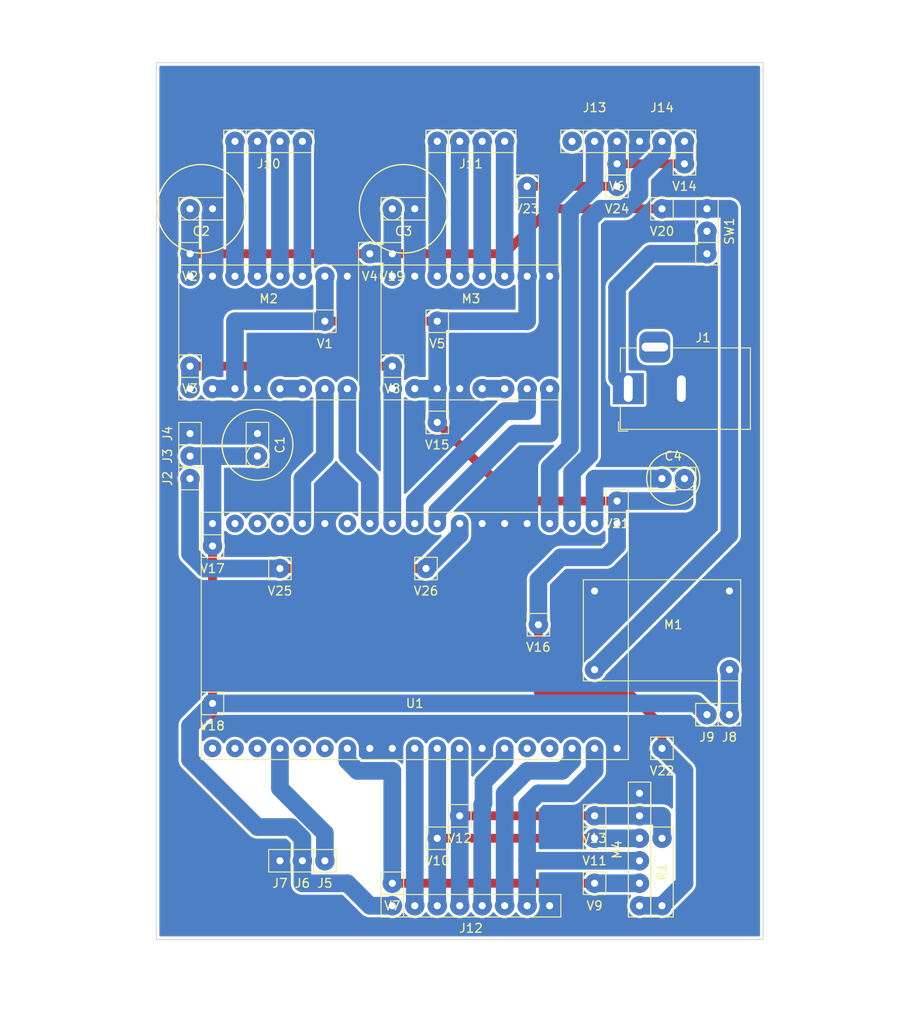
<source format=kicad_pcb>
(kicad_pcb (version 20171130) (host pcbnew "(5.1.6)-1")

  (general
    (thickness 1.6)
    (drawings 31)
    (tracks 153)
    (zones 0)
    (modules 51)
    (nets 50)
  )

  (page A4)
  (layers
    (0 F.Cu signal)
    (31 B.Cu signal)
    (32 B.Adhes user hide)
    (33 F.Adhes user hide)
    (34 B.Paste user hide)
    (35 F.Paste user hide)
    (36 B.SilkS user hide)
    (37 F.SilkS user)
    (38 B.Mask user hide)
    (39 F.Mask user hide)
    (40 Dwgs.User user)
    (41 Cmts.User user)
    (42 Eco1.User user hide)
    (43 Eco2.User user hide)
    (44 Edge.Cuts user)
    (45 Margin user hide)
    (46 B.CrtYd user hide)
    (47 F.CrtYd user hide)
    (48 B.Fab user hide)
    (49 F.Fab user)
  )

  (setup
    (last_trace_width 0.25)
    (user_trace_width 1)
    (user_trace_width 2)
    (trace_clearance 0.2)
    (zone_clearance 0.3)
    (zone_45_only no)
    (trace_min 0.2)
    (via_size 0.8)
    (via_drill 0.4)
    (via_min_size 0.4)
    (via_min_drill 0.3)
    (uvia_size 0.3)
    (uvia_drill 0.1)
    (uvias_allowed no)
    (uvia_min_size 0.2)
    (uvia_min_drill 0.1)
    (edge_width 0.1)
    (segment_width 0.2)
    (pcb_text_width 0.3)
    (pcb_text_size 1.5 1.5)
    (mod_edge_width 0.15)
    (mod_text_size 1 1)
    (mod_text_width 0.15)
    (pad_size 1.524 1.524)
    (pad_drill 0.762)
    (pad_to_mask_clearance 0)
    (aux_axis_origin 0 0)
    (visible_elements 7FFFFFFF)
    (pcbplotparams
      (layerselection 0x01000_7ffffffe)
      (usegerberextensions false)
      (usegerberattributes true)
      (usegerberadvancedattributes true)
      (creategerberjobfile false)
      (excludeedgelayer true)
      (linewidth 0.100000)
      (plotframeref false)
      (viasonmask false)
      (mode 1)
      (useauxorigin false)
      (hpglpennumber 1)
      (hpglpenspeed 20)
      (hpglpendiameter 15.000000)
      (psnegative false)
      (psa4output false)
      (plotreference true)
      (plotvalue true)
      (plotinvisibletext false)
      (padsonsilk false)
      (subtractmaskfromsilk false)
      (outputformat 1)
      (mirror false)
      (drillshape 0)
      (scaleselection 1)
      (outputdirectory "plot/"))
  )

  (net 0 "")
  (net 1 "Net-(C1-Pad1)")
  (net 2 "Net-(C1-Pad2)")
  (net 3 "Net-(C2-Pad1)")
  (net 4 "Net-(C4-Pad1)")
  (net 5 "Net-(C4-Pad2)")
  (net 6 "Net-(J1-Pad1)")
  (net 7 "Net-(J2-Pad1)")
  (net 8 "Net-(J5-Pad1)")
  (net 9 "Net-(J8-Pad1)")
  (net 10 "Net-(J10-Pad4)")
  (net 11 "Net-(J10-Pad3)")
  (net 12 "Net-(J10-Pad2)")
  (net 13 "Net-(J10-Pad1)")
  (net 14 "Net-(J11-Pad1)")
  (net 15 "Net-(J11-Pad2)")
  (net 16 "Net-(J11-Pad3)")
  (net 17 "Net-(J11-Pad4)")
  (net 18 "Net-(J12-Pad2)")
  (net 19 "Net-(J12-Pad3)")
  (net 20 "Net-(J12-Pad4)")
  (net 21 "Net-(J12-Pad5)")
  (net 22 "Net-(J12-Pad6)")
  (net 23 "Net-(J12-Pad7)")
  (net 24 "Net-(J13-Pad2)")
  (net 25 "Net-(J14-Pad2)")
  (net 26 "Net-(M2-Pad1)")
  (net 27 "Net-(M2-Pad2)")
  (net 28 "Net-(M2-Pad3)")
  (net 29 "Net-(M2-Pad8)")
  (net 30 "Net-(M3-Pad3)")
  (net 31 "Net-(M3-Pad2)")
  (net 32 "Net-(M3-Pad1)")
  (net 33 "Net-(M4-Pad5)")
  (net 34 "Net-(U1-Pad2)")
  (net 35 "Net-(U1-Pad3)")
  (net 36 "Net-(U1-Pad4)")
  (net 37 "Net-(U1-Pad23)")
  (net 38 "Net-(U1-Pad24)")
  (net 39 "Net-(U1-Pad33)")
  (net 40 "Net-(U1-Pad34)")
  (net 41 "Net-(U1-Pad36)")
  (net 42 "Net-(U1-Pad37)")
  (net 43 "Net-(U1-Pad38)")
  (net 44 "Net-(U1-Pad7)")
  (net 45 "Net-(U1-Pad13)")
  (net 46 "Net-(U1-Pad14)")
  (net 47 "Net-(U1-Pad15)")
  (net 48 "Net-(U1-Pad30)")
  (net 49 "Net-(U1-Pad31)")

  (net_class Default "This is the default net class."
    (clearance 0.2)
    (trace_width 0.25)
    (via_dia 0.8)
    (via_drill 0.4)
    (uvia_dia 0.3)
    (uvia_drill 0.1)
    (add_net "Net-(C1-Pad1)")
    (add_net "Net-(C1-Pad2)")
    (add_net "Net-(C2-Pad1)")
    (add_net "Net-(C4-Pad1)")
    (add_net "Net-(C4-Pad2)")
    (add_net "Net-(J1-Pad1)")
    (add_net "Net-(J10-Pad1)")
    (add_net "Net-(J10-Pad2)")
    (add_net "Net-(J10-Pad3)")
    (add_net "Net-(J10-Pad4)")
    (add_net "Net-(J11-Pad1)")
    (add_net "Net-(J11-Pad2)")
    (add_net "Net-(J11-Pad3)")
    (add_net "Net-(J11-Pad4)")
    (add_net "Net-(J12-Pad2)")
    (add_net "Net-(J12-Pad3)")
    (add_net "Net-(J12-Pad4)")
    (add_net "Net-(J12-Pad5)")
    (add_net "Net-(J12-Pad6)")
    (add_net "Net-(J12-Pad7)")
    (add_net "Net-(J13-Pad2)")
    (add_net "Net-(J14-Pad2)")
    (add_net "Net-(J2-Pad1)")
    (add_net "Net-(J5-Pad1)")
    (add_net "Net-(J8-Pad1)")
    (add_net "Net-(M2-Pad1)")
    (add_net "Net-(M2-Pad2)")
    (add_net "Net-(M2-Pad3)")
    (add_net "Net-(M2-Pad8)")
    (add_net "Net-(M3-Pad1)")
    (add_net "Net-(M3-Pad2)")
    (add_net "Net-(M3-Pad3)")
    (add_net "Net-(M4-Pad5)")
    (add_net "Net-(U1-Pad13)")
    (add_net "Net-(U1-Pad14)")
    (add_net "Net-(U1-Pad15)")
    (add_net "Net-(U1-Pad2)")
    (add_net "Net-(U1-Pad23)")
    (add_net "Net-(U1-Pad24)")
    (add_net "Net-(U1-Pad3)")
    (add_net "Net-(U1-Pad30)")
    (add_net "Net-(U1-Pad31)")
    (add_net "Net-(U1-Pad33)")
    (add_net "Net-(U1-Pad34)")
    (add_net "Net-(U1-Pad36)")
    (add_net "Net-(U1-Pad37)")
    (add_net "Net-(U1-Pad38)")
    (add_net "Net-(U1-Pad4)")
    (add_net "Net-(U1-Pad7)")
  )

  (module cnc3018-PCB:my2pin (layer F.Cu) (tedit 612D2549) (tstamp 6158B06F)
    (at 11.43 -54.61 90)
    (path /618A719B)
    (fp_text reference C1 (at 1.27 2.54 90) (layer F.SilkS)
      (effects (font (size 1 1) (thickness 0.15)))
    )
    (fp_text value 33uf (at 6.35 0 180) (layer F.Fab)
      (effects (font (size 1 1) (thickness 0.15)))
    )
    (fp_line (start -1.27 -1.27) (end -1.27 1.27) (layer F.SilkS) (width 0.12))
    (fp_line (start -1.27 -1.27) (end 1.27 -1.27) (layer F.SilkS) (width 0.12))
    (fp_circle (center 0 0) (end 0 -1.27) (layer F.SilkS) (width 0.12))
    (fp_line (start -1.27 1.27) (end 3.81 1.27) (layer F.SilkS) (width 0.12))
    (fp_line (start 3.81 1.27) (end 3.81 -1.27) (layer F.SilkS) (width 0.12))
    (fp_line (start 3.81 -1.27) (end 1.27 -1.27) (layer F.SilkS) (width 0.12))
    (pad 1 thru_hole circle (at 0 0 90) (size 2.2 2.2) (drill 0.8) (layers *.Cu *.Mask)
      (net 1 "Net-(C1-Pad1)"))
    (pad 2 thru_hole circle (at 2.54 0 90) (size 2.2 2.2) (drill 0.8) (layers *.Cu *.Mask)
      (net 2 "Net-(C1-Pad2)"))
  )

  (module cnc3018-PCB:my2pin (layer F.Cu) (tedit 612D2549) (tstamp 6158B07B)
    (at 3.81 -82.55)
    (path /618A712F)
    (fp_text reference C2 (at 1.27 2.54) (layer F.SilkS)
      (effects (font (size 1 1) (thickness 0.15)))
    )
    (fp_text value 100uf (at 1.27 -2.54) (layer F.Fab)
      (effects (font (size 1 1) (thickness 0.15)))
    )
    (fp_line (start -1.27 -1.27) (end -1.27 1.27) (layer F.SilkS) (width 0.12))
    (fp_line (start -1.27 -1.27) (end 1.27 -1.27) (layer F.SilkS) (width 0.12))
    (fp_circle (center 0 0) (end 0 -1.27) (layer F.SilkS) (width 0.12))
    (fp_line (start -1.27 1.27) (end 3.81 1.27) (layer F.SilkS) (width 0.12))
    (fp_line (start 3.81 1.27) (end 3.81 -1.27) (layer F.SilkS) (width 0.12))
    (fp_line (start 3.81 -1.27) (end 1.27 -1.27) (layer F.SilkS) (width 0.12))
    (pad 1 thru_hole circle (at 0 0) (size 2.2 2.2) (drill 0.8) (layers *.Cu *.Mask)
      (net 3 "Net-(C2-Pad1)"))
    (pad 2 thru_hole circle (at 2.54 0) (size 2.2 2.2) (drill 0.8) (layers *.Cu *.Mask)
      (net 2 "Net-(C1-Pad2)"))
  )

  (module cnc3018-PCB:my2pin (layer F.Cu) (tedit 612D2549) (tstamp 6158B087)
    (at 26.67 -82.55)
    (path /618A7135)
    (fp_text reference C3 (at 1.27 2.54) (layer F.SilkS)
      (effects (font (size 1 1) (thickness 0.15)))
    )
    (fp_text value 100uf (at 1.27 -2.54) (layer F.Fab)
      (effects (font (size 1 1) (thickness 0.15)))
    )
    (fp_line (start 3.81 -1.27) (end 1.27 -1.27) (layer F.SilkS) (width 0.12))
    (fp_line (start 3.81 1.27) (end 3.81 -1.27) (layer F.SilkS) (width 0.12))
    (fp_line (start -1.27 1.27) (end 3.81 1.27) (layer F.SilkS) (width 0.12))
    (fp_circle (center 0 0) (end 0 -1.27) (layer F.SilkS) (width 0.12))
    (fp_line (start -1.27 -1.27) (end 1.27 -1.27) (layer F.SilkS) (width 0.12))
    (fp_line (start -1.27 -1.27) (end -1.27 1.27) (layer F.SilkS) (width 0.12))
    (pad 2 thru_hole circle (at 2.54 0) (size 2.2 2.2) (drill 0.8) (layers *.Cu *.Mask)
      (net 2 "Net-(C1-Pad2)"))
    (pad 1 thru_hole circle (at 0 0) (size 2.2 2.2) (drill 0.8) (layers *.Cu *.Mask)
      (net 3 "Net-(C2-Pad1)"))
  )

  (module cnc3018-PCB:my2pin (layer F.Cu) (tedit 612D2549) (tstamp 6158B093)
    (at 59.69 -52.07 180)
    (path /63876129)
    (fp_text reference C4 (at 1.27 2.54) (layer F.SilkS)
      (effects (font (size 1 1) (thickness 0.15)))
    )
    (fp_text value 10Uf (at 1.27 -2.54) (layer F.Fab)
      (effects (font (size 1 1) (thickness 0.15)))
    )
    (fp_line (start -1.27 -1.27) (end -1.27 1.27) (layer F.SilkS) (width 0.12))
    (fp_line (start -1.27 -1.27) (end 1.27 -1.27) (layer F.SilkS) (width 0.12))
    (fp_circle (center 0 0) (end 0 -1.27) (layer F.SilkS) (width 0.12))
    (fp_line (start -1.27 1.27) (end 3.81 1.27) (layer F.SilkS) (width 0.12))
    (fp_line (start 3.81 1.27) (end 3.81 -1.27) (layer F.SilkS) (width 0.12))
    (fp_line (start 3.81 -1.27) (end 1.27 -1.27) (layer F.SilkS) (width 0.12))
    (pad 1 thru_hole circle (at 0 0 180) (size 2.2 2.2) (drill 0.8) (layers *.Cu *.Mask)
      (net 4 "Net-(C4-Pad1)"))
    (pad 2 thru_hole circle (at 2.54 0 180) (size 2.2 2.2) (drill 0.8) (layers *.Cu *.Mask)
      (net 5 "Net-(C4-Pad2)"))
  )

  (module cnc3018-PCB:my1pin (layer F.Cu) (tedit 612C312C) (tstamp 6158B0A8)
    (at 3.81 -52.07 270)
    (path /6480A73B)
    (fp_text reference J2 (at 0 2.54 90) (layer F.SilkS)
      (effects (font (size 1 1) (thickness 0.15)))
    )
    (fp_text value SERVO (at 0 -2.54 90) (layer F.Fab)
      (effects (font (size 1 1) (thickness 0.15)))
    )
    (fp_line (start -1.27 -1.27) (end 1.27 -1.27) (layer F.SilkS) (width 0.12))
    (fp_line (start -1.27 -1.27) (end -1.27 1.27) (layer F.SilkS) (width 0.12))
    (fp_line (start -1.27 1.27) (end 1.27 1.27) (layer F.SilkS) (width 0.12))
    (fp_line (start 1.27 1.27) (end 1.27 -1.27) (layer F.SilkS) (width 0.12))
    (pad 1 thru_hole circle (at 0 0 270) (size 2.2 2.2) (drill 0.8) (layers *.Cu *.Mask)
      (net 7 "Net-(J2-Pad1)"))
  )

  (module cnc3018-PCB:my1pin (layer F.Cu) (tedit 612C312C) (tstamp 6158B0B1)
    (at 3.81 -54.61 270)
    (path /6480A741)
    (fp_text reference J3 (at 0 2.54 90) (layer F.SilkS)
      (effects (font (size 1 1) (thickness 0.15)))
    )
    (fp_text value 5V (at 0 -2.54 90) (layer F.Fab)
      (effects (font (size 1 1) (thickness 0.15)))
    )
    (fp_line (start 1.27 1.27) (end 1.27 -1.27) (layer F.SilkS) (width 0.12))
    (fp_line (start -1.27 1.27) (end 1.27 1.27) (layer F.SilkS) (width 0.12))
    (fp_line (start -1.27 -1.27) (end -1.27 1.27) (layer F.SilkS) (width 0.12))
    (fp_line (start -1.27 -1.27) (end 1.27 -1.27) (layer F.SilkS) (width 0.12))
    (pad 1 thru_hole circle (at 0 0 270) (size 2.2 2.2) (drill 0.8) (layers *.Cu *.Mask)
      (net 1 "Net-(C1-Pad1)"))
  )

  (module cnc3018-PCB:my1pin (layer F.Cu) (tedit 612C312C) (tstamp 6158B0BA)
    (at 3.81 -57.15 270)
    (path /6480A747)
    (fp_text reference J4 (at 0 2.54 90) (layer F.SilkS)
      (effects (font (size 1 1) (thickness 0.15)))
    )
    (fp_text value GND (at 0 -2.54 90) (layer F.Fab)
      (effects (font (size 1 1) (thickness 0.15)))
    )
    (fp_line (start 1.27 1.27) (end 1.27 -1.27) (layer F.SilkS) (width 0.12))
    (fp_line (start -1.27 1.27) (end 1.27 1.27) (layer F.SilkS) (width 0.12))
    (fp_line (start -1.27 -1.27) (end -1.27 1.27) (layer F.SilkS) (width 0.12))
    (fp_line (start -1.27 -1.27) (end 1.27 -1.27) (layer F.SilkS) (width 0.12))
    (pad 1 thru_hole circle (at 0 0 270) (size 2.2 2.2) (drill 0.8) (layers *.Cu *.Mask)
      (net 2 "Net-(C1-Pad2)"))
  )

  (module cnc3018-PCB:my1pin (layer F.Cu) (tedit 612C312C) (tstamp 6158B0C3)
    (at 19.05 -8.89)
    (path /6458F534)
    (fp_text reference J5 (at 0 2.54) (layer F.SilkS)
      (effects (font (size 1 1) (thickness 0.15)))
    )
    (fp_text value WS2812 (at 0 -2.54) (layer F.Fab)
      (effects (font (size 1 1) (thickness 0.15)))
    )
    (fp_line (start 1.27 1.27) (end 1.27 -1.27) (layer F.SilkS) (width 0.12))
    (fp_line (start -1.27 1.27) (end 1.27 1.27) (layer F.SilkS) (width 0.12))
    (fp_line (start -1.27 -1.27) (end -1.27 1.27) (layer F.SilkS) (width 0.12))
    (fp_line (start -1.27 -1.27) (end 1.27 -1.27) (layer F.SilkS) (width 0.12))
    (pad 1 thru_hole circle (at 0 0) (size 2.2 2.2) (drill 0.8) (layers *.Cu *.Mask)
      (net 8 "Net-(J5-Pad1)"))
  )

  (module cnc3018-PCB:my1pin (layer F.Cu) (tedit 612C312C) (tstamp 6158B0CC)
    (at 16.51 -8.89)
    (path /6462A066)
    (fp_text reference J6 (at 0 2.54) (layer F.SilkS)
      (effects (font (size 1 1) (thickness 0.15)))
    )
    (fp_text value 5V (at 0 -2.54) (layer F.Fab)
      (effects (font (size 1 1) (thickness 0.15)))
    )
    (fp_line (start -1.27 -1.27) (end 1.27 -1.27) (layer F.SilkS) (width 0.12))
    (fp_line (start -1.27 -1.27) (end -1.27 1.27) (layer F.SilkS) (width 0.12))
    (fp_line (start -1.27 1.27) (end 1.27 1.27) (layer F.SilkS) (width 0.12))
    (fp_line (start 1.27 1.27) (end 1.27 -1.27) (layer F.SilkS) (width 0.12))
    (pad 1 thru_hole circle (at 0 0) (size 2.2 2.2) (drill 0.8) (layers *.Cu *.Mask)
      (net 1 "Net-(C1-Pad1)"))
  )

  (module cnc3018-PCB:my1pin (layer F.Cu) (tedit 612C312C) (tstamp 6158B0D5)
    (at 13.97 -8.89)
    (path /64676964)
    (fp_text reference J7 (at 0 2.54) (layer F.SilkS)
      (effects (font (size 1 1) (thickness 0.15)))
    )
    (fp_text value GND (at 0 -2.54) (layer F.Fab)
      (effects (font (size 1 1) (thickness 0.15)))
    )
    (fp_line (start 1.27 1.27) (end 1.27 -1.27) (layer F.SilkS) (width 0.12))
    (fp_line (start -1.27 1.27) (end 1.27 1.27) (layer F.SilkS) (width 0.12))
    (fp_line (start -1.27 -1.27) (end -1.27 1.27) (layer F.SilkS) (width 0.12))
    (fp_line (start -1.27 -1.27) (end 1.27 -1.27) (layer F.SilkS) (width 0.12))
    (pad 1 thru_hole circle (at 0 0) (size 2.2 2.2) (drill 0.8) (layers *.Cu *.Mask)
      (net 2 "Net-(C1-Pad2)"))
  )

  (module cnc3018-PCB:my1pin (layer F.Cu) (tedit 612C312C) (tstamp 6158B0DE)
    (at 64.77 -25.4)
    (path /618A7185)
    (fp_text reference J8 (at 0 2.54) (layer F.SilkS)
      (effects (font (size 1 1) (thickness 0.15)))
    )
    (fp_text value 5VA (at 0 -2.54) (layer F.Fab)
      (effects (font (size 1 1) (thickness 0.15)))
    )
    (fp_line (start -1.27 -1.27) (end 1.27 -1.27) (layer F.SilkS) (width 0.12))
    (fp_line (start -1.27 -1.27) (end -1.27 1.27) (layer F.SilkS) (width 0.12))
    (fp_line (start -1.27 1.27) (end 1.27 1.27) (layer F.SilkS) (width 0.12))
    (fp_line (start 1.27 1.27) (end 1.27 -1.27) (layer F.SilkS) (width 0.12))
    (pad 1 thru_hole circle (at 0 0) (size 2.2 2.2) (drill 0.8) (layers *.Cu *.Mask)
      (net 9 "Net-(J8-Pad1)"))
  )

  (module cnc3018-PCB:my1pin (layer F.Cu) (tedit 612C312C) (tstamp 6158B0E7)
    (at 62.23 -25.4)
    (path /618A718B)
    (fp_text reference J9 (at 0 2.54) (layer F.SilkS)
      (effects (font (size 1 1) (thickness 0.15)))
    )
    (fp_text value 5VB (at 0 -2.54) (layer F.Fab)
      (effects (font (size 1 1) (thickness 0.15)))
    )
    (fp_line (start -1.27 -1.27) (end 1.27 -1.27) (layer F.SilkS) (width 0.12))
    (fp_line (start -1.27 -1.27) (end -1.27 1.27) (layer F.SilkS) (width 0.12))
    (fp_line (start -1.27 1.27) (end 1.27 1.27) (layer F.SilkS) (width 0.12))
    (fp_line (start 1.27 1.27) (end 1.27 -1.27) (layer F.SilkS) (width 0.12))
    (pad 1 thru_hole circle (at 0 0) (size 2.2 2.2) (drill 0.8) (layers *.Cu *.Mask)
      (net 1 "Net-(C1-Pad1)"))
  )

  (module cnc3018-PCB:my4pin (layer F.Cu) (tedit 612D2557) (tstamp 6158B0F5)
    (at 8.89 -90.17)
    (path /619AD3DE)
    (fp_text reference J10 (at 3.81 2.54) (layer F.SilkS)
      (effects (font (size 1 1) (thickness 0.15)))
    )
    (fp_text value LEFT (at 3.81 -2.54) (layer F.Fab)
      (effects (font (size 1 1) (thickness 0.15)))
    )
    (fp_line (start 8.89 -1.27) (end 1.27 -1.27) (layer F.SilkS) (width 0.12))
    (fp_line (start 8.89 1.27) (end 8.89 -1.27) (layer F.SilkS) (width 0.12))
    (fp_line (start -1.27 1.27) (end 8.89 1.27) (layer F.SilkS) (width 0.12))
    (fp_line (start 1.27 -1.27) (end 1.27 1.27) (layer F.SilkS) (width 0.12))
    (fp_line (start -1.27 -1.27) (end 1.27 -1.27) (layer F.SilkS) (width 0.12))
    (fp_line (start -1.27 -1.27) (end -1.27 1.27) (layer F.SilkS) (width 0.12))
    (pad 4 thru_hole circle (at 7.62 0) (size 2.2 2.2) (drill 0.8) (layers *.Cu *.Mask)
      (net 10 "Net-(J10-Pad4)"))
    (pad 3 thru_hole circle (at 5.08 0) (size 2.2 2.2) (drill 0.8) (layers *.Cu *.Mask)
      (net 11 "Net-(J10-Pad3)"))
    (pad 2 thru_hole circle (at 2.54 0) (size 2.2 2.2) (drill 0.8) (layers *.Cu *.Mask)
      (net 12 "Net-(J10-Pad2)"))
    (pad 1 thru_hole circle (at 0 0) (size 2.2 2.2) (drill 0.8) (layers *.Cu *.Mask)
      (net 13 "Net-(J10-Pad1)"))
  )

  (module cnc3018-PCB:my4pin (layer F.Cu) (tedit 612D2557) (tstamp 6158B103)
    (at 31.75 -90.17)
    (path /619AFE0D)
    (fp_text reference J11 (at 3.81 2.54) (layer F.SilkS)
      (effects (font (size 1 1) (thickness 0.15)))
    )
    (fp_text value RIGHT (at 3.81 -2.54) (layer F.Fab)
      (effects (font (size 1 1) (thickness 0.15)))
    )
    (fp_line (start -1.27 -1.27) (end -1.27 1.27) (layer F.SilkS) (width 0.12))
    (fp_line (start -1.27 -1.27) (end 1.27 -1.27) (layer F.SilkS) (width 0.12))
    (fp_line (start 1.27 -1.27) (end 1.27 1.27) (layer F.SilkS) (width 0.12))
    (fp_line (start -1.27 1.27) (end 8.89 1.27) (layer F.SilkS) (width 0.12))
    (fp_line (start 8.89 1.27) (end 8.89 -1.27) (layer F.SilkS) (width 0.12))
    (fp_line (start 8.89 -1.27) (end 1.27 -1.27) (layer F.SilkS) (width 0.12))
    (pad 1 thru_hole circle (at 0 0) (size 2.2 2.2) (drill 0.8) (layers *.Cu *.Mask)
      (net 14 "Net-(J11-Pad1)"))
    (pad 2 thru_hole circle (at 2.54 0) (size 2.2 2.2) (drill 0.8) (layers *.Cu *.Mask)
      (net 15 "Net-(J11-Pad2)"))
    (pad 3 thru_hole circle (at 5.08 0) (size 2.2 2.2) (drill 0.8) (layers *.Cu *.Mask)
      (net 16 "Net-(J11-Pad3)"))
    (pad 4 thru_hole circle (at 7.62 0) (size 2.2 2.2) (drill 0.8) (layers *.Cu *.Mask)
      (net 17 "Net-(J11-Pad4)"))
  )

  (module cnc3018-PCB:my8Pin (layer F.Cu) (tedit 612D2570) (tstamp 6158B117)
    (at 34.29 -3.81)
    (path /62B1C242)
    (fp_text reference J12 (at 1.27 2.54) (layer F.SilkS)
      (effects (font (size 1 1) (thickness 0.15)))
    )
    (fp_text value MY_DISPLAY_CONN (at 1.27 -2.54) (layer F.Fab)
      (effects (font (size 1 1) (thickness 0.15)))
    )
    (fp_line (start -6.35 -1.27) (end -6.35 1.27) (layer F.SilkS) (width 0.12))
    (fp_line (start -8.89 -1.27) (end -6.35 -1.27) (layer F.SilkS) (width 0.12))
    (fp_line (start 3.81 -1.27) (end -8.89 -1.27) (layer F.SilkS) (width 0.12))
    (fp_line (start -8.89 1.27) (end 3.81 1.27) (layer F.SilkS) (width 0.12))
    (fp_line (start -8.89 -1.27) (end -8.89 1.27) (layer F.SilkS) (width 0.12))
    (fp_line (start 3.81 -1.27) (end 11.43 -1.27) (layer F.SilkS) (width 0.12))
    (fp_line (start 11.43 -1.27) (end 11.43 1.27) (layer F.SilkS) (width 0.12))
    (fp_line (start 11.43 1.27) (end 3.81 1.27) (layer F.SilkS) (width 0.12))
    (pad 1 thru_hole circle (at -7.62 0) (size 2.2 2.2) (drill 0.8) (layers *.Cu *.Mask)
      (net 1 "Net-(C1-Pad1)"))
    (pad 2 thru_hole circle (at -5.08 0) (size 2.2 2.2) (drill 0.8) (layers *.Cu *.Mask)
      (net 18 "Net-(J12-Pad2)"))
    (pad 3 thru_hole circle (at -2.54 0) (size 2.2 2.2) (drill 0.8) (layers *.Cu *.Mask)
      (net 19 "Net-(J12-Pad3)"))
    (pad 4 thru_hole circle (at 0 0) (size 2.2 2.2) (drill 0.8) (layers *.Cu *.Mask)
      (net 20 "Net-(J12-Pad4)"))
    (pad 5 thru_hole circle (at 2.54 0) (size 2.2 2.2) (drill 0.8) (layers *.Cu *.Mask)
      (net 21 "Net-(J12-Pad5)"))
    (pad 6 thru_hole circle (at 5.08 0) (size 2.2 2.2) (drill 0.8) (layers *.Cu *.Mask)
      (net 22 "Net-(J12-Pad6)"))
    (pad 7 thru_hole circle (at 7.62 0) (size 2.2 2.2) (drill 0.8) (layers *.Cu *.Mask)
      (net 23 "Net-(J12-Pad7)"))
    (pad 8 thru_hole circle (at 10.16 0) (size 2.2 2.2) (drill 0.8) (layers *.Cu *.Mask)
      (net 2 "Net-(C1-Pad2)"))
  )

  (module cnc3018-PCB:my3pin (layer F.Cu) (tedit 612C3136) (tstamp 6158B124)
    (at 49.53 -90.17)
    (path /63A85F26)
    (fp_text reference J13 (at 0 -3.81) (layer F.SilkS)
      (effects (font (size 1 1) (thickness 0.15)))
    )
    (fp_text value "Sensor Left" (at 0 -2.54) (layer F.Fab)
      (effects (font (size 1 1) (thickness 0.15)))
    )
    (fp_line (start -1.27 -1.27) (end 3.81 -1.27) (layer F.SilkS) (width 0.12))
    (fp_line (start -3.81 1.27) (end 3.81 1.27) (layer F.SilkS) (width 0.12))
    (fp_line (start 3.81 1.27) (end 3.81 -1.27) (layer F.SilkS) (width 0.12))
    (fp_line (start -1.27 -1.27) (end -1.27 1.27) (layer F.SilkS) (width 0.12))
    (fp_line (start -3.81 -1.27) (end -1.27 -1.27) (layer F.SilkS) (width 0.12))
    (fp_line (start -3.81 -1.27) (end -3.81 1.27) (layer F.SilkS) (width 0.12))
    (pad 1 thru_hole circle (at -2.54 0) (size 2.2 2.2) (drill 0.8) (layers *.Cu *.Mask)
      (net 2 "Net-(C1-Pad2)"))
    (pad 2 thru_hole circle (at 0 0) (size 2.2 2.2) (drill 0.8) (layers *.Cu *.Mask)
      (net 24 "Net-(J13-Pad2)"))
    (pad 3 thru_hole circle (at 2.54 0) (size 2.2 2.2) (drill 0.8) (layers *.Cu *.Mask)
      (net 4 "Net-(C4-Pad1)"))
  )

  (module cnc3018-PCB:my3pin (layer F.Cu) (tedit 612C3136) (tstamp 6158B131)
    (at 57.15 -90.17)
    (path /63ACE9B6)
    (fp_text reference J14 (at 0 -3.81) (layer F.SilkS)
      (effects (font (size 1 1) (thickness 0.15)))
    )
    (fp_text value "Sensor Right" (at 1.27 -2.54) (layer F.Fab)
      (effects (font (size 1 1) (thickness 0.15)))
    )
    (fp_line (start -3.81 -1.27) (end -3.81 1.27) (layer F.SilkS) (width 0.12))
    (fp_line (start -3.81 -1.27) (end -1.27 -1.27) (layer F.SilkS) (width 0.12))
    (fp_line (start -1.27 -1.27) (end -1.27 1.27) (layer F.SilkS) (width 0.12))
    (fp_line (start 3.81 1.27) (end 3.81 -1.27) (layer F.SilkS) (width 0.12))
    (fp_line (start -3.81 1.27) (end 3.81 1.27) (layer F.SilkS) (width 0.12))
    (fp_line (start -1.27 -1.27) (end 3.81 -1.27) (layer F.SilkS) (width 0.12))
    (pad 3 thru_hole circle (at 2.54 0) (size 2.2 2.2) (drill 0.8) (layers *.Cu *.Mask)
      (net 4 "Net-(C4-Pad1)"))
    (pad 2 thru_hole circle (at 0 0) (size 2.2 2.2) (drill 0.8) (layers *.Cu *.Mask)
      (net 25 "Net-(J14-Pad2)"))
    (pad 1 thru_hole circle (at -2.54 0) (size 2.2 2.2) (drill 0.8) (layers *.Cu *.Mask)
      (net 2 "Net-(C1-Pad2)"))
  )

  (module cnc3018-PCB:BUCK01 (layer F.Cu) (tedit 61564D46) (tstamp 6158B13D)
    (at 54.61 -39.37)
    (path /616BF0B9)
    (fp_text reference M1 (at 3.81 3.81) (layer F.SilkS)
      (effects (font (size 1 1) (thickness 0.15)))
    )
    (fp_text value BUCK01 (at 3.81 1.27) (layer F.Fab)
      (effects (font (size 1 1) (thickness 0.15)))
    )
    (fp_line (start 11.43 -1.27) (end -6.35 -1.27) (layer F.SilkS) (width 0.12))
    (fp_line (start 11.43 10.16) (end 11.43 -1.27) (layer F.SilkS) (width 0.12))
    (fp_line (start -6.35 10.16) (end 11.43 10.16) (layer F.SilkS) (width 0.12))
    (fp_line (start -6.35 -1.27) (end -6.35 10.16) (layer F.SilkS) (width 0.12))
    (pad 1 thru_hole circle (at -5.08 0) (size 2.2 2.2) (drill 0.8) (layers *.Cu *.Mask)
      (net 2 "Net-(C1-Pad2)"))
    (pad 2 thru_hole circle (at 10.16 0) (size 2.2 2.2) (drill 0.8) (layers *.Cu *.Mask)
      (net 2 "Net-(C1-Pad2)"))
    (pad 3 thru_hole circle (at 10.16 8.89) (size 2.2 2.2) (drill 0.8) (layers *.Cu *.Mask)
      (net 9 "Net-(J8-Pad1)"))
    (pad 4 thru_hole circle (at -5.08 8.89) (size 2.2 2.2) (drill 0.8) (layers *.Cu *.Mask)
      (net 3 "Net-(C2-Pad1)"))
  )

  (module cnc3018-PCB:a498 (layer F.Cu) (tedit 612D2A43) (tstamp 6158B157)
    (at 13.97 -67.31 180)
    (path /618A720D)
    (fp_text reference M2 (at 1.27 5.08) (layer F.SilkS)
      (effects (font (size 1 1) (thickness 0.15)))
    )
    (fp_text value A4988 (at 1.27 -1.27) (layer F.Fab)
      (effects (font (size 1 1) (thickness 0.15)))
    )
    (fp_line (start 11.43 6.35) (end 11.43 8.89) (layer F.SilkS) (width 0.12))
    (fp_line (start -8.89 6.35) (end -8.89 8.89) (layer F.SilkS) (width 0.12))
    (fp_line (start -8.89 6.35) (end -8.89 -6.35) (layer F.SilkS) (width 0.12))
    (fp_line (start 11.43 8.89) (end -8.89 8.89) (layer F.SilkS) (width 0.12))
    (fp_line (start 11.43 -6.35) (end 11.43 6.35) (layer F.SilkS) (width 0.12))
    (fp_line (start -8.89 -6.35) (end 11.43 -6.35) (layer F.SilkS) (width 0.12))
    (pad 1 thru_hole circle (at -7.62 -5.08 180) (size 2.2 2.2) (drill 0.8) (layers *.Cu *.Mask)
      (net 26 "Net-(M2-Pad1)"))
    (pad 2 thru_hole circle (at -5.08 -5.08 180) (size 2.2 2.2) (drill 0.8) (layers *.Cu *.Mask)
      (net 27 "Net-(M2-Pad2)"))
    (pad 3 thru_hole circle (at -2.54 -5.08 180) (size 2.2 2.2) (drill 0.8) (layers *.Cu *.Mask)
      (net 28 "Net-(M2-Pad3)"))
    (pad 4 thru_hole circle (at 0 -5.08 180) (size 2.2 2.2) (drill 0.8) (layers *.Cu *.Mask)
      (net 28 "Net-(M2-Pad3)"))
    (pad 5 thru_hole circle (at 2.54 -5.08 180) (size 2.2 2.2) (drill 0.8) (layers *.Cu *.Mask)
      (net 2 "Net-(C1-Pad2)"))
    (pad 6 thru_hole circle (at 5.08 -5.08 180) (size 2.2 2.2) (drill 0.8) (layers *.Cu *.Mask)
      (net 4 "Net-(C4-Pad1)"))
    (pad 7 thru_hole circle (at 7.62 -5.08 180) (size 2.2 2.2) (drill 0.8) (layers *.Cu *.Mask)
      (net 4 "Net-(C4-Pad1)"))
    (pad 8 thru_hole circle (at 10.16 -5.08 180) (size 2.2 2.2) (drill 0.8) (layers *.Cu *.Mask)
      (net 29 "Net-(M2-Pad8)"))
    (pad 16 thru_hole circle (at -7.62 7.62 180) (size 2.2 2.2) (drill 0.8) (layers *.Cu *.Mask)
      (net 2 "Net-(C1-Pad2)"))
    (pad 15 thru_hole circle (at -5.08 7.62 180) (size 2.2 2.2) (drill 0.8) (layers *.Cu *.Mask)
      (net 4 "Net-(C4-Pad1)"))
    (pad 14 thru_hole circle (at -2.54 7.62 180) (size 2.2 2.2) (drill 0.8) (layers *.Cu *.Mask)
      (net 10 "Net-(J10-Pad4)"))
    (pad 13 thru_hole circle (at 0 7.62 180) (size 2.2 2.2) (drill 0.8) (layers *.Cu *.Mask)
      (net 11 "Net-(J10-Pad3)"))
    (pad 12 thru_hole circle (at 2.54 7.62 180) (size 2.2 2.2) (drill 0.8) (layers *.Cu *.Mask)
      (net 12 "Net-(J10-Pad2)"))
    (pad 11 thru_hole circle (at 5.08 7.62 180) (size 2.2 2.2) (drill 0.8) (layers *.Cu *.Mask)
      (net 13 "Net-(J10-Pad1)"))
    (pad 10 thru_hole circle (at 7.62 7.62 180) (size 2.2 2.2) (drill 0.8) (layers *.Cu *.Mask)
      (net 2 "Net-(C1-Pad2)"))
    (pad 9 thru_hole circle (at 10.16 7.62 180) (size 2.2 2.2) (drill 0.8) (layers *.Cu *.Mask)
      (net 3 "Net-(C2-Pad1)"))
  )

  (module cnc3018-PCB:a498 (layer F.Cu) (tedit 612D2A43) (tstamp 6158B171)
    (at 36.83 -67.31 180)
    (path /618A7124)
    (fp_text reference M3 (at 1.27 5.08) (layer F.SilkS)
      (effects (font (size 1 1) (thickness 0.15)))
    )
    (fp_text value A4988 (at 1.27 -1.27) (layer F.Fab)
      (effects (font (size 1 1) (thickness 0.15)))
    )
    (fp_line (start -8.89 -6.35) (end 11.43 -6.35) (layer F.SilkS) (width 0.12))
    (fp_line (start 11.43 -6.35) (end 11.43 6.35) (layer F.SilkS) (width 0.12))
    (fp_line (start 11.43 8.89) (end -8.89 8.89) (layer F.SilkS) (width 0.12))
    (fp_line (start -8.89 6.35) (end -8.89 -6.35) (layer F.SilkS) (width 0.12))
    (fp_line (start -8.89 6.35) (end -8.89 8.89) (layer F.SilkS) (width 0.12))
    (fp_line (start 11.43 6.35) (end 11.43 8.89) (layer F.SilkS) (width 0.12))
    (pad 9 thru_hole circle (at 10.16 7.62 180) (size 2.2 2.2) (drill 0.8) (layers *.Cu *.Mask)
      (net 3 "Net-(C2-Pad1)"))
    (pad 10 thru_hole circle (at 7.62 7.62 180) (size 2.2 2.2) (drill 0.8) (layers *.Cu *.Mask)
      (net 2 "Net-(C1-Pad2)"))
    (pad 11 thru_hole circle (at 5.08 7.62 180) (size 2.2 2.2) (drill 0.8) (layers *.Cu *.Mask)
      (net 14 "Net-(J11-Pad1)"))
    (pad 12 thru_hole circle (at 2.54 7.62 180) (size 2.2 2.2) (drill 0.8) (layers *.Cu *.Mask)
      (net 15 "Net-(J11-Pad2)"))
    (pad 13 thru_hole circle (at 0 7.62 180) (size 2.2 2.2) (drill 0.8) (layers *.Cu *.Mask)
      (net 16 "Net-(J11-Pad3)"))
    (pad 14 thru_hole circle (at -2.54 7.62 180) (size 2.2 2.2) (drill 0.8) (layers *.Cu *.Mask)
      (net 17 "Net-(J11-Pad4)"))
    (pad 15 thru_hole circle (at -5.08 7.62 180) (size 2.2 2.2) (drill 0.8) (layers *.Cu *.Mask)
      (net 4 "Net-(C4-Pad1)"))
    (pad 16 thru_hole circle (at -7.62 7.62 180) (size 2.2 2.2) (drill 0.8) (layers *.Cu *.Mask)
      (net 2 "Net-(C1-Pad2)"))
    (pad 8 thru_hole circle (at 10.16 -5.08 180) (size 2.2 2.2) (drill 0.8) (layers *.Cu *.Mask)
      (net 29 "Net-(M2-Pad8)"))
    (pad 7 thru_hole circle (at 7.62 -5.08 180) (size 2.2 2.2) (drill 0.8) (layers *.Cu *.Mask)
      (net 4 "Net-(C4-Pad1)"))
    (pad 6 thru_hole circle (at 5.08 -5.08 180) (size 2.2 2.2) (drill 0.8) (layers *.Cu *.Mask)
      (net 4 "Net-(C4-Pad1)"))
    (pad 5 thru_hole circle (at 2.54 -5.08 180) (size 2.2 2.2) (drill 0.8) (layers *.Cu *.Mask)
      (net 2 "Net-(C1-Pad2)"))
    (pad 4 thru_hole circle (at 0 -5.08 180) (size 2.2 2.2) (drill 0.8) (layers *.Cu *.Mask)
      (net 30 "Net-(M3-Pad3)"))
    (pad 3 thru_hole circle (at -2.54 -5.08 180) (size 2.2 2.2) (drill 0.8) (layers *.Cu *.Mask)
      (net 30 "Net-(M3-Pad3)"))
    (pad 2 thru_hole circle (at -5.08 -5.08 180) (size 2.2 2.2) (drill 0.8) (layers *.Cu *.Mask)
      (net 31 "Net-(M3-Pad2)"))
    (pad 1 thru_hole circle (at -7.62 -5.08 180) (size 2.2 2.2) (drill 0.8) (layers *.Cu *.Mask)
      (net 32 "Net-(M3-Pad1)"))
  )

  (module cnc3018-PCB:my6Pin (layer F.Cu) (tedit 612D2562) (tstamp 6158B183)
    (at 54.61 -16.51 270)
    (path /626031D9)
    (fp_text reference M4 (at 6.35 2.54 90) (layer F.SilkS)
      (effects (font (size 1 1) (thickness 0.15)))
    )
    (fp_text value SD_TYP0 (at 6.35 -2.54 90) (layer F.Fab)
      (effects (font (size 1 1) (thickness 0.15)))
    )
    (fp_line (start 11.43 -1.27) (end 13.97 -1.27) (layer F.SilkS) (width 0.12))
    (fp_line (start 11.43 1.27) (end 13.97 1.27) (layer F.SilkS) (width 0.12))
    (fp_line (start 1.27 -1.27) (end 1.27 1.27) (layer F.SilkS) (width 0.12))
    (fp_line (start -1.27 -1.27) (end 1.27 -1.27) (layer F.SilkS) (width 0.12))
    (fp_line (start 11.43 -1.27) (end -1.27 -1.27) (layer F.SilkS) (width 0.12))
    (fp_line (start -1.27 1.27) (end 11.43 1.27) (layer F.SilkS) (width 0.12))
    (fp_line (start -1.27 -1.27) (end -1.27 1.27) (layer F.SilkS) (width 0.12))
    (fp_line (start 13.97 -1.27) (end 13.97 1.27) (layer F.SilkS) (width 0.12))
    (pad 1 thru_hole circle (at 0 0 270) (size 2.2 2.2) (drill 0.8) (layers *.Cu *.Mask)
      (net 2 "Net-(C1-Pad2)"))
    (pad 2 thru_hole circle (at 2.54 0 270) (size 2.2 2.2) (drill 0.8) (layers *.Cu *.Mask)
      (net 20 "Net-(J12-Pad4)"))
    (pad 3 thru_hole circle (at 5.08 0 270) (size 2.2 2.2) (drill 0.8) (layers *.Cu *.Mask)
      (net 19 "Net-(J12-Pad3)"))
    (pad 4 thru_hole circle (at 7.62 0 270) (size 2.2 2.2) (drill 0.8) (layers *.Cu *.Mask)
      (net 23 "Net-(J12-Pad7)"))
    (pad 5 thru_hole circle (at 10.16 0 270) (size 2.2 2.2) (drill 0.8) (layers *.Cu *.Mask)
      (net 33 "Net-(M4-Pad5)"))
    (pad 6 thru_hole circle (at 12.7 0 270) (size 2.2 2.2) (drill 0.8) (layers *.Cu *.Mask)
      (net 4 "Net-(C4-Pad1)"))
  )

  (module cnc3018-PCB:myResistor (layer F.Cu) (tedit 612D2591) (tstamp 6158B18D)
    (at 57.15 -11.43 270)
    (path /626031D2)
    (fp_text reference R1 (at 3.81 0 90) (layer F.SilkS)
      (effects (font (size 1 1) (thickness 0.15)))
    )
    (fp_text value 10K (at 3.81 -2.54 90) (layer F.Fab)
      (effects (font (size 1 1) (thickness 0.15)))
    )
    (fp_line (start -1.27 1.27) (end 8.89 1.27) (layer F.SilkS) (width 0.12))
    (fp_line (start -1.27 -1.27) (end -1.27 1.27) (layer F.SilkS) (width 0.12))
    (fp_line (start 8.89 -1.27) (end -1.27 -1.27) (layer F.SilkS) (width 0.12))
    (fp_line (start 8.89 -1.27) (end 8.89 1.27) (layer F.SilkS) (width 0.12))
    (pad 1 thru_hole circle (at 0 0 270) (size 2.2 2.2) (drill 0.8) (layers *.Cu *.Mask)
      (net 20 "Net-(J12-Pad4)"))
    (pad 2 thru_hole circle (at 7.62 0 270) (size 2.2 2.2) (drill 0.8) (layers *.Cu *.Mask)
      (net 4 "Net-(C4-Pad1)"))
  )

  (module cnc3018-PCB:my3pin (layer F.Cu) (tedit 612C3136) (tstamp 6158B19A)
    (at 62.23 -80.01 90)
    (path /61D824E9)
    (fp_text reference SW1 (at 0 2.54 90) (layer F.SilkS)
      (effects (font (size 1 1) (thickness 0.15)))
    )
    (fp_text value ON_OFF (at 0 -2.54 90) (layer F.Fab)
      (effects (font (size 1 1) (thickness 0.15)))
    )
    (fp_line (start -1.27 -1.27) (end 3.81 -1.27) (layer F.SilkS) (width 0.12))
    (fp_line (start -3.81 1.27) (end 3.81 1.27) (layer F.SilkS) (width 0.12))
    (fp_line (start 3.81 1.27) (end 3.81 -1.27) (layer F.SilkS) (width 0.12))
    (fp_line (start -1.27 -1.27) (end -1.27 1.27) (layer F.SilkS) (width 0.12))
    (fp_line (start -3.81 -1.27) (end -1.27 -1.27) (layer F.SilkS) (width 0.12))
    (fp_line (start -3.81 -1.27) (end -3.81 1.27) (layer F.SilkS) (width 0.12))
    (pad 1 thru_hole circle (at -2.54 0 90) (size 2.2 2.2) (drill 0.8) (layers *.Cu *.Mask)
      (net 6 "Net-(J1-Pad1)"))
    (pad 2 thru_hole circle (at 0 0 90) (size 2.2 2.2) (drill 0.8) (layers *.Cu *.Mask)
      (net 6 "Net-(J1-Pad1)"))
    (pad 3 thru_hole circle (at 2.54 0 90) (size 2.2 2.2) (drill 0.8) (layers *.Cu *.Mask)
      (net 3 "Net-(C2-Pad1)"))
  )

  (module cnc3018-PCB:ESP32-DEV (layer F.Cu) (tedit 6158ACDA) (tstamp 6158B1C8)
    (at 29.21 -34.29)
    (path /6184012B)
    (fp_text reference U1 (at 0 7.62) (layer F.SilkS)
      (effects (font (size 1 1) (thickness 0.15)))
    )
    (fp_text value ESP32_DEV (at 0 -7.62) (layer F.Fab)
      (effects (font (size 1 1) (thickness 0.15)))
    )
    (fp_line (start -24.13 -13.97) (end 24.13 -13.97) (layer F.SilkS) (width 0.12))
    (fp_line (start 24.13 -13.97) (end 24.13 13.97) (layer F.SilkS) (width 0.12))
    (fp_line (start 24.13 13.97) (end -24.13 13.97) (layer F.SilkS) (width 0.12))
    (fp_line (start -24.13 13.97) (end -24.13 -13.97) (layer F.SilkS) (width 0.12))
    (pad 1 thru_hole circle (at -22.86 -12.7) (size 2 2) (drill 0.8) (layers *.Cu *.Mask)
      (net 1 "Net-(C1-Pad1)"))
    (pad 2 thru_hole circle (at -20.32 -12.7) (size 2 2) (drill 0.8) (layers *.Cu *.Mask)
      (net 34 "Net-(U1-Pad2)"))
    (pad 3 thru_hole circle (at -17.78 -12.7) (size 2 2) (drill 0.8) (layers *.Cu *.Mask)
      (net 35 "Net-(U1-Pad3)"))
    (pad 4 thru_hole circle (at -15.24 -12.7) (size 2 2) (drill 0.8) (layers *.Cu *.Mask)
      (net 36 "Net-(U1-Pad4)"))
    (pad 5 thru_hole circle (at -12.7 -12.7) (size 2 2) (drill 0.8) (layers *.Cu *.Mask)
      (net 27 "Net-(M2-Pad2)"))
    (pad 6 thru_hole circle (at -10.16 -12.7) (size 2 2) (drill 0.8) (layers *.Cu *.Mask)
      (net 2 "Net-(C1-Pad2)"))
    (pad 7 thru_hole circle (at -7.62 -12.7) (size 2 2) (drill 0.8) (layers *.Cu *.Mask)
      (net 44 "Net-(U1-Pad7)"))
    (pad 8 thru_hole circle (at -5.08 -12.7) (size 2 2) (drill 0.8) (layers *.Cu *.Mask)
      (net 26 "Net-(M2-Pad1)"))
    (pad 9 thru_hole circle (at -2.54 -12.7) (size 2 2) (drill 0.8) (layers *.Cu *.Mask)
      (net 29 "Net-(M2-Pad8)"))
    (pad 10 thru_hole circle (at 0 -12.7) (size 2 2) (drill 0.8) (layers *.Cu *.Mask)
      (net 31 "Net-(M3-Pad2)"))
    (pad 11 thru_hole circle (at 2.54 -12.7) (size 2 2) (drill 0.8) (layers *.Cu *.Mask)
      (net 32 "Net-(M3-Pad1)"))
    (pad 12 thru_hole circle (at 5.08 -12.7) (size 2 2) (drill 0.8) (layers *.Cu *.Mask)
      (net 7 "Net-(J2-Pad1)"))
    (pad 13 thru_hole circle (at 7.62 -12.7) (size 2 2) (drill 0.8) (layers *.Cu *.Mask)
      (net 45 "Net-(U1-Pad13)"))
    (pad 14 thru_hole circle (at 10.16 -12.7) (size 2 2) (drill 0.8) (layers *.Cu *.Mask)
      (net 46 "Net-(U1-Pad14)"))
    (pad 15 thru_hole circle (at 12.7 -12.7) (size 2 2) (drill 0.8) (layers *.Cu *.Mask)
      (net 47 "Net-(U1-Pad15)"))
    (pad 16 thru_hole circle (at 15.24 -12.7) (size 2 2) (drill 0.8) (layers *.Cu *.Mask)
      (net 24 "Net-(J13-Pad2)"))
    (pad 17 thru_hole circle (at 17.78 -12.7) (size 2 2) (drill 0.8) (layers *.Cu *.Mask)
      (net 25 "Net-(J14-Pad2)"))
    (pad 18 thru_hole circle (at 20.32 -12.7) (size 2 2) (drill 0.8) (layers *.Cu *.Mask)
      (net 5 "Net-(C4-Pad2)"))
    (pad 19 thru_hole circle (at 22.86 -12.7) (size 2 2) (drill 0.8) (layers *.Cu *.Mask)
      (net 4 "Net-(C4-Pad1)"))
    (pad 20 thru_hole circle (at 22.86 12.7) (size 2 2) (drill 0.8) (layers *.Cu *.Mask)
      (net 2 "Net-(C1-Pad2)"))
    (pad 21 thru_hole circle (at 20.32 12.7) (size 2 2) (drill 0.8) (layers *.Cu *.Mask)
      (net 23 "Net-(J12-Pad7)"))
    (pad 22 thru_hole circle (at 17.78 12.7) (size 2 2) (drill 0.8) (layers *.Cu *.Mask)
      (net 22 "Net-(J12-Pad6)"))
    (pad 23 thru_hole circle (at 15.24 12.7) (size 2 2) (drill 0.8) (layers *.Cu *.Mask)
      (net 37 "Net-(U1-Pad23)"))
    (pad 24 thru_hole circle (at 12.7 12.7) (size 2 2) (drill 0.8) (layers *.Cu *.Mask)
      (net 38 "Net-(U1-Pad24)"))
    (pad 25 thru_hole circle (at 10.16 12.7) (size 2 2) (drill 0.8) (layers *.Cu *.Mask)
      (net 21 "Net-(J12-Pad5)"))
    (pad 26 thru_hole circle (at 7.62 12.7) (size 2 2) (drill 0.8) (layers *.Cu *.Mask)
      (net 2 "Net-(C1-Pad2)"))
    (pad 27 thru_hole circle (at 5.08 12.7) (size 2 2) (drill 0.8) (layers *.Cu *.Mask)
      (net 20 "Net-(J12-Pad4)"))
    (pad 28 thru_hole circle (at 2.54 12.7) (size 2 2) (drill 0.8) (layers *.Cu *.Mask)
      (net 19 "Net-(J12-Pad3)"))
    (pad 29 thru_hole circle (at 0 12.7) (size 2 2) (drill 0.8) (layers *.Cu *.Mask)
      (net 18 "Net-(J12-Pad2)"))
    (pad 30 thru_hole circle (at -2.54 12.7) (size 2 2) (drill 0.8) (layers *.Cu *.Mask)
      (net 48 "Net-(U1-Pad30)"))
    (pad 31 thru_hole circle (at -5.08 12.7) (size 2 2) (drill 0.8) (layers *.Cu *.Mask)
      (net 49 "Net-(U1-Pad31)"))
    (pad 32 thru_hole circle (at -7.62 12.7) (size 2 2) (drill 0.8) (layers *.Cu *.Mask)
      (net 33 "Net-(M4-Pad5)"))
    (pad 33 thru_hole circle (at -10.16 12.7) (size 2 2) (drill 0.8) (layers *.Cu *.Mask)
      (net 39 "Net-(U1-Pad33)"))
    (pad 34 thru_hole circle (at -12.7 12.7) (size 2 2) (drill 0.8) (layers *.Cu *.Mask)
      (net 40 "Net-(U1-Pad34)"))
    (pad 35 thru_hole circle (at -15.24 12.7) (size 2 2) (drill 0.8) (layers *.Cu *.Mask)
      (net 8 "Net-(J5-Pad1)"))
    (pad 36 thru_hole circle (at -17.78 12.7) (size 2 2) (drill 0.8) (layers *.Cu *.Mask)
      (net 41 "Net-(U1-Pad36)"))
    (pad 37 thru_hole circle (at -20.32 12.7) (size 2 2) (drill 0.8) (layers *.Cu *.Mask)
      (net 42 "Net-(U1-Pad37)"))
    (pad 38 thru_hole circle (at -22.86 12.7) (size 2 2) (drill 0.8) (layers *.Cu *.Mask)
      (net 43 "Net-(U1-Pad38)"))
  )

  (module cnc3018-PCB:my1pin (layer F.Cu) (tedit 612C312C) (tstamp 6158B1D1)
    (at 19.05 -69.85)
    (path /618A7207)
    (fp_text reference V1 (at 0 2.54) (layer F.SilkS)
      (effects (font (size 1 1) (thickness 0.15)))
    )
    (fp_text value v10 (at 0 -2.54) (layer F.Fab)
      (effects (font (size 1 1) (thickness 0.15)))
    )
    (fp_line (start -1.27 -1.27) (end 1.27 -1.27) (layer F.SilkS) (width 0.12))
    (fp_line (start -1.27 -1.27) (end -1.27 1.27) (layer F.SilkS) (width 0.12))
    (fp_line (start -1.27 1.27) (end 1.27 1.27) (layer F.SilkS) (width 0.12))
    (fp_line (start 1.27 1.27) (end 1.27 -1.27) (layer F.SilkS) (width 0.12))
    (pad 1 thru_hole circle (at 0 0) (size 2.2 2.2) (drill 0.8) (layers *.Cu *.Mask)
      (net 4 "Net-(C4-Pad1)"))
  )

  (module cnc3018-PCB:my1pin (layer F.Cu) (tedit 612C312C) (tstamp 6158B1DA)
    (at 3.81 -77.47)
    (path /618A71BD)
    (fp_text reference V2 (at 0 2.54) (layer F.SilkS)
      (effects (font (size 1 1) (thickness 0.15)))
    )
    (fp_text value v00 (at 0 -2.54) (layer F.Fab)
      (effects (font (size 1 1) (thickness 0.15)))
    )
    (fp_line (start -1.27 -1.27) (end 1.27 -1.27) (layer F.SilkS) (width 0.12))
    (fp_line (start -1.27 -1.27) (end -1.27 1.27) (layer F.SilkS) (width 0.12))
    (fp_line (start -1.27 1.27) (end 1.27 1.27) (layer F.SilkS) (width 0.12))
    (fp_line (start 1.27 1.27) (end 1.27 -1.27) (layer F.SilkS) (width 0.12))
    (pad 1 thru_hole circle (at 0 0) (size 2.2 2.2) (drill 0.8) (layers *.Cu *.Mask)
      (net 3 "Net-(C2-Pad1)"))
  )

  (module cnc3018-PCB:my1pin (layer F.Cu) (tedit 612C312C) (tstamp 6158B1E3)
    (at 3.81 -64.77)
    (path /618A71EA)
    (fp_text reference V3 (at 0 2.54) (layer F.SilkS)
      (effects (font (size 1 1) (thickness 0.15)))
    )
    (fp_text value v20 (at 0 -2.54) (layer F.Fab)
      (effects (font (size 1 1) (thickness 0.15)))
    )
    (fp_line (start 1.27 1.27) (end 1.27 -1.27) (layer F.SilkS) (width 0.12))
    (fp_line (start -1.27 1.27) (end 1.27 1.27) (layer F.SilkS) (width 0.12))
    (fp_line (start -1.27 -1.27) (end -1.27 1.27) (layer F.SilkS) (width 0.12))
    (fp_line (start -1.27 -1.27) (end 1.27 -1.27) (layer F.SilkS) (width 0.12))
    (pad 1 thru_hole circle (at 0 0) (size 2.2 2.2) (drill 0.8) (layers *.Cu *.Mask)
      (net 29 "Net-(M2-Pad8)"))
  )

  (module cnc3018-PCB:my1pin (layer F.Cu) (tedit 612C312C) (tstamp 6158B1EC)
    (at 24.13 -77.47)
    (path /618A71C3)
    (fp_text reference V4 (at 0 2.54) (layer F.SilkS)
      (effects (font (size 1 1) (thickness 0.15)))
    )
    (fp_text value v01 (at 0 -2.54) (layer F.Fab)
      (effects (font (size 1 1) (thickness 0.15)))
    )
    (fp_line (start 1.27 1.27) (end 1.27 -1.27) (layer F.SilkS) (width 0.12))
    (fp_line (start -1.27 1.27) (end 1.27 1.27) (layer F.SilkS) (width 0.12))
    (fp_line (start -1.27 -1.27) (end -1.27 1.27) (layer F.SilkS) (width 0.12))
    (fp_line (start -1.27 -1.27) (end 1.27 -1.27) (layer F.SilkS) (width 0.12))
    (pad 1 thru_hole circle (at 0 0) (size 2.2 2.2) (drill 0.8) (layers *.Cu *.Mask)
      (net 3 "Net-(C2-Pad1)"))
  )

  (module cnc3018-PCB:my1pin (layer F.Cu) (tedit 612C312C) (tstamp 6158B1F5)
    (at 31.75 -69.85)
    (path /618A71D5)
    (fp_text reference V5 (at 0 2.54) (layer F.SilkS)
      (effects (font (size 1 1) (thickness 0.15)))
    )
    (fp_text value v11 (at 0 -2.54) (layer F.Fab)
      (effects (font (size 1 1) (thickness 0.15)))
    )
    (fp_line (start 1.27 1.27) (end 1.27 -1.27) (layer F.SilkS) (width 0.12))
    (fp_line (start -1.27 1.27) (end 1.27 1.27) (layer F.SilkS) (width 0.12))
    (fp_line (start -1.27 -1.27) (end -1.27 1.27) (layer F.SilkS) (width 0.12))
    (fp_line (start -1.27 -1.27) (end 1.27 -1.27) (layer F.SilkS) (width 0.12))
    (pad 1 thru_hole circle (at 0 0) (size 2.2 2.2) (drill 0.8) (layers *.Cu *.Mask)
      (net 4 "Net-(C4-Pad1)"))
  )

  (module cnc3018-PCB:my1pin (layer F.Cu) (tedit 612C312C) (tstamp 6158B210)
    (at 26.67 -64.77)
    (path /618A71F8)
    (fp_text reference V8 (at 0 2.54) (layer F.SilkS)
      (effects (font (size 1 1) (thickness 0.15)))
    )
    (fp_text value v21 (at 0 -2.54) (layer F.Fab)
      (effects (font (size 1 1) (thickness 0.15)))
    )
    (fp_line (start 1.27 1.27) (end 1.27 -1.27) (layer F.SilkS) (width 0.12))
    (fp_line (start -1.27 1.27) (end 1.27 1.27) (layer F.SilkS) (width 0.12))
    (fp_line (start -1.27 -1.27) (end -1.27 1.27) (layer F.SilkS) (width 0.12))
    (fp_line (start -1.27 -1.27) (end 1.27 -1.27) (layer F.SilkS) (width 0.12))
    (pad 1 thru_hole circle (at 0 0) (size 2.2 2.2) (drill 0.8) (layers *.Cu *.Mask)
      (net 29 "Net-(M2-Pad8)"))
  )

  (module cnc3018-PCB:my1pin (layer F.Cu) (tedit 612C312C) (tstamp 6158C58D)
    (at 26.67 -6.35)
    (path /64BA6C96)
    (fp_text reference V7 (at 0 2.54) (layer F.SilkS)
      (effects (font (size 1 1) (thickness 0.15)))
    )
    (fp_text value v31 (at 0 -2.54) (layer F.Fab)
      (effects (font (size 1 1) (thickness 0.15)))
    )
    (fp_line (start -1.27 -1.27) (end 1.27 -1.27) (layer F.SilkS) (width 0.12))
    (fp_line (start -1.27 -1.27) (end -1.27 1.27) (layer F.SilkS) (width 0.12))
    (fp_line (start -1.27 1.27) (end 1.27 1.27) (layer F.SilkS) (width 0.12))
    (fp_line (start 1.27 1.27) (end 1.27 -1.27) (layer F.SilkS) (width 0.12))
    (pad 1 thru_hole circle (at 0 0) (size 2.2 2.2) (drill 0.8) (layers *.Cu *.Mask)
      (net 33 "Net-(M4-Pad5)"))
  )

  (module cnc3018-PCB:my1pin (layer F.Cu) (tedit 612C312C) (tstamp 6158C596)
    (at 49.53 -6.35)
    (path /64BC4C38)
    (fp_text reference V9 (at 0 2.54) (layer F.SilkS)
      (effects (font (size 1 1) (thickness 0.15)))
    )
    (fp_text value v32 (at 0 -2.54) (layer F.Fab)
      (effects (font (size 1 1) (thickness 0.15)))
    )
    (fp_line (start 1.27 1.27) (end 1.27 -1.27) (layer F.SilkS) (width 0.12))
    (fp_line (start -1.27 1.27) (end 1.27 1.27) (layer F.SilkS) (width 0.12))
    (fp_line (start -1.27 -1.27) (end -1.27 1.27) (layer F.SilkS) (width 0.12))
    (fp_line (start -1.27 -1.27) (end 1.27 -1.27) (layer F.SilkS) (width 0.12))
    (pad 1 thru_hole circle (at 0 0) (size 2.2 2.2) (drill 0.8) (layers *.Cu *.Mask)
      (net 33 "Net-(M4-Pad5)"))
  )

  (module cnc3018-PCB:my1pin (layer F.Cu) (tedit 612C312C) (tstamp 6158C59F)
    (at 31.75 -11.43)
    (path /64BCE685)
    (fp_text reference V10 (at 0 2.54) (layer F.SilkS)
      (effects (font (size 1 1) (thickness 0.15)))
    )
    (fp_text value v41 (at 0 -2.54) (layer F.Fab)
      (effects (font (size 1 1) (thickness 0.15)))
    )
    (fp_line (start -1.27 -1.27) (end 1.27 -1.27) (layer F.SilkS) (width 0.12))
    (fp_line (start -1.27 -1.27) (end -1.27 1.27) (layer F.SilkS) (width 0.12))
    (fp_line (start -1.27 1.27) (end 1.27 1.27) (layer F.SilkS) (width 0.12))
    (fp_line (start 1.27 1.27) (end 1.27 -1.27) (layer F.SilkS) (width 0.12))
    (pad 1 thru_hole circle (at 0 0) (size 2.2 2.2) (drill 0.8) (layers *.Cu *.Mask)
      (net 19 "Net-(J12-Pad3)"))
  )

  (module cnc3018-PCB:my1pin (layer F.Cu) (tedit 612C312C) (tstamp 6158C5A8)
    (at 49.53 -11.43)
    (path /64BCE68B)
    (fp_text reference V11 (at 0 2.54) (layer F.SilkS)
      (effects (font (size 1 1) (thickness 0.15)))
    )
    (fp_text value v42 (at 0 -2.54) (layer F.Fab)
      (effects (font (size 1 1) (thickness 0.15)))
    )
    (fp_line (start -1.27 -1.27) (end 1.27 -1.27) (layer F.SilkS) (width 0.12))
    (fp_line (start -1.27 -1.27) (end -1.27 1.27) (layer F.SilkS) (width 0.12))
    (fp_line (start -1.27 1.27) (end 1.27 1.27) (layer F.SilkS) (width 0.12))
    (fp_line (start 1.27 1.27) (end 1.27 -1.27) (layer F.SilkS) (width 0.12))
    (pad 1 thru_hole circle (at 0 0) (size 2.2 2.2) (drill 0.8) (layers *.Cu *.Mask)
      (net 19 "Net-(J12-Pad3)"))
  )

  (module cnc3018-PCB:my1pin (layer F.Cu) (tedit 612C312C) (tstamp 6158C721)
    (at 34.29 -13.97)
    (path /64BD4C7E)
    (fp_text reference V12 (at 0 2.54) (layer F.SilkS)
      (effects (font (size 1 1) (thickness 0.15)))
    )
    (fp_text value v51 (at 0 -2.54) (layer F.Fab)
      (effects (font (size 1 1) (thickness 0.15)))
    )
    (fp_line (start 1.27 1.27) (end 1.27 -1.27) (layer F.SilkS) (width 0.12))
    (fp_line (start -1.27 1.27) (end 1.27 1.27) (layer F.SilkS) (width 0.12))
    (fp_line (start -1.27 -1.27) (end -1.27 1.27) (layer F.SilkS) (width 0.12))
    (fp_line (start -1.27 -1.27) (end 1.27 -1.27) (layer F.SilkS) (width 0.12))
    (pad 1 thru_hole circle (at 0 0) (size 2.2 2.2) (drill 0.8) (layers *.Cu *.Mask)
      (net 20 "Net-(J12-Pad4)"))
  )

  (module cnc3018-PCB:my1pin (layer F.Cu) (tedit 612C312C) (tstamp 6158C75D)
    (at 49.53 -13.97)
    (path /64BD4C84)
    (fp_text reference V13 (at 0 2.54) (layer F.SilkS)
      (effects (font (size 1 1) (thickness 0.15)))
    )
    (fp_text value v52 (at 0 -2.54) (layer F.Fab)
      (effects (font (size 1 1) (thickness 0.15)))
    )
    (fp_line (start -1.27 -1.27) (end 1.27 -1.27) (layer F.SilkS) (width 0.12))
    (fp_line (start -1.27 -1.27) (end -1.27 1.27) (layer F.SilkS) (width 0.12))
    (fp_line (start -1.27 1.27) (end 1.27 1.27) (layer F.SilkS) (width 0.12))
    (fp_line (start 1.27 1.27) (end 1.27 -1.27) (layer F.SilkS) (width 0.12))
    (pad 1 thru_hole circle (at 0 0) (size 2.2 2.2) (drill 0.8) (layers *.Cu *.Mask)
      (net 20 "Net-(J12-Pad4)"))
  )

  (module cnc3018-PCB:my1pin (layer F.Cu) (tedit 612C312C) (tstamp 6158CCF0)
    (at 6.35 -44.45)
    (path /64C87C08)
    (fp_text reference V17 (at 0 2.54) (layer F.SilkS)
      (effects (font (size 1 1) (thickness 0.15)))
    )
    (fp_text value v81 (at 0 -2.54) (layer F.Fab)
      (effects (font (size 1 1) (thickness 0.15)))
    )
    (fp_line (start -1.27 -1.27) (end 1.27 -1.27) (layer F.SilkS) (width 0.12))
    (fp_line (start -1.27 -1.27) (end -1.27 1.27) (layer F.SilkS) (width 0.12))
    (fp_line (start -1.27 1.27) (end 1.27 1.27) (layer F.SilkS) (width 0.12))
    (fp_line (start 1.27 1.27) (end 1.27 -1.27) (layer F.SilkS) (width 0.12))
    (pad 1 thru_hole circle (at 0 0) (size 2.2 2.2) (drill 0.8) (layers *.Cu *.Mask)
      (net 1 "Net-(C1-Pad1)"))
  )

  (module cnc3018-PCB:my1pin (layer F.Cu) (tedit 612C312C) (tstamp 6158CCF9)
    (at 6.35 -26.67)
    (path /64C87C02)
    (fp_text reference V18 (at 0 2.54) (layer F.SilkS)
      (effects (font (size 1 1) (thickness 0.15)))
    )
    (fp_text value v82 (at 0 -2.54) (layer F.Fab)
      (effects (font (size 1 1) (thickness 0.15)))
    )
    (fp_line (start 1.27 1.27) (end 1.27 -1.27) (layer F.SilkS) (width 0.12))
    (fp_line (start -1.27 1.27) (end 1.27 1.27) (layer F.SilkS) (width 0.12))
    (fp_line (start -1.27 -1.27) (end -1.27 1.27) (layer F.SilkS) (width 0.12))
    (fp_line (start -1.27 -1.27) (end 1.27 -1.27) (layer F.SilkS) (width 0.12))
    (pad 1 thru_hole circle (at 0 0) (size 2.2 2.2) (drill 0.8) (layers *.Cu *.Mask)
      (net 1 "Net-(C1-Pad1)"))
  )

  (module cnc3018-PCB:myBarrelJack (layer F.Cu) (tedit 61402826) (tstamp 6158E1EE)
    (at 53.34 -62.23 180)
    (descr "DC Barrel Jack")
    (tags "Power Jack")
    (path /616BF0F3)
    (fp_text reference J1 (at -8.45 5.75) (layer F.SilkS)
      (effects (font (size 1 1) (thickness 0.15)))
    )
    (fp_text value 19.5V (at -6.2 -5.5) (layer F.Fab)
      (effects (font (size 1 1) (thickness 0.15)))
    )
    (fp_line (start -0.003213 -4.505425) (end 0.8 -3.75) (layer F.Fab) (width 0.1))
    (fp_line (start 1.1 -3.75) (end 1.1 -4.8) (layer F.SilkS) (width 0.12))
    (fp_line (start 0.05 -4.8) (end 1.1 -4.8) (layer F.SilkS) (width 0.12))
    (fp_line (start 1 -4.5) (end 1 -4.75) (layer F.CrtYd) (width 0.05))
    (fp_line (start 1 -4.75) (end -14 -4.75) (layer F.CrtYd) (width 0.05))
    (fp_line (start 1 -4.5) (end 1 -2) (layer F.CrtYd) (width 0.05))
    (fp_line (start 1 -2) (end 2 -2) (layer F.CrtYd) (width 0.05))
    (fp_line (start 2 -2) (end 2 2) (layer F.CrtYd) (width 0.05))
    (fp_line (start 2 2) (end 1 2) (layer F.CrtYd) (width 0.05))
    (fp_line (start 1 2) (end 1 4.75) (layer F.CrtYd) (width 0.05))
    (fp_line (start 1 4.75) (end -1 4.75) (layer F.CrtYd) (width 0.05))
    (fp_line (start -1 4.75) (end -1 6.75) (layer F.CrtYd) (width 0.05))
    (fp_line (start -1 6.75) (end -5 6.75) (layer F.CrtYd) (width 0.05))
    (fp_line (start -5 6.75) (end -5 4.75) (layer F.CrtYd) (width 0.05))
    (fp_line (start -5 4.75) (end -14 4.75) (layer F.CrtYd) (width 0.05))
    (fp_line (start -14 4.75) (end -14 -4.75) (layer F.CrtYd) (width 0.05))
    (fp_line (start -5 4.6) (end -13.8 4.6) (layer F.SilkS) (width 0.12))
    (fp_line (start -13.8 4.6) (end -13.8 -4.6) (layer F.SilkS) (width 0.12))
    (fp_line (start 0.9 1.9) (end 0.9 4.6) (layer F.SilkS) (width 0.12))
    (fp_line (start 0.9 4.6) (end -1 4.6) (layer F.SilkS) (width 0.12))
    (fp_line (start -13.8 -4.6) (end 0.9 -4.6) (layer F.SilkS) (width 0.12))
    (fp_line (start 0.9 -4.6) (end 0.9 -2) (layer F.SilkS) (width 0.12))
    (fp_line (start -10.2 -4.5) (end -10.2 4.5) (layer F.Fab) (width 0.1))
    (fp_line (start -13.7 -4.5) (end -13.7 4.5) (layer F.Fab) (width 0.1))
    (fp_line (start -13.7 4.5) (end 0.8 4.5) (layer F.Fab) (width 0.1))
    (fp_line (start 0.8 4.5) (end 0.8 -3.75) (layer F.Fab) (width 0.1))
    (fp_line (start 0 -4.5) (end -13.7 -4.5) (layer F.Fab) (width 0.1))
    (fp_text user %R (at -3 -2.95) (layer F.Fab)
      (effects (font (size 1 1) (thickness 0.15)))
    )
    (pad 1 thru_hole rect (at 0 0 180) (size 3.5 3.5) (drill oval 1 3) (layers *.Cu *.Mask)
      (net 6 "Net-(J1-Pad1)"))
    (pad 2 thru_hole roundrect (at -6 0 180) (size 3 3.5) (drill oval 1 3) (layers *.Cu *.Mask) (roundrect_rratio 0.25)
      (net 2 "Net-(C1-Pad2)"))
    (pad 3 thru_hole roundrect (at -3 4.7 180) (size 3.5 3.5) (drill oval 3 1) (layers *.Cu *.Mask) (roundrect_rratio 0.25))
    (model ${KISYS3DMOD}/Connector_BarrelJack.3dshapes/BarrelJack_Horizontal.wrl
      (at (xyz 0 0 0))
      (scale (xyz 1 1 1))
      (rotate (xyz 0 0 0))
    )
  )

  (module cnc3018-PCB:my1pin (layer F.Cu) (tedit 612C312C) (tstamp 6158F1A1)
    (at 26.67 -77.47)
    (path /64CAAC74)
    (fp_text reference V19 (at 0 2.54) (layer F.SilkS)
      (effects (font (size 1 1) (thickness 0.15)))
    )
    (fp_text value v02 (at 0 -2.54) (layer F.Fab)
      (effects (font (size 1 1) (thickness 0.15)))
    )
    (fp_line (start 1.27 1.27) (end 1.27 -1.27) (layer F.SilkS) (width 0.12))
    (fp_line (start -1.27 1.27) (end 1.27 1.27) (layer F.SilkS) (width 0.12))
    (fp_line (start -1.27 -1.27) (end -1.27 1.27) (layer F.SilkS) (width 0.12))
    (fp_line (start -1.27 -1.27) (end 1.27 -1.27) (layer F.SilkS) (width 0.12))
    (pad 1 thru_hole circle (at 0 0) (size 2.2 2.2) (drill 0.8) (layers *.Cu *.Mask)
      (net 3 "Net-(C2-Pad1)"))
  )

  (module cnc3018-PCB:my1pin (layer F.Cu) (tedit 612C312C) (tstamp 6158F1AA)
    (at 57.15 -82.55)
    (path /64CB1F20)
    (fp_text reference V20 (at 0 2.54) (layer F.SilkS)
      (effects (font (size 1 1) (thickness 0.15)))
    )
    (fp_text value v03 (at 0 -2.54) (layer F.Fab)
      (effects (font (size 1 1) (thickness 0.15)))
    )
    (fp_line (start -1.27 -1.27) (end 1.27 -1.27) (layer F.SilkS) (width 0.12))
    (fp_line (start -1.27 -1.27) (end -1.27 1.27) (layer F.SilkS) (width 0.12))
    (fp_line (start -1.27 1.27) (end 1.27 1.27) (layer F.SilkS) (width 0.12))
    (fp_line (start 1.27 1.27) (end 1.27 -1.27) (layer F.SilkS) (width 0.12))
    (pad 1 thru_hole circle (at 0 0) (size 2.2 2.2) (drill 0.8) (layers *.Cu *.Mask)
      (net 3 "Net-(C2-Pad1)"))
  )

  (module cnc3018-PCB:my1pin (layer F.Cu) (tedit 612C312C) (tstamp 6158E20E)
    (at 52.07 -87.63)
    (path /64CF9A0B)
    (fp_text reference V6 (at 0 2.54) (layer F.SilkS)
      (effects (font (size 1 1) (thickness 0.15)))
    )
    (fp_text value v12 (at 0 -2.54) (layer F.Fab)
      (effects (font (size 1 1) (thickness 0.15)))
    )
    (fp_line (start -1.27 -1.27) (end 1.27 -1.27) (layer F.SilkS) (width 0.12))
    (fp_line (start -1.27 -1.27) (end -1.27 1.27) (layer F.SilkS) (width 0.12))
    (fp_line (start -1.27 1.27) (end 1.27 1.27) (layer F.SilkS) (width 0.12))
    (fp_line (start 1.27 1.27) (end 1.27 -1.27) (layer F.SilkS) (width 0.12))
    (pad 1 thru_hole circle (at 0 0) (size 2.2 2.2) (drill 0.8) (layers *.Cu *.Mask)
      (net 4 "Net-(C4-Pad1)"))
  )

  (module cnc3018-PCB:my1pin (layer F.Cu) (tedit 612C312C) (tstamp 6158E217)
    (at 59.69 -87.63)
    (path /64CF9A05)
    (fp_text reference V14 (at 0 2.54) (layer F.SilkS)
      (effects (font (size 1 1) (thickness 0.15)))
    )
    (fp_text value v13 (at 0 -2.54) (layer F.Fab)
      (effects (font (size 1 1) (thickness 0.15)))
    )
    (fp_line (start 1.27 1.27) (end 1.27 -1.27) (layer F.SilkS) (width 0.12))
    (fp_line (start -1.27 1.27) (end 1.27 1.27) (layer F.SilkS) (width 0.12))
    (fp_line (start -1.27 -1.27) (end -1.27 1.27) (layer F.SilkS) (width 0.12))
    (fp_line (start -1.27 -1.27) (end 1.27 -1.27) (layer F.SilkS) (width 0.12))
    (pad 1 thru_hole circle (at 0 0) (size 2.2 2.2) (drill 0.8) (layers *.Cu *.Mask)
      (net 4 "Net-(C4-Pad1)"))
  )

  (module cnc3018-PCB:my1pin (layer F.Cu) (tedit 612C312C) (tstamp 6158E220)
    (at 31.75 -58.42)
    (path /64D00DC5)
    (fp_text reference V15 (at 0 2.54) (layer F.SilkS)
      (effects (font (size 1 1) (thickness 0.15)))
    )
    (fp_text value v14 (at 0 -2.54) (layer F.Fab)
      (effects (font (size 1 1) (thickness 0.15)))
    )
    (fp_line (start -1.27 -1.27) (end 1.27 -1.27) (layer F.SilkS) (width 0.12))
    (fp_line (start -1.27 -1.27) (end -1.27 1.27) (layer F.SilkS) (width 0.12))
    (fp_line (start -1.27 1.27) (end 1.27 1.27) (layer F.SilkS) (width 0.12))
    (fp_line (start 1.27 1.27) (end 1.27 -1.27) (layer F.SilkS) (width 0.12))
    (pad 1 thru_hole circle (at 0 0) (size 2.2 2.2) (drill 0.8) (layers *.Cu *.Mask)
      (net 4 "Net-(C4-Pad1)"))
  )

  (module cnc3018-PCB:my1pin (layer F.Cu) (tedit 612C312C) (tstamp 6158E229)
    (at 43.18 -35.56)
    (path /64D00DBF)
    (fp_text reference V16 (at 0 2.54) (layer F.SilkS)
      (effects (font (size 1 1) (thickness 0.15)))
    )
    (fp_text value v15 (at 0 -2.54) (layer F.Fab)
      (effects (font (size 1 1) (thickness 0.15)))
    )
    (fp_line (start 1.27 1.27) (end 1.27 -1.27) (layer F.SilkS) (width 0.12))
    (fp_line (start -1.27 1.27) (end 1.27 1.27) (layer F.SilkS) (width 0.12))
    (fp_line (start -1.27 -1.27) (end -1.27 1.27) (layer F.SilkS) (width 0.12))
    (fp_line (start -1.27 -1.27) (end 1.27 -1.27) (layer F.SilkS) (width 0.12))
    (pad 1 thru_hole circle (at 0 0) (size 2.2 2.2) (drill 0.8) (layers *.Cu *.Mask)
      (net 4 "Net-(C4-Pad1)"))
  )

  (module cnc3018-PCB:my1pin (layer F.Cu) (tedit 612C312C) (tstamp 6158E232)
    (at 52.07 -49.53)
    (path /64D08167)
    (fp_text reference V21 (at 0 2.54) (layer F.SilkS)
      (effects (font (size 1 1) (thickness 0.15)))
    )
    (fp_text value v16 (at 0 -2.54) (layer F.Fab)
      (effects (font (size 1 1) (thickness 0.15)))
    )
    (fp_line (start 1.27 1.27) (end 1.27 -1.27) (layer F.SilkS) (width 0.12))
    (fp_line (start -1.27 1.27) (end 1.27 1.27) (layer F.SilkS) (width 0.12))
    (fp_line (start -1.27 -1.27) (end -1.27 1.27) (layer F.SilkS) (width 0.12))
    (fp_line (start -1.27 -1.27) (end 1.27 -1.27) (layer F.SilkS) (width 0.12))
    (pad 1 thru_hole circle (at 0 0) (size 2.2 2.2) (drill 0.8) (layers *.Cu *.Mask)
      (net 4 "Net-(C4-Pad1)"))
  )

  (module cnc3018-PCB:my1pin (layer F.Cu) (tedit 612C312C) (tstamp 6158E23B)
    (at 57.15 -21.59)
    (path /64D08161)
    (fp_text reference V22 (at 0 2.54) (layer F.SilkS)
      (effects (font (size 1 1) (thickness 0.15)))
    )
    (fp_text value v17 (at 0 -2.54) (layer F.Fab)
      (effects (font (size 1 1) (thickness 0.15)))
    )
    (fp_line (start 1.27 1.27) (end 1.27 -1.27) (layer F.SilkS) (width 0.12))
    (fp_line (start -1.27 1.27) (end 1.27 1.27) (layer F.SilkS) (width 0.12))
    (fp_line (start -1.27 -1.27) (end -1.27 1.27) (layer F.SilkS) (width 0.12))
    (fp_line (start -1.27 -1.27) (end 1.27 -1.27) (layer F.SilkS) (width 0.12))
    (pad 1 thru_hole circle (at 0 0) (size 2.2 2.2) (drill 0.8) (layers *.Cu *.Mask)
      (net 4 "Net-(C4-Pad1)"))
  )

  (module cnc3018-PCB:my1pin (layer F.Cu) (tedit 612C312C) (tstamp 6158E7F5)
    (at 41.91 -85.09)
    (path /64D32579)
    (fp_text reference V23 (at 0 2.54) (layer F.SilkS)
      (effects (font (size 1 1) (thickness 0.15)))
    )
    (fp_text value v18 (at 0 -2.54) (layer F.Fab)
      (effects (font (size 1 1) (thickness 0.15)))
    )
    (fp_line (start -1.27 -1.27) (end 1.27 -1.27) (layer F.SilkS) (width 0.12))
    (fp_line (start -1.27 -1.27) (end -1.27 1.27) (layer F.SilkS) (width 0.12))
    (fp_line (start -1.27 1.27) (end 1.27 1.27) (layer F.SilkS) (width 0.12))
    (fp_line (start 1.27 1.27) (end 1.27 -1.27) (layer F.SilkS) (width 0.12))
    (pad 1 thru_hole circle (at 0 0) (size 2.2 2.2) (drill 0.8) (layers *.Cu *.Mask)
      (net 4 "Net-(C4-Pad1)"))
  )

  (module cnc3018-PCB:my1pin (layer F.Cu) (tedit 612C312C) (tstamp 6158E7FE)
    (at 52.07 -85.09)
    (path /64D32573)
    (fp_text reference V24 (at 0 2.54) (layer F.SilkS)
      (effects (font (size 1 1) (thickness 0.15)))
    )
    (fp_text value v19 (at 0 -2.54) (layer F.Fab)
      (effects (font (size 1 1) (thickness 0.15)))
    )
    (fp_line (start 1.27 1.27) (end 1.27 -1.27) (layer F.SilkS) (width 0.12))
    (fp_line (start -1.27 1.27) (end 1.27 1.27) (layer F.SilkS) (width 0.12))
    (fp_line (start -1.27 -1.27) (end -1.27 1.27) (layer F.SilkS) (width 0.12))
    (fp_line (start -1.27 -1.27) (end 1.27 -1.27) (layer F.SilkS) (width 0.12))
    (pad 1 thru_hole circle (at 0 0) (size 2.2 2.2) (drill 0.8) (layers *.Cu *.Mask)
      (net 4 "Net-(C4-Pad1)"))
  )

  (module cnc3018-PCB:my1pin (layer F.Cu) (tedit 612C312C) (tstamp 6158EF27)
    (at 13.97 -41.91)
    (path /64D602CC)
    (fp_text reference V25 (at 0 2.54) (layer F.SilkS)
      (effects (font (size 1 1) (thickness 0.15)))
    )
    (fp_text value v101 (at 0 -2.54) (layer F.Fab)
      (effects (font (size 1 1) (thickness 0.15)))
    )
    (fp_line (start 1.27 1.27) (end 1.27 -1.27) (layer F.SilkS) (width 0.12))
    (fp_line (start -1.27 1.27) (end 1.27 1.27) (layer F.SilkS) (width 0.12))
    (fp_line (start -1.27 -1.27) (end -1.27 1.27) (layer F.SilkS) (width 0.12))
    (fp_line (start -1.27 -1.27) (end 1.27 -1.27) (layer F.SilkS) (width 0.12))
    (pad 1 thru_hole circle (at 0 0) (size 2.2 2.2) (drill 0.8) (layers *.Cu *.Mask)
      (net 7 "Net-(J2-Pad1)"))
  )

  (module cnc3018-PCB:my1pin (layer F.Cu) (tedit 612C312C) (tstamp 6158EF30)
    (at 30.48 -41.91)
    (path /64D602D2)
    (fp_text reference V26 (at 0 2.54) (layer F.SilkS)
      (effects (font (size 1 1) (thickness 0.15)))
    )
    (fp_text value v102 (at 0 -2.54) (layer F.Fab)
      (effects (font (size 1 1) (thickness 0.15)))
    )
    (fp_line (start -1.27 -1.27) (end 1.27 -1.27) (layer F.SilkS) (width 0.12))
    (fp_line (start -1.27 -1.27) (end -1.27 1.27) (layer F.SilkS) (width 0.12))
    (fp_line (start -1.27 1.27) (end 1.27 1.27) (layer F.SilkS) (width 0.12))
    (fp_line (start 1.27 1.27) (end 1.27 -1.27) (layer F.SilkS) (width 0.12))
    (pad 1 thru_hole circle (at 0 0) (size 2.2 2.2) (drill 0.8) (layers *.Cu *.Mask)
      (net 7 "Net-(J2-Pad1)"))
  )

  (gr_line (start 0 0) (end 0 -99.06) (layer Edge.Cuts) (width 0.1) (tstamp 615B59FF))
  (gr_line (start 68.58 0) (end 0 0) (layer Edge.Cuts) (width 0.1))
  (gr_line (start 68.58 -99.06) (end 68.58 0) (layer Edge.Cuts) (width 0.1))
  (gr_line (start 0 -99.06) (end 68.58 -99.06) (layer Edge.Cuts) (width 0.1))
  (gr_text V (at 34.29 -34.29) (layer Cmts.User)
    (effects (font (size 4 4) (thickness 0.1)) (justify left mirror))
  )
  (dimension 64.77 (width 0.15) (layer Dwgs.User)
    (gr_text "64.770 mm" (at 32.385 7.65) (layer Dwgs.User)
      (effects (font (size 1 1) (thickness 0.15)))
    )
    (feature1 (pts (xy 0 -1.27) (xy 0 6.936421)))
    (feature2 (pts (xy 64.77 -1.27) (xy 64.77 6.936421)))
    (crossbar (pts (xy 64.77 6.35) (xy 0 6.35)))
    (arrow1a (pts (xy 0 6.35) (xy 1.126504 5.763579)))
    (arrow1b (pts (xy 0 6.35) (xy 1.126504 6.936421)))
    (arrow2a (pts (xy 64.77 6.35) (xy 63.643496 5.763579)))
    (arrow2b (pts (xy 64.77 6.35) (xy 63.643496 6.936421)))
  )
  (dimension 3.81 (width 0.15) (layer Dwgs.User)
    (gr_text "3.810 mm" (at 66.675 3.84) (layer Dwgs.User)
      (effects (font (size 1 1) (thickness 0.15)))
    )
    (feature1 (pts (xy 64.77 -3.81) (xy 64.77 3.126421)))
    (feature2 (pts (xy 68.58 -3.81) (xy 68.58 3.126421)))
    (crossbar (pts (xy 68.58 2.54) (xy 64.77 2.54)))
    (arrow1a (pts (xy 64.77 2.54) (xy 65.896504 1.953579)))
    (arrow1b (pts (xy 64.77 2.54) (xy 65.896504 3.126421)))
    (arrow2a (pts (xy 68.58 2.54) (xy 67.453496 1.953579)))
    (arrow2b (pts (xy 68.58 2.54) (xy 67.453496 3.126421)))
  )
  (dimension 3.81 (width 0.15) (layer Dwgs.User)
    (gr_text "3.810 mm" (at 1.905 -101.63) (layer Dwgs.User)
      (effects (font (size 1 1) (thickness 0.15)))
    )
    (feature1 (pts (xy 3.81 -97.79) (xy 3.81 -100.916421)))
    (feature2 (pts (xy 0 -97.79) (xy 0 -100.916421)))
    (crossbar (pts (xy 0 -100.33) (xy 3.81 -100.33)))
    (arrow1a (pts (xy 3.81 -100.33) (xy 2.683496 -99.743579)))
    (arrow1b (pts (xy 3.81 -100.33) (xy 2.683496 -100.916421)))
    (arrow2a (pts (xy 0 -100.33) (xy 1.126504 -99.743579)))
    (arrow2b (pts (xy 0 -100.33) (xy 1.126504 -100.916421)))
  )
  (gr_circle (center 3.81 -3.81) (end 5.41 -3.81) (layer Dwgs.User) (width 0.15))
  (dimension 95.25 (width 0.15) (layer Dwgs.User)
    (gr_text "95.250 mm" (at -14 -47.625 270) (layer Dwgs.User)
      (effects (font (size 1 1) (thickness 0.15)))
    )
    (feature1 (pts (xy 3.81 0) (xy -13.286421 0)))
    (feature2 (pts (xy 3.81 -95.25) (xy -13.286421 -95.25)))
    (crossbar (pts (xy -12.7 -95.25) (xy -12.7 0)))
    (arrow1a (pts (xy -12.7 0) (xy -13.286421 -1.126504)))
    (arrow1b (pts (xy -12.7 0) (xy -12.113579 -1.126504)))
    (arrow2a (pts (xy -12.7 -95.25) (xy -13.286421 -94.123496)))
    (arrow2b (pts (xy -12.7 -95.25) (xy -12.113579 -94.123496)))
  )
  (gr_circle (center 64.77 -95.25) (end 64.77 -93.98) (layer Dwgs.User) (width 0.15))
  (gr_circle (center 3.81 -95.25) (end 5.41 -95.25) (layer Dwgs.User) (width 0.15))
  (dimension 3.81 (width 0.15) (layer Dwgs.User)
    (gr_text "3.810 mm" (at -6.38 -97.155 270) (layer Dwgs.User)
      (effects (font (size 1 1) (thickness 0.15)))
    )
    (feature1 (pts (xy 3.81 -95.25) (xy -5.666421 -95.25)))
    (feature2 (pts (xy 3.81 -99.06) (xy -5.666421 -99.06)))
    (crossbar (pts (xy -5.08 -99.06) (xy -5.08 -95.25)))
    (arrow1a (pts (xy -5.08 -95.25) (xy -5.666421 -96.376504)))
    (arrow1b (pts (xy -5.08 -95.25) (xy -4.493579 -96.376504)))
    (arrow2a (pts (xy -5.08 -99.06) (xy -5.666421 -97.933496)))
    (arrow2b (pts (xy -5.08 -99.06) (xy -4.493579 -97.933496)))
  )
  (dimension 3.81 (width 0.15) (layer Dwgs.User)
    (gr_text "3.810 mm" (at 1.905 3.84) (layer Dwgs.User)
      (effects (font (size 1 1) (thickness 0.15)))
    )
    (feature1 (pts (xy 3.81 -3.81) (xy 3.81 3.126421)))
    (feature2 (pts (xy 0 -3.81) (xy 0 3.126421)))
    (crossbar (pts (xy 0 2.54) (xy 3.81 2.54)))
    (arrow1a (pts (xy 3.81 2.54) (xy 2.683496 3.126421)))
    (arrow1b (pts (xy 3.81 2.54) (xy 2.683496 1.953579)))
    (arrow2a (pts (xy 0 2.54) (xy 1.126504 3.126421)))
    (arrow2b (pts (xy 0 2.54) (xy 1.126504 1.953579)))
  )
  (gr_circle (center 64.77 -3.81) (end 66.37 -3.81) (layer Dwgs.User) (width 0.15))
  (dimension 15.24 (width 0.15) (layer Dwgs.User)
    (gr_text "15.240 mm" (at 57.15 -44.48) (layer Dwgs.User)
      (effects (font (size 1 1) (thickness 0.15)))
    )
    (feature1 (pts (xy 64.77 -39.37) (xy 64.77 -43.766421)))
    (feature2 (pts (xy 49.53 -39.37) (xy 49.53 -43.766421)))
    (crossbar (pts (xy 49.53 -43.18) (xy 64.77 -43.18)))
    (arrow1a (pts (xy 64.77 -43.18) (xy 63.643496 -42.593579)))
    (arrow1b (pts (xy 64.77 -43.18) (xy 63.643496 -43.766421)))
    (arrow2a (pts (xy 49.53 -43.18) (xy 50.656504 -42.593579)))
    (arrow2b (pts (xy 49.53 -43.18) (xy 50.656504 -43.766421)))
  )
  (dimension 68.58 (width 0.15) (layer Dwgs.User)
    (gr_text "68.580 mm" (at 34.29 10.19) (layer Dwgs.User)
      (effects (font (size 1 1) (thickness 0.15)))
    )
    (feature1 (pts (xy 68.58 -1.27) (xy 68.58 9.476421)))
    (feature2 (pts (xy 0 -1.27) (xy 0 9.476421)))
    (crossbar (pts (xy 0 8.89) (xy 68.58 8.89)))
    (arrow1a (pts (xy 68.58 8.89) (xy 67.453496 9.476421)))
    (arrow1b (pts (xy 68.58 8.89) (xy 67.453496 8.303579)))
    (arrow2a (pts (xy 0 8.89) (xy 1.126504 9.476421)))
    (arrow2b (pts (xy 0 8.89) (xy 1.126504 8.303579)))
  )
  (gr_circle (center 3.81 -95.25) (end 6.81 -95.25) (layer Dwgs.User) (width 0.15))
  (dimension 3.81 (width 0.15) (layer Dwgs.User)
    (gr_text "3.810 mm" (at 72.42 -97.155 90) (layer Dwgs.User)
      (effects (font (size 1 1) (thickness 0.15)))
    )
    (feature1 (pts (xy 64.77 -99.06) (xy 71.706421 -99.06)))
    (feature2 (pts (xy 64.77 -95.25) (xy 71.706421 -95.25)))
    (crossbar (pts (xy 71.12 -95.25) (xy 71.12 -99.06)))
    (arrow1a (pts (xy 71.12 -99.06) (xy 71.706421 -97.933496)))
    (arrow1b (pts (xy 71.12 -99.06) (xy 70.533579 -97.933496)))
    (arrow2a (pts (xy 71.12 -95.25) (xy 71.706421 -96.376504)))
    (arrow2b (pts (xy 71.12 -95.25) (xy 70.533579 -96.376504)))
  )
  (gr_circle (center 64.77 -3.81) (end 67.77 -3.81) (layer Dwgs.User) (width 0.15))
  (dimension 99.06 (width 0.15) (layer Dwgs.User)
    (gr_text "99.060 mm" (at 82.58 -49.53 270) (layer Dwgs.User)
      (effects (font (size 1 1) (thickness 0.15)))
    )
    (feature1 (pts (xy 68.58 0) (xy 81.866421 0)))
    (feature2 (pts (xy 68.58 -99.06) (xy 81.866421 -99.06)))
    (crossbar (pts (xy 81.28 -99.06) (xy 81.28 0)))
    (arrow1a (pts (xy 81.28 0) (xy 80.693579 -1.126504)))
    (arrow1b (pts (xy 81.28 0) (xy 81.866421 -1.126504)))
    (arrow2a (pts (xy 81.28 -99.06) (xy 80.693579 -97.933496)))
    (arrow2b (pts (xy 81.28 -99.06) (xy 81.866421 -97.933496)))
  )
  (dimension 8.89 (width 0.15) (layer Dwgs.User)
    (gr_text "8.890 mm" (at 69.88 -34.925 270) (layer Dwgs.User)
      (effects (font (size 1 1) (thickness 0.15)))
    )
    (feature1 (pts (xy 64.77 -30.48) (xy 69.166421 -30.48)))
    (feature2 (pts (xy 64.77 -39.37) (xy 69.166421 -39.37)))
    (crossbar (pts (xy 68.58 -39.37) (xy 68.58 -30.48)))
    (arrow1a (pts (xy 68.58 -30.48) (xy 67.993579 -31.606504)))
    (arrow1b (pts (xy 68.58 -30.48) (xy 69.166421 -31.606504)))
    (arrow2a (pts (xy 68.58 -39.37) (xy 67.993579 -38.243496)))
    (arrow2b (pts (xy 68.58 -39.37) (xy 69.166421 -38.243496)))
  )
  (gr_circle (center 3.81 -3.81) (end 6.81 -3.81) (layer Dwgs.User) (width 0.15))
  (dimension 3.81 (width 0.15) (layer Dwgs.User)
    (gr_text "3.810 mm" (at -5.11 -1.905 90) (layer Dwgs.User)
      (effects (font (size 1 1) (thickness 0.15)))
    )
    (feature1 (pts (xy 3.81 -3.81) (xy -4.396421 -3.81)))
    (feature2 (pts (xy 3.81 0) (xy -4.396421 0)))
    (crossbar (pts (xy -3.81 0) (xy -3.81 -3.81)))
    (arrow1a (pts (xy -3.81 -3.81) (xy -3.223579 -2.683496)))
    (arrow1b (pts (xy -3.81 -3.81) (xy -4.396421 -2.683496)))
    (arrow2a (pts (xy -3.81 0) (xy -3.223579 -1.126504)))
    (arrow2b (pts (xy -3.81 0) (xy -4.396421 -1.126504)))
  )
  (dimension 3.81 (width 0.15) (layer Dwgs.User)
    (gr_text "3.810 mm" (at 72.42 -1.905 270) (layer Dwgs.User)
      (effects (font (size 1 1) (thickness 0.15)))
    )
    (feature1 (pts (xy 64.77 0) (xy 71.706421 0)))
    (feature2 (pts (xy 64.77 -3.81) (xy 71.706421 -3.81)))
    (crossbar (pts (xy 71.12 -3.81) (xy 71.12 0)))
    (arrow1a (pts (xy 71.12 0) (xy 70.533579 -1.126504)))
    (arrow1b (pts (xy 71.12 0) (xy 71.706421 -1.126504)))
    (arrow2a (pts (xy 71.12 -3.81) (xy 70.533579 -2.683496)))
    (arrow2b (pts (xy 71.12 -3.81) (xy 71.706421 -2.683496)))
  )
  (dimension 3.81 (width 0.15) (layer Dwgs.User)
    (gr_text "3.810 mm" (at 66.675 -105.44) (layer Dwgs.User)
      (effects (font (size 1 1) (thickness 0.15)))
    )
    (feature1 (pts (xy 64.77 -95.25) (xy 64.77 -104.726421)))
    (feature2 (pts (xy 68.58 -95.25) (xy 68.58 -104.726421)))
    (crossbar (pts (xy 68.58 -104.14) (xy 64.77 -104.14)))
    (arrow1a (pts (xy 64.77 -104.14) (xy 65.896504 -104.726421)))
    (arrow1b (pts (xy 64.77 -104.14) (xy 65.896504 -103.553579)))
    (arrow2a (pts (xy 68.58 -104.14) (xy 67.453496 -104.726421)))
    (arrow2b (pts (xy 68.58 -104.14) (xy 67.453496 -103.553579)))
  )
  (gr_circle (center 64.77 -95.25) (end 67.77 -95.25) (layer Dwgs.User) (width 0.15))
  (gr_circle (center 11.43 -55.88) (end 15.43 -55.88) (layer F.SilkS) (width 0.15))
  (gr_circle (center 58.42 -52.07) (end 61.42 -52.07) (layer F.SilkS) (width 0.15))
  (gr_circle (center 27.94 -82.55) (end 32.94 -82.55) (layer F.SilkS) (width 0.15) (tstamp 6158FD5B))
  (gr_circle (center 5.08 -82.55) (end 10.08 -82.55) (layer F.SilkS) (width 0.15))

  (segment (start 16.51 -8.89) (end 16.51 -6.35) (width 2) (layer B.Cu) (net 1))
  (segment (start 16.51 -6.35) (end 21.59 -6.35) (width 2) (layer B.Cu) (net 1))
  (segment (start 24.13 -3.81) (end 26.67 -3.81) (width 2) (layer B.Cu) (net 1))
  (segment (start 21.59 -6.35) (end 24.13 -3.81) (width 2) (layer B.Cu) (net 1))
  (segment (start 6.35 -54.61) (end 3.81 -54.61) (width 2) (layer B.Cu) (net 1))
  (segment (start 6.35 -54.61) (end 6.35 -46.99) (width 2) (layer B.Cu) (net 1))
  (segment (start 11.43 -54.61) (end 6.35 -54.61) (width 2) (layer B.Cu) (net 1))
  (segment (start 6.35 -46.99) (end 6.35 -44.45) (width 2) (layer B.Cu) (net 1))
  (segment (start 6.35 -44.45) (end 6.35 -25.4) (width 1) (layer F.Cu) (net 1))
  (segment (start 60.96 -26.67) (end 62.23 -25.4) (width 2) (layer B.Cu) (net 1))
  (segment (start 6.35 -26.67) (end 60.96 -26.67) (width 2) (layer B.Cu) (net 1))
  (segment (start 3.81 -24.13) (end 3.81 -20.32) (width 2) (layer B.Cu) (net 1))
  (segment (start 6.35 -26.67) (end 3.81 -24.13) (width 2) (layer B.Cu) (net 1))
  (segment (start 11.43 -12.7) (end 15.24 -12.7) (width 2) (layer B.Cu) (net 1))
  (segment (start 16.51 -11.43) (end 16.51 -8.89) (width 2) (layer B.Cu) (net 1))
  (segment (start 3.81 -20.32) (end 11.43 -12.7) (width 2) (layer B.Cu) (net 1))
  (segment (start 15.24 -12.7) (end 16.51 -11.43) (width 2) (layer B.Cu) (net 1))
  (segment (start 26.67 -77.47) (end 24.13 -77.47) (width 2) (layer B.Cu) (net 3))
  (segment (start 3.81 -77.47) (end 24.13 -77.47) (width 1) (layer F.Cu) (net 3))
  (segment (start 26.67 -77.47) (end 39.37 -77.47) (width 1) (layer F.Cu) (net 3))
  (segment (start 39.37 -77.47) (end 44.45 -82.55) (width 1) (layer F.Cu) (net 3))
  (segment (start 62.23 -82.55) (end 57.15 -82.55) (width 2) (layer B.Cu) (net 3))
  (segment (start 44.45 -82.55) (end 57.15 -82.55) (width 1) (layer F.Cu) (net 3))
  (segment (start 62.23 -82.55) (end 64.77 -82.55) (width 2) (layer B.Cu) (net 3))
  (segment (start 64.77 -45.72) (end 49.53 -30.48) (width 2) (layer B.Cu) (net 3))
  (segment (start 64.77 -82.55) (end 64.77 -45.72) (width 2) (layer B.Cu) (net 3))
  (segment (start 3.81 -74.93) (end 3.81 -82.55) (width 2) (layer B.Cu) (net 3))
  (segment (start 26.67 -74.93) (end 26.67 -82.55) (width 2) (layer B.Cu) (net 3))
  (segment (start 29.21 -62.23) (end 31.75 -62.23) (width 2) (layer B.Cu) (net 4))
  (segment (start 6.35 -62.23) (end 8.89 -62.23) (width 2) (layer B.Cu) (net 4))
  (segment (start 31.75 -62.23) (end 31.75 -69.85) (width 2) (layer B.Cu) (net 4))
  (segment (start 31.75 -69.85) (end 41.91 -69.85) (width 2) (layer B.Cu) (net 4))
  (segment (start 41.91 -69.85) (end 41.91 -74.93) (width 2) (layer B.Cu) (net 4))
  (segment (start 19.05 -69.85) (end 19.05 -74.93) (width 2) (layer B.Cu) (net 4))
  (segment (start 19.05 -69.85) (end 8.89 -69.85) (width 2) (layer B.Cu) (net 4))
  (segment (start 8.89 -69.85) (end 8.89 -62.23) (width 2) (layer B.Cu) (net 4))
  (segment (start 19.05 -69.85) (end 31.75 -69.85) (width 1) (layer F.Cu) (net 4))
  (segment (start 54.61 -3.81) (end 57.15 -3.81) (width 2) (layer B.Cu) (net 4))
  (segment (start 52.07 -46.99) (end 52.07 -49.53) (width 2) (layer B.Cu) (net 4))
  (segment (start 52.07 -49.53) (end 59.69 -49.53) (width 2) (layer B.Cu) (net 4))
  (segment (start 59.69 -49.53) (end 59.69 -52.07) (width 2) (layer B.Cu) (net 4))
  (segment (start 31.75 -62.23) (end 31.75 -58.42) (width 2) (layer B.Cu) (net 4))
  (segment (start 57.15 -3.81) (end 59.69 -6.35) (width 2) (layer B.Cu) (net 4))
  (segment (start 59.69 -6.35) (end 59.69 -19.05) (width 2) (layer B.Cu) (net 4))
  (segment (start 59.69 -19.05) (end 57.15 -21.59) (width 2) (layer B.Cu) (net 4))
  (segment (start 41.91 -74.93) (end 41.91 -81.28) (width 2) (layer B.Cu) (net 4))
  (segment (start 52.07 -87.63) (end 59.69 -87.63) (width 1) (layer F.Cu) (net 4))
  (segment (start 40.64 -49.53) (end 52.07 -49.53) (width 1) (layer F.Cu) (net 4))
  (segment (start 31.75 -58.42) (end 40.64 -49.53) (width 1) (layer F.Cu) (net 4))
  (segment (start 41.91 -81.28) (end 41.91 -85.09) (width 2) (layer B.Cu) (net 4))
  (segment (start 52.07 -85.09) (end 52.07 -90.17) (width 2) (layer B.Cu) (net 4))
  (segment (start 41.91 -85.09) (end 52.07 -85.09) (width 1) (layer F.Cu) (net 4))
  (segment (start 59.69 -90.17) (end 59.69 -87.63) (width 2) (layer B.Cu) (net 4))
  (segment (start 52.07 -46.99) (end 52.07 -44.45) (width 2) (layer B.Cu) (net 4))
  (segment (start 52.07 -44.45) (end 50.8 -43.18) (width 2) (layer B.Cu) (net 4))
  (segment (start 50.8 -43.18) (end 45.72 -43.18) (width 2) (layer B.Cu) (net 4))
  (segment (start 45.72 -43.18) (end 43.18 -40.64) (width 2) (layer B.Cu) (net 4))
  (segment (start 43.18 -40.64) (end 43.18 -35.56) (width 2) (layer B.Cu) (net 4))
  (segment (start 53.34 -27.94) (end 57.15 -24.13) (width 1) (layer F.Cu) (net 4))
  (segment (start 43.18 -35.56) (end 43.18 -27.94) (width 1) (layer F.Cu) (net 4))
  (segment (start 57.15 -24.13) (end 57.15 -21.59) (width 1) (layer F.Cu) (net 4))
  (segment (start 43.18 -27.94) (end 53.34 -27.94) (width 1) (layer F.Cu) (net 4))
  (segment (start 49.53 -46.99) (end 49.53 -52.07) (width 2) (layer B.Cu) (net 5))
  (segment (start 49.53 -52.07) (end 57.15 -52.07) (width 2) (layer B.Cu) (net 5))
  (segment (start 62.23 -80.01) (end 62.23 -77.47) (width 2) (layer B.Cu) (net 6))
  (segment (start 62.23 -77.47) (end 55.88 -77.47) (width 2) (layer B.Cu) (net 6))
  (segment (start 55.88 -77.47) (end 52.07 -73.66) (width 2) (layer B.Cu) (net 6))
  (segment (start 52.07 -63.5) (end 53.34 -62.23) (width 2) (layer B.Cu) (net 6))
  (segment (start 52.07 -73.66) (end 52.07 -63.5) (width 2) (layer B.Cu) (net 6))
  (segment (start 34.29 -46.99) (end 34.29 -45.72) (width 2) (layer B.Cu) (net 7))
  (segment (start 34.29 -45.72) (end 30.48 -41.91) (width 2) (layer B.Cu) (net 7))
  (segment (start 5.485998 -41.91) (end 3.81 -43.585998) (width 2) (layer B.Cu) (net 7))
  (segment (start 3.81 -43.585998) (end 3.81 -52.07) (width 2) (layer B.Cu) (net 7))
  (segment (start 5.485998 -41.91) (end 13.97 -41.91) (width 2) (layer B.Cu) (net 7))
  (segment (start 13.97 -41.91) (end 30.48 -41.91) (width 1) (layer F.Cu) (net 7))
  (segment (start 19.05 -12.001283) (end 19.05 -8.89) (width 2) (layer B.Cu) (net 8))
  (segment (start 13.97 -17.081283) (end 19.05 -12.001283) (width 2) (layer B.Cu) (net 8))
  (segment (start 13.97 -21.59) (end 13.97 -17.081283) (width 2) (layer B.Cu) (net 8))
  (segment (start 64.77 -25.4) (end 64.77 -30.48) (width 2) (layer B.Cu) (net 9))
  (segment (start 16.51 -90.17) (end 16.51 -74.93) (width 2) (layer B.Cu) (net 10))
  (segment (start 13.97 -90.17) (end 13.97 -74.93) (width 2) (layer B.Cu) (net 11))
  (segment (start 11.43 -90.17) (end 11.43 -74.93) (width 2) (layer B.Cu) (net 12))
  (segment (start 8.89 -90.17) (end 8.89 -74.93) (width 2) (layer B.Cu) (net 13))
  (segment (start 31.75 -90.17) (end 31.75 -74.93) (width 2) (layer B.Cu) (net 14))
  (segment (start 34.29 -90.17) (end 34.29 -74.93) (width 2) (layer B.Cu) (net 15))
  (segment (start 36.83 -90.17) (end 36.83 -74.93) (width 2) (layer B.Cu) (net 16))
  (segment (start 39.37 -90.17) (end 39.37 -74.93) (width 2) (layer B.Cu) (net 17))
  (segment (start 29.21 -21.59) (end 29.21 -3.81) (width 2) (layer B.Cu) (net 18))
  (segment (start 31.75 -21.59) (end 31.75 -3.81) (width 2) (layer B.Cu) (net 19))
  (segment (start 54.61 -11.43) (end 49.53 -11.43) (width 2) (layer B.Cu) (net 19))
  (segment (start 31.75 -11.43) (end 49.53 -11.43) (width 1) (layer F.Cu) (net 19))
  (segment (start 34.29 -21.59) (end 34.29 -3.81) (width 2) (layer B.Cu) (net 20))
  (segment (start 54.61 -13.97) (end 49.53 -13.97) (width 2) (layer B.Cu) (net 20))
  (segment (start 54.61 -13.97) (end 57.15 -13.97) (width 2) (layer B.Cu) (net 20))
  (segment (start 57.15 -13.97) (end 57.15 -11.43) (width 2) (layer B.Cu) (net 20))
  (segment (start 34.29 -13.97) (end 49.53 -13.97) (width 1) (layer F.Cu) (net 20))
  (segment (start 39.37 -20.175787) (end 36.974213 -17.78) (width 2) (layer B.Cu) (net 21))
  (segment (start 39.37 -21.59) (end 39.37 -20.175787) (width 2) (layer B.Cu) (net 21))
  (segment (start 36.83 -15.24) (end 36.83 -3.81) (width 2) (layer B.Cu) (net 21))
  (segment (start 36.974213 -15.384213) (end 36.83 -15.24) (width 2) (layer B.Cu) (net 21))
  (segment (start 36.974213 -17.78) (end 36.974213 -15.384213) (width 2) (layer B.Cu) (net 21))
  (segment (start 46.99 -20.175787) (end 45.864213 -19.05) (width 2) (layer B.Cu) (net 22))
  (segment (start 46.99 -21.59) (end 46.99 -20.175787) (width 2) (layer B.Cu) (net 22))
  (segment (start 45.864213 -19.05) (end 41.91 -19.05) (width 2) (layer B.Cu) (net 22))
  (segment (start 39.37 -16.51) (end 39.37 -3.81) (width 2) (layer B.Cu) (net 22))
  (segment (start 41.91 -19.05) (end 39.37 -16.51) (width 2) (layer B.Cu) (net 22))
  (segment (start 41.91 -15.24) (end 43.18 -16.51) (width 2) (layer B.Cu) (net 23))
  (segment (start 43.18 -16.51) (end 46.99 -16.51) (width 2) (layer B.Cu) (net 23))
  (segment (start 49.53 -19.05) (end 49.53 -21.59) (width 2) (layer B.Cu) (net 23))
  (segment (start 46.99 -16.51) (end 49.53 -19.05) (width 2) (layer B.Cu) (net 23))
  (segment (start 54.61 -8.89) (end 41.91 -8.89) (width 2) (layer B.Cu) (net 23))
  (segment (start 41.91 -3.81) (end 41.91 -8.89) (width 2) (layer B.Cu) (net 23))
  (segment (start 41.91 -8.89) (end 41.91 -15.24) (width 2) (layer B.Cu) (net 23))
  (segment (start 46.750001 -55.640001) (end 46.750001 -82.310001) (width 2) (layer B.Cu) (net 24))
  (segment (start 44.45 -53.34) (end 46.750001 -55.640001) (width 2) (layer B.Cu) (net 24))
  (segment (start 44.45 -46.99) (end 44.45 -53.34) (width 2) (layer B.Cu) (net 24))
  (segment (start 46.750001 -82.310001) (end 49.53 -85.09) (width 2) (layer B.Cu) (net 24))
  (segment (start 49.53 -85.09) (end 49.53 -90.17) (width 2) (layer B.Cu) (net 24))
  (segment (start 46.99 -46.99) (end 46.99 -52.768718) (width 2) (layer B.Cu) (net 25))
  (segment (start 54.61 -86.36) (end 57.15 -88.9) (width 2) (layer B.Cu) (net 25))
  (segment (start 57.15 -88.9) (end 57.15 -90.17) (width 2) (layer B.Cu) (net 25))
  (segment (start 54.61 -84.225998) (end 54.61 -86.36) (width 2) (layer B.Cu) (net 25))
  (segment (start 54.61 -84.225998) (end 52.934002 -82.55) (width 2) (layer B.Cu) (net 25))
  (segment (start 48.950011 -54.728729) (end 46.99 -52.768718) (width 2) (layer B.Cu) (net 25))
  (segment (start 50.165 -82.55) (end 48.950011 -81.335011) (width 2) (layer B.Cu) (net 25))
  (segment (start 48.950011 -81.335011) (end 48.950011 -54.728729) (width 2) (layer B.Cu) (net 25))
  (segment (start 52.934002 -82.55) (end 50.165 -82.55) (width 2) (layer B.Cu) (net 25))
  (segment (start 24.13 -46.99) (end 24.13 -52.07) (width 2) (layer B.Cu) (net 26))
  (segment (start 24.13 -52.07) (end 21.59 -54.61) (width 2) (layer B.Cu) (net 26))
  (segment (start 21.59 -54.61) (end 21.59 -62.23) (width 2) (layer B.Cu) (net 26))
  (segment (start 19.05 -62.23) (end 19.05 -54.61) (width 2) (layer B.Cu) (net 27))
  (segment (start 19.05 -54.61) (end 16.51 -52.07) (width 2) (layer B.Cu) (net 27))
  (segment (start 16.51 -52.07) (end 16.51 -46.99) (width 2) (layer B.Cu) (net 27))
  (segment (start 13.97 -62.23) (end 16.51 -62.23) (width 2) (layer B.Cu) (net 28))
  (segment (start 26.67 -46.99) (end 26.67 -64.77) (width 2) (layer B.Cu) (net 29))
  (segment (start 3.81 -64.77) (end 3.81 -62.23) (width 2) (layer B.Cu) (net 29))
  (segment (start 3.81 -64.77) (end 26.67 -64.77) (width 1) (layer F.Cu) (net 29))
  (segment (start 36.83 -62.23) (end 39.37 -62.23) (width 2) (layer B.Cu) (net 30))
  (segment (start 29.21 -49.53) (end 29.21 -46.99) (width 2) (layer B.Cu) (net 31))
  (segment (start 39.37 -59.69) (end 29.21 -49.53) (width 2) (layer B.Cu) (net 31))
  (segment (start 41.91 -62.23) (end 41.91 -59.69) (width 2) (layer B.Cu) (net 31))
  (segment (start 41.91 -59.69) (end 39.37 -59.69) (width 2) (layer B.Cu) (net 31))
  (segment (start 31.75 -48.404213) (end 40.495787 -57.15) (width 2) (layer B.Cu) (net 32))
  (segment (start 31.75 -46.99) (end 31.75 -48.404213) (width 2) (layer B.Cu) (net 32))
  (segment (start 40.495787 -57.15) (end 44.45 -57.15) (width 2) (layer B.Cu) (net 32))
  (segment (start 44.45 -57.15) (end 44.45 -62.23) (width 2) (layer B.Cu) (net 32))
  (segment (start 21.59 -20.175787) (end 22.715787 -19.05) (width 2) (layer B.Cu) (net 33))
  (segment (start 21.59 -21.59) (end 21.59 -20.175787) (width 2) (layer B.Cu) (net 33))
  (segment (start 22.715787 -19.05) (end 26.67 -19.05) (width 2) (layer B.Cu) (net 33))
  (segment (start 26.67 -19.05) (end 26.67 -8.89) (width 2) (layer B.Cu) (net 33))
  (segment (start 26.67 -8.89) (end 26.67 -6.35) (width 2) (layer B.Cu) (net 33))
  (segment (start 54.61 -6.35) (end 49.53 -6.35) (width 2) (layer B.Cu) (net 33))
  (segment (start 26.67 -6.35) (end 49.53 -6.35) (width 1) (layer F.Cu) (net 33))

  (zone (net 2) (net_name "Net-(C1-Pad2)") (layer B.Cu) (tstamp 615B24EE) (hatch edge 0.508)
    (connect_pads yes (clearance 0.3))
    (min_thickness 0.3)
    (fill yes (arc_segments 32) (thermal_gap 2) (thermal_bridge_width 2))
    (polygon
      (pts
        (xy 68.58 0) (xy 0 0) (xy 0 -99.06) (xy 68.58 -99.06)
      )
    )
    (filled_polygon
      (pts
        (xy 68.080001 -0.5) (xy 0.5 -0.5) (xy 0.5 -24.13) (xy 2.352986 -24.13) (xy 2.36 -24.058785)
        (xy 2.360001 -20.391224) (xy 2.352986 -20.32) (xy 2.360001 -20.248775) (xy 2.380564 -20.04) (xy 2.380982 -20.035751)
        (xy 2.463894 -19.762426) (xy 2.598536 -19.510527) (xy 2.734332 -19.345059) (xy 2.734336 -19.345055) (xy 2.779736 -19.289735)
        (xy 2.835056 -19.244335) (xy 10.354335 -11.725056) (xy 10.399735 -11.669735) (xy 10.455055 -11.624335) (xy 10.455058 -11.624332)
        (xy 10.505833 -11.582662) (xy 10.620526 -11.488536) (xy 10.872424 -11.353894) (xy 11.14575 -11.270981) (xy 11.358775 -11.25)
        (xy 11.358784 -11.25) (xy 11.429999 -11.242986) (xy 11.501214 -11.25) (xy 14.639391 -11.25) (xy 15.06 -10.82939)
        (xy 15.060001 -9.439738) (xy 15.019565 -9.342118) (xy 14.96 -9.042662) (xy 14.96 -8.737338) (xy 15.019565 -8.437882)
        (xy 15.06 -8.340263) (xy 15.060001 -6.421235) (xy 15.052985 -6.35) (xy 15.080981 -6.06575) (xy 15.163894 -5.792424)
        (xy 15.298536 -5.540526) (xy 15.479735 -5.319735) (xy 15.700526 -5.138536) (xy 15.952424 -5.003894) (xy 16.22575 -4.920981)
        (xy 16.438775 -4.9) (xy 16.51 -4.892985) (xy 16.581225 -4.9) (xy 20.989391 -4.9) (xy 23.054334 -2.835056)
        (xy 23.099735 -2.779735) (xy 23.155055 -2.734335) (xy 23.155058 -2.734332) (xy 23.274092 -2.636644) (xy 23.320526 -2.598536)
        (xy 23.572424 -2.463894) (xy 23.84575 -2.380981) (xy 24.058775 -2.36) (xy 24.058784 -2.36) (xy 24.129999 -2.352986)
        (xy 24.201214 -2.36) (xy 26.120264 -2.36) (xy 26.217882 -2.319565) (xy 26.517338 -2.26) (xy 26.822662 -2.26)
        (xy 27.122118 -2.319565) (xy 27.4042 -2.436408) (xy 27.658068 -2.606036) (xy 27.873964 -2.821932) (xy 27.94 -2.920763)
        (xy 28.006036 -2.821932) (xy 28.221932 -2.606036) (xy 28.4758 -2.436408) (xy 28.757882 -2.319565) (xy 29.057338 -2.26)
        (xy 29.362662 -2.26) (xy 29.662118 -2.319565) (xy 29.9442 -2.436408) (xy 30.198068 -2.606036) (xy 30.413964 -2.821932)
        (xy 30.48 -2.920763) (xy 30.546036 -2.821932) (xy 30.761932 -2.606036) (xy 31.0158 -2.436408) (xy 31.297882 -2.319565)
        (xy 31.597338 -2.26) (xy 31.902662 -2.26) (xy 32.202118 -2.319565) (xy 32.4842 -2.436408) (xy 32.738068 -2.606036)
        (xy 32.953964 -2.821932) (xy 33.02 -2.920763) (xy 33.086036 -2.821932) (xy 33.301932 -2.606036) (xy 33.5558 -2.436408)
        (xy 33.837882 -2.319565) (xy 34.137338 -2.26) (xy 34.442662 -2.26) (xy 34.742118 -2.319565) (xy 35.0242 -2.436408)
        (xy 35.278068 -2.606036) (xy 35.493964 -2.821932) (xy 35.56 -2.920763) (xy 35.626036 -2.821932) (xy 35.841932 -2.606036)
        (xy 36.0958 -2.436408) (xy 36.377882 -2.319565) (xy 36.677338 -2.26) (xy 36.982662 -2.26) (xy 37.282118 -2.319565)
        (xy 37.5642 -2.436408) (xy 37.818068 -2.606036) (xy 38.033964 -2.821932) (xy 38.1 -2.920763) (xy 38.166036 -2.821932)
        (xy 38.381932 -2.606036) (xy 38.6358 -2.436408) (xy 38.917882 -2.319565) (xy 39.217338 -2.26) (xy 39.522662 -2.26)
        (xy 39.822118 -2.319565) (xy 40.1042 -2.436408) (xy 40.358068 -2.606036) (xy 40.573964 -2.821932) (xy 40.64 -2.920763)
        (xy 40.706036 -2.821932) (xy 40.921932 -2.606036) (xy 41.1758 -2.436408) (xy 41.457882 -2.319565) (xy 41.757338 -2.26)
        (xy 42.062662 -2.26) (xy 42.362118 -2.319565) (xy 42.6442 -2.436408) (xy 42.898068 -2.606036) (xy 43.113964 -2.821932)
        (xy 43.283592 -3.0758) (xy 43.400435 -3.357882) (xy 43.46 -3.657338) (xy 43.46 -3.962662) (xy 43.400435 -4.262118)
        (xy 43.36 -4.359736) (xy 43.36 -7.44) (xy 48.427968 -7.44) (xy 48.326036 -7.338068) (xy 48.156408 -7.0842)
        (xy 48.039565 -6.802118) (xy 47.98 -6.502662) (xy 47.98 -6.197338) (xy 48.039565 -5.897882) (xy 48.156408 -5.6158)
        (xy 48.326036 -5.361932) (xy 48.541932 -5.146036) (xy 48.7958 -4.976408) (xy 49.077882 -4.859565) (xy 49.377338 -4.8)
        (xy 49.682662 -4.8) (xy 49.982118 -4.859565) (xy 50.079736 -4.9) (xy 53.507968 -4.9) (xy 53.406036 -4.798068)
        (xy 53.236408 -4.5442) (xy 53.119565 -4.262118) (xy 53.06 -3.962662) (xy 53.06 -3.657338) (xy 53.119565 -3.357882)
        (xy 53.236408 -3.0758) (xy 53.406036 -2.821932) (xy 53.621932 -2.606036) (xy 53.8758 -2.436408) (xy 54.157882 -2.319565)
        (xy 54.457338 -2.26) (xy 54.762662 -2.26) (xy 55.062118 -2.319565) (xy 55.159736 -2.36) (xy 56.600264 -2.36)
        (xy 56.697882 -2.319565) (xy 56.997338 -2.26) (xy 57.302662 -2.26) (xy 57.602118 -2.319565) (xy 57.8842 -2.436408)
        (xy 58.138068 -2.606036) (xy 58.353964 -2.821932) (xy 58.523592 -3.0758) (xy 58.564027 -3.173418) (xy 60.664949 -5.274339)
        (xy 60.720264 -5.319735) (xy 60.765661 -5.375051) (xy 60.765668 -5.375058) (xy 60.901463 -5.540525) (xy 60.901465 -5.540527)
        (xy 61.036106 -5.792424) (xy 61.119019 -6.06575) (xy 61.14 -6.278775) (xy 61.14 -6.278784) (xy 61.147014 -6.349999)
        (xy 61.14 -6.421214) (xy 61.14 -18.978786) (xy 61.147014 -19.050001) (xy 61.14 -19.121216) (xy 61.14 -19.121225)
        (xy 61.119019 -19.33425) (xy 61.036106 -19.607576) (xy 60.901464 -19.859474) (xy 60.863356 -19.905908) (xy 60.765668 -20.024942)
        (xy 60.765665 -20.024945) (xy 60.720265 -20.080265) (xy 60.664944 -20.125666) (xy 58.564027 -22.226582) (xy 58.523592 -22.3242)
        (xy 58.353964 -22.578068) (xy 58.138068 -22.793964) (xy 57.8842 -22.963592) (xy 57.602118 -23.080435) (xy 57.302662 -23.14)
        (xy 56.997338 -23.14) (xy 56.697882 -23.080435) (xy 56.4158 -22.963592) (xy 56.161932 -22.793964) (xy 55.946036 -22.578068)
        (xy 55.776408 -22.3242) (xy 55.659565 -22.042118) (xy 55.6 -21.742662) (xy 55.6 -21.437338) (xy 55.659565 -21.137882)
        (xy 55.776408 -20.8558) (xy 55.946036 -20.601932) (xy 56.161932 -20.386036) (xy 56.4158 -20.216408) (xy 56.513418 -20.175973)
        (xy 58.240001 -18.449389) (xy 58.240001 -14.927477) (xy 58.180265 -15.000265) (xy 57.959474 -15.181464) (xy 57.707576 -15.316106)
        (xy 57.43425 -15.399019) (xy 57.221225 -15.42) (xy 57.15 -15.427015) (xy 57.078775 -15.42) (xy 55.159736 -15.42)
        (xy 55.062118 -15.460435) (xy 54.762662 -15.52) (xy 54.457338 -15.52) (xy 54.157882 -15.460435) (xy 54.060264 -15.42)
        (xy 50.079736 -15.42) (xy 49.982118 -15.460435) (xy 49.682662 -15.52) (xy 49.377338 -15.52) (xy 49.077882 -15.460435)
        (xy 48.7958 -15.343592) (xy 48.541932 -15.173964) (xy 48.326036 -14.958068) (xy 48.156408 -14.7042) (xy 48.039565 -14.422118)
        (xy 47.98 -14.122662) (xy 47.98 -13.817338) (xy 48.039565 -13.517882) (xy 48.156408 -13.2358) (xy 48.326036 -12.981932)
        (xy 48.541932 -12.766036) (xy 48.640763 -12.7) (xy 48.541932 -12.633964) (xy 48.326036 -12.418068) (xy 48.156408 -12.1642)
        (xy 48.039565 -11.882118) (xy 47.98 -11.582662) (xy 47.98 -11.277338) (xy 48.039565 -10.977882) (xy 48.156408 -10.6958)
        (xy 48.326036 -10.441932) (xy 48.427968 -10.34) (xy 43.36 -10.34) (xy 43.36 -14.639391) (xy 43.78061 -15.06)
        (xy 46.918785 -15.06) (xy 46.99 -15.052986) (xy 47.061215 -15.06) (xy 47.061225 -15.06) (xy 47.27425 -15.080981)
        (xy 47.547576 -15.163894) (xy 47.799474 -15.298536) (xy 48.020265 -15.479735) (xy 48.06567 -15.535061) (xy 50.504949 -17.974339)
        (xy 50.560264 -18.019735) (xy 50.605661 -18.075051) (xy 50.605668 -18.075058) (xy 50.741463 -18.240525) (xy 50.741465 -18.240527)
        (xy 50.876106 -18.492424) (xy 50.959019 -18.76575) (xy 50.98 -18.978775) (xy 50.98 -18.978784) (xy 50.987014 -19.049999)
        (xy 50.98 -19.121214) (xy 50.98 -21.732813) (xy 50.966034 -21.803023) (xy 50.959019 -21.87425) (xy 50.938242 -21.942741)
        (xy 50.924277 -22.012949) (xy 50.896883 -22.079085) (xy 50.876106 -22.147576) (xy 50.842368 -22.210696) (xy 50.814973 -22.276833)
        (xy 50.775202 -22.336355) (xy 50.741464 -22.399474) (xy 50.696062 -22.454796) (xy 50.656289 -22.514321) (xy 50.605665 -22.564945)
        (xy 50.560265 -22.620265) (xy 50.504945 -22.665665) (xy 50.454321 -22.716289) (xy 50.394796 -22.756062) (xy 50.339474 -22.801464)
        (xy 50.276355 -22.835202) (xy 50.216833 -22.874973) (xy 50.150696 -22.902368) (xy 50.087576 -22.936106) (xy 50.019085 -22.956883)
        (xy 49.952949 -22.984277) (xy 49.882741 -22.998242) (xy 49.81425 -23.019019) (xy 49.743023 -23.026034) (xy 49.672813 -23.04)
        (xy 49.601225 -23.04) (xy 49.53 -23.047015) (xy 49.458775 -23.04) (xy 49.387187 -23.04) (xy 49.316976 -23.026034)
        (xy 49.245751 -23.019019) (xy 49.177262 -22.998243) (xy 49.107051 -22.984277) (xy 49.040912 -22.956881) (xy 48.972425 -22.936106)
        (xy 48.909309 -22.90237) (xy 48.843167 -22.874973) (xy 48.783641 -22.835199) (xy 48.720527 -22.801464) (xy 48.665209 -22.756066)
        (xy 48.605679 -22.716289) (xy 48.555051 -22.665661) (xy 48.499736 -22.620265) (xy 48.45434 -22.56495) (xy 48.403711 -22.514321)
        (xy 48.363934 -22.45479) (xy 48.318537 -22.399474) (xy 48.284803 -22.336363) (xy 48.26 -22.299242) (xy 48.235202 -22.336355)
        (xy 48.201464 -22.399474) (xy 48.156063 -22.454795) (xy 48.116289 -22.514321) (xy 48.065661 -22.564949) (xy 48.020264 -22.620265)
        (xy 47.964949 -22.665661) (xy 47.914321 -22.716289) (xy 47.854791 -22.756066) (xy 47.799473 -22.801464) (xy 47.736359 -22.835199)
        (xy 47.676833 -22.874973) (xy 47.610691 -22.90237) (xy 47.547575 -22.936106) (xy 47.479088 -22.956881) (xy 47.412949 -22.984277)
        (xy 47.342738 -22.998243) (xy 47.274249 -23.019019) (xy 47.203024 -23.026034) (xy 47.132813 -23.04) (xy 47.061225 -23.04)
        (xy 46.99 -23.047015) (xy 46.918775 -23.04) (xy 46.847187 -23.04) (xy 46.776977 -23.026034) (xy 46.70575 -23.019019)
        (xy 46.637259 -22.998242) (xy 46.567051 -22.984277) (xy 46.500915 -22.956883) (xy 46.432424 -22.936106) (xy 46.369304 -22.902368)
        (xy 46.303167 -22.874973) (xy 46.243645 -22.835202) (xy 46.180526 -22.801464) (xy 46.125205 -22.756063) (xy 46.065679 -22.716289)
        (xy 46.015051 -22.665661) (xy 45.959735 -22.620264) (xy 45.914339 -22.564949) (xy 45.863711 -22.514321) (xy 45.823934 -22.454791)
        (xy 45.778536 -22.399473) (xy 45.744801 -22.336359) (xy 45.72 -22.299242) (xy 45.576289 -22.514321) (xy 45.374321 -22.716289)
        (xy 45.136833 -22.874973) (xy 44.872949 -22.984277) (xy 44.592813 -23.04) (xy 44.307187 -23.04) (xy 44.027051 -22.984277)
        (xy 43.763167 -22.874973) (xy 43.525679 -22.716289) (xy 43.323711 -22.514321) (xy 43.18 -22.299242) (xy 43.036289 -22.514321)
        (xy 42.834321 -22.716289) (xy 42.596833 -22.874973) (xy 42.332949 -22.984277) (xy 42.052813 -23.04) (xy 41.767187 -23.04)
        (xy 41.487051 -22.984277) (xy 41.223167 -22.874973) (xy 40.985679 -22.716289) (xy 40.783711 -22.514321) (xy 40.64 -22.299242)
        (xy 40.615202 -22.336355) (xy 40.581464 -22.399474) (xy 40.536063 -22.454795) (xy 40.496289 -22.514321) (xy 40.445661 -22.564949)
        (xy 40.400264 -22.620265) (xy 40.344949 -22.665661) (xy 40.294321 -22.716289) (xy 40.234791 -22.756066) (xy 40.179473 -22.801464)
        (xy 40.116359 -22.835199) (xy 40.056833 -22.874973) (xy 39.990691 -22.90237) (xy 39.927575 -22.936106) (xy 39.859088 -22.956881)
        (xy 39.792949 -22.984277) (xy 39.722738 -22.998243) (xy 39.654249 -23.019019) (xy 39.583024 -23.026034) (xy 39.512813 -23.04)
        (xy 39.441225 -23.04) (xy 39.37 -23.047015) (xy 39.298775 -23.04) (xy 39.227187 -23.04) (xy 39.156977 -23.026034)
        (xy 39.08575 -23.019019) (xy 39.017259 -22.998242) (xy 38.947051 -22.984277) (xy 38.880915 -22.956883) (xy 38.812424 -22.936106)
        (xy 38.749304 -22.902368) (xy 38.683167 -22.874973) (xy 38.623645 -22.835202) (xy 38.560526 -22.801464) (xy 38.505205 -22.756063)
        (xy 38.445679 -22.716289) (xy 38.395051 -22.665661) (xy 38.339735 -22.620264) (xy 38.294339 -22.564949) (xy 38.243711 -22.514321)
        (xy 38.203934 -22.454791) (xy 38.158536 -22.399473) (xy 38.124801 -22.336359) (xy 38.085027 -22.276833) (xy 38.05763 -22.210691)
        (xy 38.023894 -22.147575) (xy 38.003119 -22.079088) (xy 37.975723 -22.012949) (xy 37.961757 -21.942738) (xy 37.940981 -21.874249)
        (xy 37.933966 -21.803024) (xy 37.92 -21.732813) (xy 37.92 -20.776397) (xy 35.99927 -18.855666) (xy 35.943948 -18.810264)
        (xy 35.762749 -18.589473) (xy 35.74 -18.546913) (xy 35.74 -21.732813) (xy 35.726034 -21.803023) (xy 35.719019 -21.87425)
        (xy 35.698242 -21.942741) (xy 35.684277 -22.012949) (xy 35.656883 -22.079085) (xy 35.636106 -22.147576) (xy 35.602368 -22.210696)
        (xy 35.574973 -22.276833) (xy 35.535202 -22.336355) (xy 35.501464 -22.399474) (xy 35.456063 -22.454795) (xy 35.416289 -22.514321)
        (xy 35.365661 -22.564949) (xy 35.320264 -22.620265) (xy 35.264949 -22.665661) (xy 35.214321 -22.716289) (xy 35.154791 -22.756066)
        (xy 35.099473 -22.801464) (xy 35.036359 -22.835199) (xy 34.976833 -22.874973) (xy 34.910691 -22.90237) (xy 34.847575 -22.936106)
        (xy 34.779088 -22.956881) (xy 34.712949 -22.984277) (xy 34.642738 -22.998243) (xy 34.574249 -23.019019) (xy 34.503024 -23.026034)
        (xy 34.432813 -23.04) (xy 34.361225 -23.04) (xy 34.29 -23.047015) (xy 34.218775 -23.04) (xy 34.147187 -23.04)
        (xy 34.076977 -23.026034) (xy 34.00575 -23.019019) (xy 33.937259 -22.998242) (xy 33.867051 -22.984277) (xy 33.800915 -22.956883)
        (xy 33.732424 -22.936106) (xy 33.669304 -22.902368) (xy 33.603167 -22.874973) (xy 33.543645 -22.835202) (xy 33.480526 -22.801464)
        (xy 33.425205 -22.756063) (xy 33.365679 -22.716289) (xy 33.315051 -22.665661) (xy 33.259735 -22.620264) (xy 33.214339 -22.564949)
        (xy 33.163711 -22.514321) (xy 33.123934 -22.454791) (xy 33.078536 -22.399473) (xy 33.044801 -22.336359) (xy 33.02 -22.299242)
        (xy 32.995202 -22.336355) (xy 32.961464 -22.399474) (xy 32.916063 -22.454795) (xy 32.876289 -22.514321) (xy 32.825661 -22.564949)
        (xy 32.780264 -22.620265) (xy 32.724949 -22.665661) (xy 32.674321 -22.716289) (xy 32.614791 -22.756066) (xy 32.559473 -22.801464)
        (xy 32.496359 -22.835199) (xy 32.436833 -22.874973) (xy 32.370691 -22.90237) (xy 32.307575 -22.936106) (xy 32.239088 -22.956881)
        (xy 32.172949 -22.984277) (xy 32.102738 -22.998243) (xy 32.034249 -23.019019) (xy 31.963024 -23.026034) (xy 31.892813 -23.04)
        (xy 31.821225 -23.04) (xy 31.75 -23.047015) (xy 31.678775 -23.04) (xy 31.607187 -23.04) (xy 31.536977 -23.026034)
        (xy 31.46575 -23.019019) (xy 31.397259 -22.998242) (xy 31.327051 -22.984277) (xy 31.260915 -22.956883) (xy 31.192424 -22.936106)
        (xy 31.129304 -22.902368) (xy 31.063167 -22.874973) (xy 31.003645 -22.835202) (xy 30.940526 -22.801464) (xy 30.885205 -22.756063)
        (xy 30.825679 -22.716289) (xy 30.775051 -22.665661) (xy 30.719735 -22.620264) (xy 30.674339 -22.564949) (xy 30.623711 -22.514321)
        (xy 30.583934 -22.454791) (xy 30.538536 -22.399473) (xy 30.504801 -22.336359) (xy 30.48 -22.299242) (xy 30.455202 -22.336355)
        (xy 30.421464 -22.399474) (xy 30.376063 -22.454795) (xy 30.336289 -22.514321) (xy 30.285661 -22.564949) (xy 30.240264 -22.620265)
        (xy 30.184949 -22.665661) (xy 30.134321 -22.716289) (xy 30.074791 -22.756066) (xy 30.019473 -22.801464) (xy 29.956359 -22.835199)
        (xy 29.896833 -22.874973) (xy 29.830691 -22.90237) (xy 29.767575 -22.936106) (xy 29.699088 -22.956881) (xy 29.632949 -22.984277)
        (xy 29.562738 -22.998243) (xy 29.494249 -23.019019) (xy 29.423024 -23.026034) (xy 29.352813 -23.04) (xy 29.281225 -23.04)
        (xy 29.21 -23.047015) (xy 29.138775 -23.04) (xy 29.067187 -23.04) (xy 28.996977 -23.026034) (xy 28.92575 -23.019019)
        (xy 28.857259 -22.998242) (xy 28.787051 -22.984277) (xy 28.720915 -22.956883) (xy 28.652424 -22.936106) (xy 28.589304 -22.902368)
        (xy 28.523167 -22.874973) (xy 28.463645 -22.835202) (xy 28.400526 -22.801464) (xy 28.345205 -22.756063) (xy 28.285679 -22.716289)
        (xy 28.235051 -22.665661) (xy 28.179735 -22.620264) (xy 28.134339 -22.564949) (xy 28.083711 -22.514321) (xy 28.043934 -22.454791)
        (xy 27.998536 -22.399473) (xy 27.964801 -22.336359) (xy 27.925027 -22.276833) (xy 27.89763 -22.210691) (xy 27.863894 -22.147575)
        (xy 27.843119 -22.079088) (xy 27.815723 -22.012949) (xy 27.801757 -21.942738) (xy 27.780981 -21.874249) (xy 27.773966 -21.803024)
        (xy 27.76 -21.732813) (xy 27.76 -20.007478) (xy 27.700265 -20.080265) (xy 27.479474 -20.261464) (xy 27.227576 -20.396106)
        (xy 26.95425 -20.479019) (xy 26.741225 -20.5) (xy 26.67 -20.507015) (xy 26.598775 -20.5) (xy 23.316397 -20.5)
        (xy 23.04 -20.776396) (xy 23.04 -21.732813) (xy 23.026034 -21.803023) (xy 23.019019 -21.87425) (xy 22.998242 -21.942741)
        (xy 22.984277 -22.012949) (xy 22.956883 -22.079085) (xy 22.936106 -22.147576) (xy 22.902368 -22.210696) (xy 22.874973 -22.276833)
        (xy 22.835202 -22.336355) (xy 22.801464 -22.399474) (xy 22.756063 -22.454795) (xy 22.716289 -22.514321) (xy 22.665661 -22.564949)
        (xy 22.620264 -22.620265) (xy 22.564949 -22.665661) (xy 22.514321 -22.716289) (xy 22.454791 -22.756066) (xy 22.399473 -22.801464)
        (xy 22.336359 -22.835199) (xy 22.276833 -22.874973) (xy 22.210691 -22.90237) (xy 22.147575 -22.936106) (xy 22.079088 -22.956881)
        (xy 22.012949 -22.984277) (xy 21.942738 -22.998243) (xy 21.874249 -23.019019) (xy 21.803024 -23.026034) (xy 21.732813 -23.04)
        (xy 21.661225 -23.04) (xy 21.59 -23.047015) (xy 21.518775 -23.04) (xy 21.447187 -23.04) (xy 21.376977 -23.026034)
        (xy 21.30575 -23.019019) (xy 21.237259 -22.998242) (xy 21.167051 -22.984277) (xy 21.100915 -22.956883) (xy 21.032424 -22.936106)
        (xy 20.969304 -22.902368) (xy 20.903167 -22.874973) (xy 20.843645 -22.835202) (xy 20.780526 -22.801464) (xy 20.725205 -22.756063)
        (xy 20.665679 -22.716289) (xy 20.615051 -22.665661) (xy 20.559735 -22.620264) (xy 20.514339 -22.564949) (xy 20.463711 -22.514321)
        (xy 20.423934 -22.454791) (xy 20.378536 -22.399473) (xy 20.344801 -22.336359) (xy 20.32 -22.299242) (xy 20.176289 -22.514321)
        (xy 19.974321 -22.716289) (xy 19.736833 -22.874973) (xy 19.472949 -22.984277) (xy 19.192813 -23.04) (xy 18.907187 -23.04)
        (xy 18.627051 -22.984277) (xy 18.363167 -22.874973) (xy 18.125679 -22.716289) (xy 17.923711 -22.514321) (xy 17.78 -22.299242)
        (xy 17.636289 -22.514321) (xy 17.434321 -22.716289) (xy 17.196833 -22.874973) (xy 16.932949 -22.984277) (xy 16.652813 -23.04)
        (xy 16.367187 -23.04) (xy 16.087051 -22.984277) (xy 15.823167 -22.874973) (xy 15.585679 -22.716289) (xy 15.383711 -22.514321)
        (xy 15.24 -22.299242) (xy 15.215202 -22.336355) (xy 15.181464 -22.399474) (xy 15.136063 -22.454795) (xy 15.096289 -22.514321)
        (xy 15.045661 -22.564949) (xy 15.000264 -22.620265) (xy 14.944949 -22.665661) (xy 14.894321 -22.716289) (xy 14.834791 -22.756066)
        (xy 14.779473 -22.801464) (xy 14.716359 -22.835199) (xy 14.656833 -22.874973) (xy 14.590691 -22.90237) (xy 14.527575 -22.936106)
        (xy 14.459088 -22.956881) (xy 14.392949 -22.984277) (xy 14.322738 -22.998243) (xy 14.254249 -23.019019) (xy 14.183024 -23.026034)
        (xy 14.112813 -23.04) (xy 14.041225 -23.04) (xy 13.97 -23.047015) (xy 13.898775 -23.04) (xy 13.827187 -23.04)
        (xy 13.756977 -23.026034) (xy 13.68575 -23.019019) (xy 13.617259 -22.998242) (xy 13.547051 -22.984277) (xy 13.480915 -22.956883)
        (xy 13.412424 -22.936106) (xy 13.349304 -22.902368) (xy 13.283167 -22.874973) (xy 13.223645 -22.835202) (xy 13.160526 -22.801464)
        (xy 13.105205 -22.756063) (xy 13.045679 -22.716289) (xy 12.995051 -22.665661) (xy 12.939735 -22.620264) (xy 12.894339 -22.564949)
        (xy 12.843711 -22.514321) (xy 12.803934 -22.454791) (xy 12.758536 -22.399473) (xy 12.724801 -22.336359) (xy 12.7 -22.299242)
        (xy 12.556289 -22.514321) (xy 12.354321 -22.716289) (xy 12.116833 -22.874973) (xy 11.852949 -22.984277) (xy 11.572813 -23.04)
        (xy 11.287187 -23.04) (xy 11.007051 -22.984277) (xy 10.743167 -22.874973) (xy 10.505679 -22.716289) (xy 10.303711 -22.514321)
        (xy 10.16 -22.299242) (xy 10.016289 -22.514321) (xy 9.814321 -22.716289) (xy 9.576833 -22.874973) (xy 9.312949 -22.984277)
        (xy 9.032813 -23.04) (xy 8.747187 -23.04) (xy 8.467051 -22.984277) (xy 8.203167 -22.874973) (xy 7.965679 -22.716289)
        (xy 7.763711 -22.514321) (xy 7.62 -22.299242) (xy 7.476289 -22.514321) (xy 7.274321 -22.716289) (xy 7.036833 -22.874973)
        (xy 6.772949 -22.984277) (xy 6.492813 -23.04) (xy 6.207187 -23.04) (xy 5.927051 -22.984277) (xy 5.663167 -22.874973)
        (xy 5.425679 -22.716289) (xy 5.26 -22.55061) (xy 5.26 -23.529391) (xy 6.95061 -25.22) (xy 60.359391 -25.22)
        (xy 60.815974 -24.763417) (xy 60.856408 -24.6658) (xy 61.026036 -24.411932) (xy 61.241932 -24.196036) (xy 61.4958 -24.026408)
        (xy 61.777882 -23.909565) (xy 62.077338 -23.85) (xy 62.382662 -23.85) (xy 62.682118 -23.909565) (xy 62.9642 -24.026408)
        (xy 63.218068 -24.196036) (xy 63.433964 -24.411932) (xy 63.5 -24.510763) (xy 63.566036 -24.411932) (xy 63.781932 -24.196036)
        (xy 64.0358 -24.026408) (xy 64.317882 -23.909565) (xy 64.617338 -23.85) (xy 64.922662 -23.85) (xy 65.222118 -23.909565)
        (xy 65.5042 -24.026408) (xy 65.758068 -24.196036) (xy 65.973964 -24.411932) (xy 66.143592 -24.6658) (xy 66.260435 -24.947882)
        (xy 66.32 -25.247338) (xy 66.32 -25.552662) (xy 66.260435 -25.852118) (xy 66.22 -25.949736) (xy 66.22 -29.930264)
        (xy 66.260435 -30.027882) (xy 66.32 -30.327338) (xy 66.32 -30.632662) (xy 66.260435 -30.932118) (xy 66.143592 -31.2142)
        (xy 65.973964 -31.468068) (xy 65.758068 -31.683964) (xy 65.5042 -31.853592) (xy 65.222118 -31.970435) (xy 64.922662 -32.03)
        (xy 64.617338 -32.03) (xy 64.317882 -31.970435) (xy 64.0358 -31.853592) (xy 63.781932 -31.683964) (xy 63.566036 -31.468068)
        (xy 63.396408 -31.2142) (xy 63.279565 -30.932118) (xy 63.22 -30.632662) (xy 63.22 -30.327338) (xy 63.279565 -30.027882)
        (xy 63.320001 -29.930262) (xy 63.32 -26.502032) (xy 63.218068 -26.603964) (xy 62.9642 -26.773592) (xy 62.866583 -26.814026)
        (xy 62.03567 -27.644939) (xy 61.990265 -27.700265) (xy 61.769474 -27.881464) (xy 61.517576 -28.016106) (xy 61.24425 -28.099019)
        (xy 61.031225 -28.12) (xy 61.031215 -28.12) (xy 60.96 -28.127014) (xy 60.888785 -28.12) (xy 6.899736 -28.12)
        (xy 6.802118 -28.160435) (xy 6.502662 -28.22) (xy 6.197338 -28.22) (xy 5.897882 -28.160435) (xy 5.6158 -28.043592)
        (xy 5.361932 -27.873964) (xy 5.146036 -27.658068) (xy 4.976408 -27.4042) (xy 4.935974 -27.306583) (xy 2.835057 -25.205666)
        (xy 2.779735 -25.160264) (xy 2.598536 -24.939473) (xy 2.463894 -24.687575) (xy 2.380981 -24.414249) (xy 2.36 -24.201224)
        (xy 2.36 -24.201215) (xy 2.352986 -24.13) (xy 0.5 -24.13) (xy 0.5 -30.632662) (xy 47.98 -30.632662)
        (xy 47.98 -30.327338) (xy 48.039565 -30.027882) (xy 48.156408 -29.7458) (xy 48.326036 -29.491932) (xy 48.541932 -29.276036)
        (xy 48.7958 -29.106408) (xy 49.077882 -28.989565) (xy 49.377338 -28.93) (xy 49.682662 -28.93) (xy 49.982118 -28.989565)
        (xy 50.2642 -29.106408) (xy 50.518068 -29.276036) (xy 50.733964 -29.491932) (xy 50.903592 -29.7458) (xy 50.944027 -29.843418)
        (xy 65.744939 -44.64433) (xy 65.800265 -44.689735) (xy 65.981464 -44.910526) (xy 66.116106 -45.162424) (xy 66.199019 -45.43575)
        (xy 66.22 -45.648775) (xy 66.22 -45.648783) (xy 66.227014 -45.72) (xy 66.22 -45.791217) (xy 66.22 -82.478775)
        (xy 66.227015 -82.55) (xy 66.199019 -82.83425) (xy 66.116106 -83.107576) (xy 65.981464 -83.359474) (xy 65.800265 -83.580265)
        (xy 65.579474 -83.761464) (xy 65.327576 -83.896106) (xy 65.05425 -83.979019) (xy 64.841225 -84) (xy 64.77 -84.007015)
        (xy 64.698775 -84) (xy 62.779736 -84) (xy 62.682118 -84.040435) (xy 62.382662 -84.1) (xy 62.077338 -84.1)
        (xy 61.777882 -84.040435) (xy 61.680264 -84) (xy 57.699736 -84) (xy 57.602118 -84.040435) (xy 57.302662 -84.1)
        (xy 56.997338 -84.1) (xy 56.697882 -84.040435) (xy 56.4158 -83.923592) (xy 56.161932 -83.753964) (xy 55.946036 -83.538068)
        (xy 55.776408 -83.2842) (xy 55.659565 -83.002118) (xy 55.6 -82.702662) (xy 55.6 -82.397338) (xy 55.659565 -82.097882)
        (xy 55.776408 -81.8158) (xy 55.946036 -81.561932) (xy 56.161932 -81.346036) (xy 56.4158 -81.176408) (xy 56.697882 -81.059565)
        (xy 56.997338 -81) (xy 57.302662 -81) (xy 57.602118 -81.059565) (xy 57.699736 -81.1) (xy 61.127968 -81.1)
        (xy 61.026036 -80.998068) (xy 60.856408 -80.7442) (xy 60.739565 -80.462118) (xy 60.68 -80.162662) (xy 60.68 -79.857338)
        (xy 60.739565 -79.557882) (xy 60.78 -79.460263) (xy 60.78 -78.92) (xy 55.951217 -78.92) (xy 55.88 -78.927014)
        (xy 55.808783 -78.92) (xy 55.808775 -78.92) (xy 55.59575 -78.899019) (xy 55.322424 -78.816106) (xy 55.070526 -78.681464)
        (xy 54.849735 -78.500265) (xy 54.80433 -78.444939) (xy 51.095057 -74.735666) (xy 51.039735 -74.690264) (xy 50.858536 -74.469473)
        (xy 50.723894 -74.217575) (xy 50.640981 -73.944249) (xy 50.62 -73.731224) (xy 50.62 -73.731215) (xy 50.612986 -73.66)
        (xy 50.62 -73.588785) (xy 50.620001 -63.571225) (xy 50.612986 -63.5) (xy 50.620001 -63.428775) (xy 50.640564 -63.22)
        (xy 50.640982 -63.215751) (xy 50.723894 -62.942426) (xy 50.858536 -62.690527) (xy 50.994332 -62.525059) (xy 50.994336 -62.525055)
        (xy 51.039736 -62.469735) (xy 51.095056 -62.424335) (xy 51.137823 -62.381568) (xy 51.137823 -60.48) (xy 51.146511 -60.391785)
        (xy 51.172243 -60.306959) (xy 51.214029 -60.228784) (xy 51.270263 -60.160263) (xy 51.338784 -60.104029) (xy 51.416959 -60.062243)
        (xy 51.501785 -60.036511) (xy 51.59 -60.027823) (xy 55.09 -60.027823) (xy 55.178215 -60.036511) (xy 55.263041 -60.062243)
        (xy 55.341216 -60.104029) (xy 55.409737 -60.160263) (xy 55.465971 -60.228784) (xy 55.507757 -60.306959) (xy 55.533489 -60.391785)
        (xy 55.542177 -60.48) (xy 55.542177 -63.98) (xy 55.533489 -64.068215) (xy 55.507757 -64.153041) (xy 55.465971 -64.231216)
        (xy 55.409737 -64.299737) (xy 55.341216 -64.355971) (xy 55.263041 -64.397757) (xy 55.178215 -64.423489) (xy 55.09 -64.432177)
        (xy 53.52 -64.432177) (xy 53.52 -67.805) (xy 54.137823 -67.805) (xy 54.137823 -66.055) (xy 54.163324 -65.796081)
        (xy 54.238848 -65.547111) (xy 54.361493 -65.31766) (xy 54.526544 -65.116544) (xy 54.72766 -64.951493) (xy 54.957111 -64.828848)
        (xy 55.206081 -64.753324) (xy 55.465 -64.727823) (xy 57.215 -64.727823) (xy 57.473919 -64.753324) (xy 57.722889 -64.828848)
        (xy 57.95234 -64.951493) (xy 58.153456 -65.116544) (xy 58.318507 -65.31766) (xy 58.441152 -65.547111) (xy 58.516676 -65.796081)
        (xy 58.542177 -66.055) (xy 58.542177 -67.805) (xy 58.516676 -68.063919) (xy 58.441152 -68.312889) (xy 58.318507 -68.54234)
        (xy 58.153456 -68.743456) (xy 57.95234 -68.908507) (xy 57.722889 -69.031152) (xy 57.473919 -69.106676) (xy 57.215 -69.132177)
        (xy 55.465 -69.132177) (xy 55.206081 -69.106676) (xy 54.957111 -69.031152) (xy 54.72766 -68.908507) (xy 54.526544 -68.743456)
        (xy 54.361493 -68.54234) (xy 54.238848 -68.312889) (xy 54.163324 -68.063919) (xy 54.137823 -67.805) (xy 53.52 -67.805)
        (xy 53.52 -73.059391) (xy 56.480609 -76.02) (xy 61.680264 -76.02) (xy 61.777882 -75.979565) (xy 62.077338 -75.92)
        (xy 62.382662 -75.92) (xy 62.682118 -75.979565) (xy 62.9642 -76.096408) (xy 63.218068 -76.266036) (xy 63.32 -76.367968)
        (xy 63.320001 -46.32061) (xy 48.893418 -31.894027) (xy 48.7958 -31.853592) (xy 48.541932 -31.683964) (xy 48.326036 -31.468068)
        (xy 48.156408 -31.2142) (xy 48.039565 -30.932118) (xy 47.98 -30.632662) (xy 0.5 -30.632662) (xy 0.5 -54.762662)
        (xy 2.26 -54.762662) (xy 2.26 -54.457338) (xy 2.319565 -54.157882) (xy 2.436408 -53.8758) (xy 2.606036 -53.621932)
        (xy 2.821932 -53.406036) (xy 2.920763 -53.34) (xy 2.821932 -53.273964) (xy 2.606036 -53.058068) (xy 2.436408 -52.8042)
        (xy 2.319565 -52.522118) (xy 2.26 -52.222662) (xy 2.26 -51.917338) (xy 2.319565 -51.617882) (xy 2.360001 -51.520262)
        (xy 2.36 -43.657213) (xy 2.352986 -43.585998) (xy 2.36 -43.514783) (xy 2.36 -43.514774) (xy 2.380981 -43.301749)
        (xy 2.463894 -43.028423) (xy 2.53357 -42.898068) (xy 2.598536 -42.776525) (xy 2.725004 -42.622424) (xy 2.779735 -42.555734)
        (xy 2.835057 -42.510332) (xy 4.410332 -40.935056) (xy 4.455733 -40.879735) (xy 4.511053 -40.834335) (xy 4.511056 -40.834332)
        (xy 4.661062 -40.711225) (xy 4.676524 -40.698536) (xy 4.928422 -40.563894) (xy 5.201748 -40.480981) (xy 5.414773 -40.46)
        (xy 5.414782 -40.46) (xy 5.485997 -40.452986) (xy 5.557212 -40.46) (xy 13.420264 -40.46) (xy 13.517882 -40.419565)
        (xy 13.817338 -40.36) (xy 14.122662 -40.36) (xy 14.422118 -40.419565) (xy 14.7042 -40.536408) (xy 14.958068 -40.706036)
        (xy 15.173964 -40.921932) (xy 15.343592 -41.1758) (xy 15.460435 -41.457882) (xy 15.52 -41.757338) (xy 15.52 -42.062662)
        (xy 15.460435 -42.362118) (xy 15.343592 -42.6442) (xy 15.173964 -42.898068) (xy 14.958068 -43.113964) (xy 14.7042 -43.283592)
        (xy 14.422118 -43.400435) (xy 14.122662 -43.46) (xy 13.817338 -43.46) (xy 13.517882 -43.400435) (xy 13.420264 -43.36)
        (xy 7.452032 -43.36) (xy 7.553964 -43.461932) (xy 7.723592 -43.7158) (xy 7.840435 -43.997882) (xy 7.9 -44.297338)
        (xy 7.9 -44.602662) (xy 7.840435 -44.902118) (xy 7.8 -44.999736) (xy 7.8 -46.02939) (xy 7.965679 -45.863711)
        (xy 8.203167 -45.705027) (xy 8.467051 -45.595723) (xy 8.747187 -45.54) (xy 9.032813 -45.54) (xy 9.312949 -45.595723)
        (xy 9.576833 -45.705027) (xy 9.814321 -45.863711) (xy 10.016289 -46.065679) (xy 10.16 -46.280758) (xy 10.303711 -46.065679)
        (xy 10.505679 -45.863711) (xy 10.743167 -45.705027) (xy 11.007051 -45.595723) (xy 11.287187 -45.54) (xy 11.572813 -45.54)
        (xy 11.852949 -45.595723) (xy 12.116833 -45.705027) (xy 12.354321 -45.863711) (xy 12.556289 -46.065679) (xy 12.7 -46.280758)
        (xy 12.843711 -46.065679) (xy 13.045679 -45.863711) (xy 13.283167 -45.705027) (xy 13.547051 -45.595723) (xy 13.827187 -45.54)
        (xy 14.112813 -45.54) (xy 14.392949 -45.595723) (xy 14.656833 -45.705027) (xy 14.894321 -45.863711) (xy 15.096289 -46.065679)
        (xy 15.24 -46.280758) (xy 15.264803 -46.243637) (xy 15.298537 -46.180526) (xy 15.343934 -46.12521) (xy 15.383711 -46.065679)
        (xy 15.43434 -46.01505) (xy 15.479736 -45.959735) (xy 15.535051 -45.914339) (xy 15.585679 -45.863711) (xy 15.645209 -45.823934)
        (xy 15.700527 -45.778536) (xy 15.763641 -45.744801) (xy 15.823167 -45.705027) (xy 15.889309 -45.67763) (xy 15.952425 -45.643894)
        (xy 16.020912 -45.623119) (xy 16.087051 -45.595723) (xy 16.157262 -45.581757) (xy 16.225751 -45.560981) (xy 16.296976 -45.553966)
        (xy 16.367187 -45.54) (xy 16.438775 -45.54) (xy 16.51 -45.532985) (xy 16.581225 -45.54) (xy 16.652813 -45.54)
        (xy 16.723023 -45.553966) (xy 16.79425 -45.560981) (xy 16.862741 -45.581758) (xy 16.932949 -45.595723) (xy 16.999085 -45.623117)
        (xy 17.067576 -45.643894) (xy 17.130696 -45.677632) (xy 17.196833 -45.705027) (xy 17.256355 -45.744798) (xy 17.319474 -45.778536)
        (xy 17.374796 -45.823938) (xy 17.434321 -45.863711) (xy 17.484945 -45.914335) (xy 17.540265 -45.959735) (xy 17.585665 -46.015055)
        (xy 17.636289 -46.065679) (xy 17.676062 -46.125204) (xy 17.721464 -46.180526) (xy 17.755202 -46.243645) (xy 17.794973 -46.303167)
        (xy 17.822368 -46.369304) (xy 17.856106 -46.432424) (xy 17.876883 -46.500915) (xy 17.904277 -46.567051) (xy 17.918242 -46.637259)
        (xy 17.939019 -46.70575) (xy 17.946034 -46.776977) (xy 17.96 -46.847187) (xy 17.96 -51.469391) (xy 20.024944 -53.534334)
        (xy 20.080265 -53.579735) (xy 20.125669 -53.635059) (xy 20.261463 -53.800525) (xy 20.261465 -53.800527) (xy 20.32 -53.91004)
        (xy 20.378536 -53.800527) (xy 20.559735 -53.579736) (xy 20.615057 -53.534334) (xy 22.680001 -51.469389) (xy 22.68 -47.95061)
        (xy 22.514321 -48.116289) (xy 22.276833 -48.274973) (xy 22.012949 -48.384277) (xy 21.732813 -48.44) (xy 21.447187 -48.44)
        (xy 21.167051 -48.384277) (xy 20.903167 -48.274973) (xy 20.665679 -48.116289) (xy 20.463711 -47.914321) (xy 20.305027 -47.676833)
        (xy 20.195723 -47.412949) (xy 20.14 -47.132813) (xy 20.14 -46.847187) (xy 20.195723 -46.567051) (xy 20.305027 -46.303167)
        (xy 20.463711 -46.065679) (xy 20.665679 -45.863711) (xy 20.903167 -45.705027) (xy 21.167051 -45.595723) (xy 21.447187 -45.54)
        (xy 21.732813 -45.54) (xy 22.012949 -45.595723) (xy 22.276833 -45.705027) (xy 22.514321 -45.863711) (xy 22.716289 -46.065679)
        (xy 22.86 -46.280758) (xy 22.884801 -46.243641) (xy 22.918536 -46.180527) (xy 22.963934 -46.125209) (xy 23.003711 -46.065679)
        (xy 23.054339 -46.015051) (xy 23.099735 -45.959736) (xy 23.155051 -45.914339) (xy 23.205679 -45.863711) (xy 23.265205 -45.823937)
        (xy 23.320526 -45.778536) (xy 23.383645 -45.744798) (xy 23.443167 -45.705027) (xy 23.509304 -45.677632) (xy 23.572424 -45.643894)
        (xy 23.640915 -45.623117) (xy 23.707051 -45.595723) (xy 23.777259 -45.581758) (xy 23.84575 -45.560981) (xy 23.916977 -45.553966)
        (xy 23.987187 -45.54) (xy 24.058775 -45.54) (xy 24.13 -45.532985) (xy 24.201225 -45.54) (xy 24.272813 -45.54)
        (xy 24.343024 -45.553966) (xy 24.414249 -45.560981) (xy 24.482738 -45.581757) (xy 24.552949 -45.595723) (xy 24.619088 -45.623119)
        (xy 24.687575 -45.643894) (xy 24.750691 -45.67763) (xy 24.816833 -45.705027) (xy 24.876359 -45.744801) (xy 24.939473 -45.778536)
        (xy 24.994791 -45.823934) (xy 25.054321 -45.863711) (xy 25.104949 -45.914339) (xy 25.160264 -45.959735) (xy 25.205661 -46.015051)
        (xy 25.256289 -46.065679) (xy 25.296063 -46.125205) (xy 25.341464 -46.180526) (xy 25.375202 -46.243645) (xy 25.4 -46.280758)
        (xy 25.424801 -46.243641) (xy 25.458536 -46.180527) (xy 25.503934 -46.125209) (xy 25.543711 -46.065679) (xy 25.594339 -46.015051)
        (xy 25.639735 -45.959736) (xy 25.695051 -45.914339) (xy 25.745679 -45.863711) (xy 25.805205 -45.823937) (xy 25.860526 -45.778536)
        (xy 25.923645 -45.744798) (xy 25.983167 -45.705027) (xy 26.049304 -45.677632) (xy 26.112424 -45.643894) (xy 26.180915 -45.623117)
        (xy 26.247051 -45.595723) (xy 26.317259 -45.581758) (xy 26.38575 -45.560981) (xy 26.456977 -45.553966) (xy 26.527187 -45.54)
        (xy 26.598775 -45.54) (xy 26.67 -45.532985) (xy 26.741225 -45.54) (xy 26.812813 -45.54) (xy 26.883024 -45.553966)
        (xy 26.954249 -45.560981) (xy 27.022738 -45.581757) (xy 27.092949 -45.595723) (xy 27.159088 -45.623119) (xy 27.227575 -45.643894)
        (xy 27.290691 -45.67763) (xy 27.356833 -45.705027) (xy 27.416359 -45.744801) (xy 27.479473 -45.778536) (xy 27.534791 -45.823934)
        (xy 27.594321 -45.863711) (xy 27.644949 -45.914339) (xy 27.700264 -45.959735) (xy 27.745661 -46.015051) (xy 27.796289 -46.065679)
        (xy 27.836063 -46.125205) (xy 27.881464 -46.180526) (xy 27.915202 -46.243645) (xy 27.94 -46.280758) (xy 27.964803 -46.243637)
        (xy 27.998537 -46.180526) (xy 28.043934 -46.12521) (xy 28.083711 -46.065679) (xy 28.13434 -46.01505) (xy 28.179736 -45.959735)
        (xy 28.235051 -45.914339) (xy 28.285679 -45.863711) (xy 28.345209 -45.823934) (xy 28.400527 -45.778536) (xy 28.463641 -45.744801)
        (xy 28.523167 -45.705027) (xy 28.589309 -45.67763) (xy 28.652425 -45.643894) (xy 28.720912 -45.623119) (xy 28.787051 -45.595723)
        (xy 28.857262 -45.581757) (xy 28.925751 -45.560981) (xy 28.996976 -45.553966) (xy 29.067187 -45.54) (xy 29.138775 -45.54)
        (xy 29.21 -45.532985) (xy 29.281225 -45.54) (xy 29.352813 -45.54) (xy 29.423023 -45.553966) (xy 29.49425 -45.560981)
        (xy 29.562741 -45.581758) (xy 29.632949 -45.595723) (xy 29.699085 -45.623117) (xy 29.767576 -45.643894) (xy 29.830696 -45.677632)
        (xy 29.896833 -45.705027) (xy 29.956355 -45.744798) (xy 30.019474 -45.778536) (xy 30.074796 -45.823938) (xy 30.134321 -45.863711)
        (xy 30.184945 -45.914335) (xy 30.240265 -45.959735) (xy 30.285665 -46.015055) (xy 30.336289 -46.065679) (xy 30.376062 -46.125204)
        (xy 30.421464 -46.180526) (xy 30.455202 -46.243645) (xy 30.48 -46.280758) (xy 30.504801 -46.243641) (xy 30.538536 -46.180527)
        (xy 30.583934 -46.125209) (xy 30.623711 -46.065679) (xy 30.674339 -46.015051) (xy 30.719735 -45.959736) (xy 30.775051 -45.914339)
        (xy 30.825679 -45.863711) (xy 30.885205 -45.823937) (xy 30.940526 -45.778536) (xy 31.003645 -45.744798) (xy 31.063167 -45.705027)
        (xy 31.129304 -45.677632) (xy 31.192424 -45.643894) (xy 31.260915 -45.623117) (xy 31.327051 -45.595723) (xy 31.397259 -45.581758)
        (xy 31.46575 -45.560981) (xy 31.536977 -45.553966) (xy 31.607187 -45.54) (xy 31.678775 -45.54) (xy 31.75 -45.532985)
        (xy 31.821225 -45.54) (xy 31.892813 -45.54) (xy 31.963024 -45.553966) (xy 32.034249 -45.560981) (xy 32.100456 -45.581065)
        (xy 29.843418 -43.324027) (xy 29.7458 -43.283592) (xy 29.491932 -43.113964) (xy 29.276036 -42.898068) (xy 29.106408 -42.6442)
        (xy 28.989565 -42.362118) (xy 28.93 -42.062662) (xy 28.93 -41.757338) (xy 28.989565 -41.457882) (xy 29.106408 -41.1758)
        (xy 29.276036 -40.921932) (xy 29.491932 -40.706036) (xy 29.7458 -40.536408) (xy 30.027882 -40.419565) (xy 30.327338 -40.36)
        (xy 30.632662 -40.36) (xy 30.932118 -40.419565) (xy 31.2142 -40.536408) (xy 31.468068 -40.706036) (xy 31.683964 -40.921932)
        (xy 31.853592 -41.1758) (xy 31.894027 -41.273418) (xy 35.264939 -44.64433) (xy 35.320265 -44.689735) (xy 35.501464 -44.910526)
        (xy 35.636106 -45.162424) (xy 35.719019 -45.43575) (xy 35.74 -45.648775) (xy 35.74 -45.648783) (xy 35.747014 -45.72)
        (xy 35.74 -45.791217) (xy 35.74 -47.132813) (xy 35.726034 -47.203023) (xy 35.719019 -47.27425) (xy 35.698242 -47.342741)
        (xy 35.684277 -47.412949) (xy 35.656883 -47.479085) (xy 35.636106 -47.547576) (xy 35.602368 -47.610696) (xy 35.574973 -47.676833)
        (xy 35.535202 -47.736355) (xy 35.501464 -47.799474) (xy 35.456063 -47.854795) (xy 35.416289 -47.914321) (xy 35.365661 -47.964949)
        (xy 35.320264 -48.020265) (xy 35.264949 -48.065661) (xy 35.214321 -48.116289) (xy 35.154791 -48.156066) (xy 35.099473 -48.201464)
        (xy 35.036359 -48.235199) (xy 34.976833 -48.274973) (xy 34.910691 -48.30237) (xy 34.847575 -48.336106) (xy 34.779088 -48.356881)
        (xy 34.712949 -48.384277) (xy 34.642738 -48.398243) (xy 34.574249 -48.419019) (xy 34.503024 -48.426034) (xy 34.432813 -48.44)
        (xy 34.361225 -48.44) (xy 34.29 -48.447015) (xy 34.218775 -48.44) (xy 34.147187 -48.44) (xy 34.076977 -48.426034)
        (xy 34.00575 -48.419019) (xy 33.937259 -48.398242) (xy 33.867051 -48.384277) (xy 33.800915 -48.356883) (xy 33.732536 -48.33614)
        (xy 41.096396 -55.7) (xy 44.378775 -55.7) (xy 44.45 -55.692985) (xy 44.521225 -55.7) (xy 44.73425 -55.720981)
        (xy 44.800455 -55.741064) (xy 43.475056 -54.415665) (xy 43.419736 -54.370265) (xy 43.374336 -54.314945) (xy 43.374332 -54.314941)
        (xy 43.245437 -54.157882) (xy 43.238537 -54.149474) (xy 43.103895 -53.897576) (xy 43.020982 -53.62425) (xy 43.016598 -53.579736)
        (xy 42.992986 -53.34) (xy 43.000001 -53.268776) (xy 43 -47.132813) (xy 43 -46.847187) (xy 43.013966 -46.776976)
        (xy 43.020981 -46.705751) (xy 43.041757 -46.637262) (xy 43.055723 -46.567051) (xy 43.083119 -46.500912) (xy 43.103894 -46.432425)
        (xy 43.13763 -46.369309) (xy 43.165027 -46.303167) (xy 43.204801 -46.243641) (xy 43.238536 -46.180527) (xy 43.283934 -46.125209)
        (xy 43.323711 -46.065679) (xy 43.374339 -46.015051) (xy 43.419735 -45.959736) (xy 43.475051 -45.914339) (xy 43.525679 -45.863711)
        (xy 43.585205 -45.823937) (xy 43.640526 -45.778536) (xy 43.703645 -45.744798) (xy 43.763167 -45.705027) (xy 43.829304 -45.677632)
        (xy 43.892424 -45.643894) (xy 43.960915 -45.623117) (xy 44.027051 -45.595723) (xy 44.097259 -45.581758) (xy 44.16575 -45.560981)
        (xy 44.236977 -45.553966) (xy 44.307187 -45.54) (xy 44.378775 -45.54) (xy 44.45 -45.532985) (xy 44.521225 -45.54)
        (xy 44.592813 -45.54) (xy 44.663024 -45.553966) (xy 44.734249 -45.560981) (xy 44.802738 -45.581757) (xy 44.872949 -45.595723)
        (xy 44.939088 -45.623119) (xy 45.007575 -45.643894) (xy 45.070691 -45.67763) (xy 45.136833 -45.705027) (xy 45.196359 -45.744801)
        (xy 45.259473 -45.778536) (xy 45.314791 -45.823934) (xy 45.374321 -45.863711) (xy 45.424949 -45.914339) (xy 45.480264 -45.959735)
        (xy 45.525661 -46.015051) (xy 45.576289 -46.065679) (xy 45.616063 -46.125205) (xy 45.661464 -46.180526) (xy 45.695202 -46.243645)
        (xy 45.72 -46.280758) (xy 45.744801 -46.243641) (xy 45.778536 -46.180527) (xy 45.823934 -46.125209) (xy 45.863711 -46.065679)
        (xy 45.914339 -46.015051) (xy 45.959735 -45.959736) (xy 46.015051 -45.914339) (xy 46.065679 -45.863711) (xy 46.125205 -45.823937)
        (xy 46.180526 -45.778536) (xy 46.243645 -45.744798) (xy 46.303167 -45.705027) (xy 46.369304 -45.677632) (xy 46.432424 -45.643894)
        (xy 46.500915 -45.623117) (xy 46.567051 -45.595723) (xy 46.637259 -45.581758) (xy 46.70575 -45.560981) (xy 46.776977 -45.553966)
        (xy 46.847187 -45.54) (xy 46.918775 -45.54) (xy 46.99 -45.532985) (xy 47.061225 -45.54) (xy 47.132813 -45.54)
        (xy 47.203024 -45.553966) (xy 47.274249 -45.560981) (xy 47.342738 -45.581757) (xy 47.412949 -45.595723) (xy 47.479088 -45.623119)
        (xy 47.547575 -45.643894) (xy 47.610691 -45.67763) (xy 47.676833 -45.705027) (xy 47.736359 -45.744801) (xy 47.799473 -45.778536)
        (xy 47.854791 -45.823934) (xy 47.914321 -45.863711) (xy 47.964949 -45.914339) (xy 48.020264 -45.959735) (xy 48.065661 -46.015051)
        (xy 48.116289 -46.065679) (xy 48.156063 -46.125205) (xy 48.201464 -46.180526) (xy 48.235202 -46.243645) (xy 48.26 -46.280758)
        (xy 48.284801 -46.243641) (xy 48.318536 -46.180527) (xy 48.363934 -46.125209) (xy 48.403711 -46.065679) (xy 48.454339 -46.015051)
        (xy 48.499735 -45.959736) (xy 48.555051 -45.914339) (xy 48.605679 -45.863711) (xy 48.665205 -45.823937) (xy 48.720526 -45.778536)
        (xy 48.783645 -45.744798) (xy 48.843167 -45.705027) (xy 48.909304 -45.677632) (xy 48.972424 -45.643894) (xy 49.040915 -45.623117)
        (xy 49.107051 -45.595723) (xy 49.177259 -45.581758) (xy 49.24575 -45.560981) (xy 49.316977 -45.553966) (xy 49.387187 -45.54)
        (xy 49.458775 -45.54) (xy 49.53 -45.532985) (xy 49.601225 -45.54) (xy 49.672813 -45.54) (xy 49.743024 -45.553966)
        (xy 49.814249 -45.560981) (xy 49.882738 -45.581757) (xy 49.952949 -45.595723) (xy 50.019088 -45.623119) (xy 50.087575 -45.643894)
        (xy 50.150691 -45.67763) (xy 50.216833 -45.705027) (xy 50.276359 -45.744801) (xy 50.339473 -45.778536) (xy 50.394791 -45.823934)
        (xy 50.454321 -45.863711) (xy 50.504949 -45.914339) (xy 50.560264 -45.959735) (xy 50.605661 -46.015051) (xy 50.62 -46.02939)
        (xy 50.620001 -45.05061) (xy 50.199391 -44.63) (xy 45.791214 -44.63) (xy 45.719999 -44.637014) (xy 45.648784 -44.63)
        (xy 45.648775 -44.63) (xy 45.43575 -44.609019) (xy 45.162424 -44.526106) (xy 44.910526 -44.391464) (xy 44.889117 -44.373894)
        (xy 44.745058 -44.255668) (xy 44.745055 -44.255665) (xy 44.689735 -44.210265) (xy 44.644334 -44.154944) (xy 42.205057 -41.715666)
        (xy 42.149735 -41.670264) (xy 41.968536 -41.449473) (xy 41.833894 -41.197575) (xy 41.750981 -40.924249) (xy 41.73 -40.711224)
        (xy 41.73 -40.711215) (xy 41.722986 -40.64) (xy 41.73 -40.568785) (xy 41.730001 -36.109738) (xy 41.689565 -36.012118)
        (xy 41.63 -35.712662) (xy 41.63 -35.407338) (xy 41.689565 -35.107882) (xy 41.806408 -34.8258) (xy 41.976036 -34.571932)
        (xy 42.191932 -34.356036) (xy 42.4458 -34.186408) (xy 42.727882 -34.069565) (xy 43.027338 -34.01) (xy 43.332662 -34.01)
        (xy 43.632118 -34.069565) (xy 43.9142 -34.186408) (xy 44.168068 -34.356036) (xy 44.383964 -34.571932) (xy 44.553592 -34.8258)
        (xy 44.670435 -35.107882) (xy 44.73 -35.407338) (xy 44.73 -35.712662) (xy 44.670435 -36.012118) (xy 44.63 -36.109736)
        (xy 44.63 -40.039391) (xy 46.32061 -41.73) (xy 50.728785 -41.73) (xy 50.8 -41.722986) (xy 50.871215 -41.73)
        (xy 50.871225 -41.73) (xy 51.08425 -41.750981) (xy 51.357576 -41.833894) (xy 51.609474 -41.968536) (xy 51.830265 -42.149735)
        (xy 51.87567 -42.205061) (xy 53.044944 -43.374334) (xy 53.100265 -43.419735) (xy 53.281464 -43.640526) (xy 53.416106 -43.892424)
        (xy 53.499019 -44.16575) (xy 53.52 -44.378775) (xy 53.52 -44.378784) (xy 53.527014 -44.449999) (xy 53.52 -44.521214)
        (xy 53.52 -48.08) (xy 59.618775 -48.08) (xy 59.69 -48.072985) (xy 59.761225 -48.08) (xy 59.97425 -48.100981)
        (xy 60.247576 -48.183894) (xy 60.499474 -48.318536) (xy 60.720265 -48.499735) (xy 60.901464 -48.720526) (xy 61.036106 -48.972424)
        (xy 61.119019 -49.24575) (xy 61.147015 -49.53) (xy 61.14 -49.601225) (xy 61.14 -51.520264) (xy 61.180435 -51.617882)
        (xy 61.24 -51.917338) (xy 61.24 -52.222662) (xy 61.180435 -52.522118) (xy 61.063592 -52.8042) (xy 60.893964 -53.058068)
        (xy 60.678068 -53.273964) (xy 60.4242 -53.443592) (xy 60.142118 -53.560435) (xy 59.842662 -53.62) (xy 59.537338 -53.62)
        (xy 59.237882 -53.560435) (xy 58.9558 -53.443592) (xy 58.701932 -53.273964) (xy 58.486036 -53.058068) (xy 58.42 -52.959237)
        (xy 58.353964 -53.058068) (xy 58.138068 -53.273964) (xy 57.8842 -53.443592) (xy 57.602118 -53.560435) (xy 57.302662 -53.62)
        (xy 56.997338 -53.62) (xy 56.697882 -53.560435) (xy 56.600264 -53.52) (xy 49.791892 -53.52) (xy 49.924955 -53.653063)
        (xy 49.980276 -53.698464) (xy 50.025679 -53.753787) (xy 50.161475 -53.919254) (xy 50.296117 -54.171153) (xy 50.37903 -54.444479)
        (xy 50.400011 -54.657504) (xy 50.400011 -54.657513) (xy 50.407025 -54.728728) (xy 50.400011 -54.799943) (xy 50.400011 -80.734402)
        (xy 50.76561 -81.1) (xy 52.862787 -81.1) (xy 52.934002 -81.092986) (xy 53.005217 -81.1) (xy 53.005227 -81.1)
        (xy 53.218252 -81.120981) (xy 53.491578 -81.203894) (xy 53.743476 -81.338536) (xy 53.964267 -81.519735) (xy 54.009672 -81.575061)
        (xy 55.584949 -83.150337) (xy 55.640264 -83.195733) (xy 55.685661 -83.251049) (xy 55.685668 -83.251056) (xy 55.821464 -83.416524)
        (xy 55.887463 -83.54) (xy 55.956106 -83.668422) (xy 56.039019 -83.941748) (xy 56.06 -84.154773) (xy 56.06 -84.154782)
        (xy 56.067014 -84.225997) (xy 56.06 -84.297212) (xy 56.06 -85.759391) (xy 58.124949 -87.824339) (xy 58.152844 -87.847232)
        (xy 58.14 -87.782662) (xy 58.14 -87.477338) (xy 58.199565 -87.177882) (xy 58.316408 -86.8958) (xy 58.486036 -86.641932)
        (xy 58.701932 -86.426036) (xy 58.9558 -86.256408) (xy 59.237882 -86.139565) (xy 59.537338 -86.08) (xy 59.842662 -86.08)
        (xy 60.142118 -86.139565) (xy 60.4242 -86.256408) (xy 60.678068 -86.426036) (xy 60.893964 -86.641932) (xy 61.063592 -86.8958)
        (xy 61.180435 -87.177882) (xy 61.24 -87.477338) (xy 61.24 -87.782662) (xy 61.180435 -88.082118) (xy 61.14 -88.179736)
        (xy 61.14 -89.620264) (xy 61.180435 -89.717882) (xy 61.24 -90.017338) (xy 61.24 -90.322662) (xy 61.180435 -90.622118)
        (xy 61.063592 -90.9042) (xy 60.893964 -91.158068) (xy 60.678068 -91.373964) (xy 60.4242 -91.543592) (xy 60.142118 -91.660435)
        (xy 59.842662 -91.72) (xy 59.537338 -91.72) (xy 59.237882 -91.660435) (xy 58.9558 -91.543592) (xy 58.701932 -91.373964)
        (xy 58.486036 -91.158068) (xy 58.42 -91.059237) (xy 58.353964 -91.158068) (xy 58.138068 -91.373964) (xy 57.8842 -91.543592)
        (xy 57.602118 -91.660435) (xy 57.302662 -91.72) (xy 56.997338 -91.72) (xy 56.697882 -91.660435) (xy 56.4158 -91.543592)
        (xy 56.161932 -91.373964) (xy 55.946036 -91.158068) (xy 55.776408 -90.9042) (xy 55.659565 -90.622118) (xy 55.6 -90.322662)
        (xy 55.6 -90.017338) (xy 55.659565 -89.717882) (xy 55.7 -89.620264) (xy 55.7 -89.50061) (xy 53.635056 -87.435665)
        (xy 53.607156 -87.412768) (xy 53.62 -87.477338) (xy 53.62 -87.782662) (xy 53.560435 -88.082118) (xy 53.52 -88.179736)
        (xy 53.52 -89.620264) (xy 53.560435 -89.717882) (xy 53.62 -90.017338) (xy 53.62 -90.322662) (xy 53.560435 -90.622118)
        (xy 53.443592 -90.9042) (xy 53.273964 -91.158068) (xy 53.058068 -91.373964) (xy 52.8042 -91.543592) (xy 52.522118 -91.660435)
        (xy 52.222662 -91.72) (xy 51.917338 -91.72) (xy 51.617882 -91.660435) (xy 51.3358 -91.543592) (xy 51.081932 -91.373964)
        (xy 50.866036 -91.158068) (xy 50.8 -91.059237) (xy 50.733964 -91.158068) (xy 50.518068 -91.373964) (xy 50.2642 -91.543592)
        (xy 49.982118 -91.660435) (xy 49.682662 -91.72) (xy 49.377338 -91.72) (xy 49.077882 -91.660435) (xy 48.7958 -91.543592)
        (xy 48.541932 -91.373964) (xy 48.326036 -91.158068) (xy 48.26 -91.059237) (xy 48.193964 -91.158068) (xy 47.978068 -91.373964)
        (xy 47.7242 -91.543592) (xy 47.442118 -91.660435) (xy 47.142662 -91.72) (xy 46.837338 -91.72) (xy 46.537882 -91.660435)
        (xy 46.2558 -91.543592) (xy 46.001932 -91.373964) (xy 45.786036 -91.158068) (xy 45.616408 -90.9042) (xy 45.499565 -90.622118)
        (xy 45.44 -90.322662) (xy 45.44 -90.017338) (xy 45.499565 -89.717882) (xy 45.616408 -89.4358) (xy 45.786036 -89.181932)
        (xy 46.001932 -88.966036) (xy 46.2558 -88.796408) (xy 46.537882 -88.679565) (xy 46.837338 -88.62) (xy 47.142662 -88.62)
        (xy 47.442118 -88.679565) (xy 47.7242 -88.796408) (xy 47.978068 -88.966036) (xy 48.080001 -89.067969) (xy 48.08 -85.69061)
        (xy 45.775057 -83.385666) (xy 45.719737 -83.340266) (xy 45.674337 -83.284946) (xy 45.674333 -83.284942) (xy 45.538537 -83.119474)
        (xy 45.421281 -82.900102) (xy 45.410479 -82.879892) (xy 45.403895 -82.867575) (xy 45.320983 -82.59425) (xy 45.292987 -82.310001)
        (xy 45.300002 -82.238776) (xy 45.300001 -63.526217) (xy 45.1842 -63.603592) (xy 44.902118 -63.720435) (xy 44.602662 -63.78)
        (xy 44.297338 -63.78) (xy 43.997882 -63.720435) (xy 43.7158 -63.603592) (xy 43.461932 -63.433964) (xy 43.246036 -63.218068)
        (xy 43.18 -63.119237) (xy 43.113964 -63.218068) (xy 42.898068 -63.433964) (xy 42.6442 -63.603592) (xy 42.362118 -63.720435)
        (xy 42.062662 -63.78) (xy 41.757338 -63.78) (xy 41.457882 -63.720435) (xy 41.1758 -63.603592) (xy 40.921932 -63.433964)
        (xy 40.706036 -63.218068) (xy 40.64 -63.119237) (xy 40.573964 -63.218068) (xy 40.358068 -63.433964) (xy 40.1042 -63.603592)
        (xy 39.822118 -63.720435) (xy 39.522662 -63.78) (xy 39.217338 -63.78) (xy 38.917882 -63.720435) (xy 38.820264 -63.68)
        (xy 37.379736 -63.68) (xy 37.282118 -63.720435) (xy 36.982662 -63.78) (xy 36.677338 -63.78) (xy 36.377882 -63.720435)
        (xy 36.0958 -63.603592) (xy 35.841932 -63.433964) (xy 35.626036 -63.218068) (xy 35.456408 -62.9642) (xy 35.339565 -62.682118)
        (xy 35.28 -62.382662) (xy 35.28 -62.077338) (xy 35.339565 -61.777882) (xy 35.456408 -61.4958) (xy 35.626036 -61.241932)
        (xy 35.841932 -61.026036) (xy 36.0958 -60.856408) (xy 36.377882 -60.739565) (xy 36.677338 -60.68) (xy 36.982662 -60.68)
        (xy 37.282118 -60.739565) (xy 37.379736 -60.78) (xy 38.412522 -60.78) (xy 38.395058 -60.765668) (xy 38.395055 -60.765665)
        (xy 38.339735 -60.720265) (xy 38.294335 -60.664945) (xy 28.235057 -50.605666) (xy 28.179735 -50.560264) (xy 28.12 -50.487477)
        (xy 28.12 -61.127968) (xy 28.221932 -61.026036) (xy 28.4758 -60.856408) (xy 28.757882 -60.739565) (xy 29.057338 -60.68)
        (xy 29.362662 -60.68) (xy 29.662118 -60.739565) (xy 29.759736 -60.78) (xy 30.3 -60.78) (xy 30.300001 -58.969738)
        (xy 30.259565 -58.872118) (xy 30.2 -58.572662) (xy 30.2 -58.267338) (xy 30.259565 -57.967882) (xy 30.376408 -57.6858)
        (xy 30.546036 -57.431932) (xy 30.761932 -57.216036) (xy 31.0158 -57.046408) (xy 31.297882 -56.929565) (xy 31.597338 -56.87)
        (xy 31.902662 -56.87) (xy 32.202118 -56.929565) (xy 32.4842 -57.046408) (xy 32.738068 -57.216036) (xy 32.953964 -57.431932)
        (xy 33.123592 -57.6858) (xy 33.240435 -57.967882) (xy 33.3 -58.267338) (xy 33.3 -58.572662) (xy 33.240435 -58.872118)
        (xy 33.2 -58.969736) (xy 33.2 -61.680264) (xy 33.240435 -61.777882) (xy 33.3 -62.077338) (xy 33.3 -62.382662)
        (xy 33.240435 -62.682118) (xy 33.2 -62.779736) (xy 33.2 -68.4) (xy 41.838775 -68.4) (xy 41.91 -68.392985)
        (xy 41.981225 -68.4) (xy 42.19425 -68.420981) (xy 42.467576 -68.503894) (xy 42.719474 -68.638536) (xy 42.940265 -68.819735)
        (xy 43.121464 -69.040526) (xy 43.256106 -69.292424) (xy 43.339019 -69.56575) (xy 43.367015 -69.85) (xy 43.36 -69.921225)
        (xy 43.36 -74.380264) (xy 43.400435 -74.477882) (xy 43.46 -74.777338) (xy 43.46 -75.082662) (xy 43.400435 -75.382118)
        (xy 43.36 -75.479736) (xy 43.36 -84.540264) (xy 43.400435 -84.637882) (xy 43.46 -84.937338) (xy 43.46 -85.242662)
        (xy 43.400435 -85.542118) (xy 43.283592 -85.8242) (xy 43.113964 -86.078068) (xy 42.898068 -86.293964) (xy 42.6442 -86.463592)
        (xy 42.362118 -86.580435) (xy 42.062662 -86.64) (xy 41.757338 -86.64) (xy 41.457882 -86.580435) (xy 41.1758 -86.463592)
        (xy 40.921932 -86.293964) (xy 40.82 -86.192032) (xy 40.82 -89.620264) (xy 40.860435 -89.717882) (xy 40.92 -90.017338)
        (xy 40.92 -90.322662) (xy 40.860435 -90.622118) (xy 40.743592 -90.9042) (xy 40.573964 -91.158068) (xy 40.358068 -91.373964)
        (xy 40.1042 -91.543592) (xy 39.822118 -91.660435) (xy 39.522662 -91.72) (xy 39.217338 -91.72) (xy 38.917882 -91.660435)
        (xy 38.6358 -91.543592) (xy 38.381932 -91.373964) (xy 38.166036 -91.158068) (xy 38.1 -91.059237) (xy 38.033964 -91.158068)
        (xy 37.818068 -91.373964) (xy 37.5642 -91.543592) (xy 37.282118 -91.660435) (xy 36.982662 -91.72) (xy 36.677338 -91.72)
        (xy 36.377882 -91.660435) (xy 36.0958 -91.543592) (xy 35.841932 -91.373964) (xy 35.626036 -91.158068) (xy 35.56 -91.059237)
        (xy 35.493964 -91.158068) (xy 35.278068 -91.373964) (xy 35.0242 -91.543592) (xy 34.742118 -91.660435) (xy 34.442662 -91.72)
        (xy 34.137338 -91.72) (xy 33.837882 -91.660435) (xy 33.5558 -91.543592) (xy 33.301932 -91.373964) (xy 33.086036 -91.158068)
        (xy 33.02 -91.059237) (xy 32.953964 -91.158068) (xy 32.738068 -91.373964) (xy 32.4842 -91.543592) (xy 32.202118 -91.660435)
        (xy 31.902662 -91.72) (xy 31.597338 -91.72) (xy 31.297882 -91.660435) (xy 31.0158 -91.543592) (xy 30.761932 -91.373964)
        (xy 30.546036 -91.158068) (xy 30.376408 -90.9042) (xy 30.259565 -90.622118) (xy 30.2 -90.322662) (xy 30.2 -90.017338)
        (xy 30.259565 -89.717882) (xy 30.3 -89.620264) (xy 30.300001 -75.479738) (xy 30.259565 -75.382118) (xy 30.2 -75.082662)
        (xy 30.2 -74.777338) (xy 30.259565 -74.477882) (xy 30.376408 -74.1958) (xy 30.546036 -73.941932) (xy 30.761932 -73.726036)
        (xy 31.0158 -73.556408) (xy 31.297882 -73.439565) (xy 31.597338 -73.38) (xy 31.902662 -73.38) (xy 32.202118 -73.439565)
        (xy 32.4842 -73.556408) (xy 32.738068 -73.726036) (xy 32.953964 -73.941932) (xy 33.02 -74.040763) (xy 33.086036 -73.941932)
        (xy 33.301932 -73.726036) (xy 33.5558 -73.556408) (xy 33.837882 -73.439565) (xy 34.137338 -73.38) (xy 34.442662 -73.38)
        (xy 34.742118 -73.439565) (xy 35.0242 -73.556408) (xy 35.278068 -73.726036) (xy 35.493964 -73.941932) (xy 35.56 -74.040763)
        (xy 35.626036 -73.941932) (xy 35.841932 -73.726036) (xy 36.0958 -73.556408) (xy 36.377882 -73.439565) (xy 36.677338 -73.38)
        (xy 36.982662 -73.38) (xy 37.282118 -73.439565) (xy 37.5642 -73.556408) (xy 37.818068 -73.726036) (xy 38.033964 -73.941932)
        (xy 38.1 -74.040763) (xy 38.166036 -73.941932) (xy 38.381932 -73.726036) (xy 38.6358 -73.556408) (xy 38.917882 -73.439565)
        (xy 39.217338 -73.38) (xy 39.522662 -73.38) (xy 39.822118 -73.439565) (xy 40.1042 -73.556408) (xy 40.358068 -73.726036)
        (xy 40.460001 -73.827969) (xy 40.46 -71.3) (xy 32.299736 -71.3) (xy 32.202118 -71.340435) (xy 31.902662 -71.4)
        (xy 31.597338 -71.4) (xy 31.297882 -71.340435) (xy 31.0158 -71.223592) (xy 30.761932 -71.053964) (xy 30.546036 -70.838068)
        (xy 30.376408 -70.5842) (xy 30.259565 -70.302118) (xy 30.2 -70.002662) (xy 30.2 -69.697338) (xy 30.259565 -69.397882)
        (xy 30.300001 -69.300262) (xy 30.3 -63.68) (xy 29.759736 -63.68) (xy 29.662118 -63.720435) (xy 29.362662 -63.78)
        (xy 29.057338 -63.78) (xy 28.757882 -63.720435) (xy 28.4758 -63.603592) (xy 28.221932 -63.433964) (xy 28.12 -63.332032)
        (xy 28.12 -64.220264) (xy 28.160435 -64.317882) (xy 28.22 -64.617338) (xy 28.22 -64.922662) (xy 28.160435 -65.222118)
        (xy 28.043592 -65.5042) (xy 27.873964 -65.758068) (xy 27.658068 -65.973964) (xy 27.4042 -66.143592) (xy 27.122118 -66.260435)
        (xy 26.822662 -66.32) (xy 26.517338 -66.32) (xy 26.217882 -66.260435) (xy 25.9358 -66.143592) (xy 25.681932 -65.973964)
        (xy 25.466036 -65.758068) (xy 25.296408 -65.5042) (xy 25.179565 -65.222118) (xy 25.12 -64.922662) (xy 25.12 -64.617338)
        (xy 25.179565 -64.317882) (xy 25.220001 -64.220262) (xy 25.220001 -62.779738) (xy 25.179565 -62.682118) (xy 25.12 -62.382662)
        (xy 25.12 -62.077338) (xy 25.179565 -61.777882) (xy 25.220001 -61.680262) (xy 25.22 -53.027478) (xy 25.205668 -53.044942)
        (xy 25.205665 -53.044945) (xy 25.160265 -53.100265) (xy 25.104944 -53.145666) (xy 23.04 -55.210609) (xy 23.04 -61.680264)
        (xy 23.080435 -61.777882) (xy 23.14 -62.077338) (xy 23.14 -62.382662) (xy 23.080435 -62.682118) (xy 22.963592 -62.9642)
        (xy 22.793964 -63.218068) (xy 22.578068 -63.433964) (xy 22.3242 -63.603592) (xy 22.042118 -63.720435) (xy 21.742662 -63.78)
        (xy 21.437338 -63.78) (xy 21.137882 -63.720435) (xy 20.8558 -63.603592) (xy 20.601932 -63.433964) (xy 20.386036 -63.218068)
        (xy 20.32 -63.119237) (xy 20.253964 -63.218068) (xy 20.038068 -63.433964) (xy 19.7842 -63.603592) (xy 19.502118 -63.720435)
        (xy 19.202662 -63.78) (xy 18.897338 -63.78) (xy 18.597882 -63.720435) (xy 18.3158 -63.603592) (xy 18.061932 -63.433964)
        (xy 17.846036 -63.218068) (xy 17.78 -63.119237) (xy 17.713964 -63.218068) (xy 17.498068 -63.433964) (xy 17.2442 -63.603592)
        (xy 16.962118 -63.720435) (xy 16.662662 -63.78) (xy 16.357338 -63.78) (xy 16.057882 -63.720435) (xy 15.960264 -63.68)
        (xy 14.519736 -63.68) (xy 14.422118 -63.720435) (xy 14.122662 -63.78) (xy 13.817338 -63.78) (xy 13.517882 -63.720435)
        (xy 13.2358 -63.603592) (xy 12.981932 -63.433964) (xy 12.766036 -63.218068) (xy 12.596408 -62.9642) (xy 12.479565 -62.682118)
        (xy 12.42 -62.382662) (xy 12.42 -62.077338) (xy 12.479565 -61.777882) (xy 12.596408 -61.4958) (xy 12.766036 -61.241932)
        (xy 12.981932 -61.026036) (xy 13.2358 -60.856408) (xy 13.517882 -60.739565) (xy 13.817338 -60.68) (xy 14.122662 -60.68)
        (xy 14.422118 -60.739565) (xy 14.519736 -60.78) (xy 15.960264 -60.78) (xy 16.057882 -60.739565) (xy 16.357338 -60.68)
        (xy 16.662662 -60.68) (xy 16.962118 -60.739565) (xy 17.2442 -60.856408) (xy 17.498068 -61.026036) (xy 17.6 -61.127968)
        (xy 17.600001 -55.210611) (xy 15.535057 -53.145666) (xy 15.479735 -53.100264) (xy 15.298536 -52.879473) (xy 15.163894 -52.627575)
        (xy 15.080981 -52.354249) (xy 15.06 -52.141224) (xy 15.06 -52.141215) (xy 15.052986 -52.07) (xy 15.06 -51.998785)
        (xy 15.060001 -47.950609) (xy 14.894321 -48.116289) (xy 14.656833 -48.274973) (xy 14.392949 -48.384277) (xy 14.112813 -48.44)
        (xy 13.827187 -48.44) (xy 13.547051 -48.384277) (xy 13.283167 -48.274973) (xy 13.045679 -48.116289) (xy 12.843711 -47.914321)
        (xy 12.7 -47.699242) (xy 12.556289 -47.914321) (xy 12.354321 -48.116289) (xy 12.116833 -48.274973) (xy 11.852949 -48.384277)
        (xy 11.572813 -48.44) (xy 11.287187 -48.44) (xy 11.007051 -48.384277) (xy 10.743167 -48.274973) (xy 10.505679 -48.116289)
        (xy 10.303711 -47.914321) (xy 10.16 -47.699242) (xy 10.016289 -47.914321) (xy 9.814321 -48.116289) (xy 9.576833 -48.274973)
        (xy 9.312949 -48.384277) (xy 9.032813 -48.44) (xy 8.747187 -48.44) (xy 8.467051 -48.384277) (xy 8.203167 -48.274973)
        (xy 7.965679 -48.116289) (xy 7.8 -47.95061) (xy 7.8 -53.16) (xy 10.880264 -53.16) (xy 10.977882 -53.119565)
        (xy 11.277338 -53.06) (xy 11.582662 -53.06) (xy 11.882118 -53.119565) (xy 12.1642 -53.236408) (xy 12.418068 -53.406036)
        (xy 12.633964 -53.621932) (xy 12.803592 -53.8758) (xy 12.920435 -54.157882) (xy 12.98 -54.457338) (xy 12.98 -54.762662)
        (xy 12.920435 -55.062118) (xy 12.803592 -55.3442) (xy 12.633964 -55.598068) (xy 12.418068 -55.813964) (xy 12.1642 -55.983592)
        (xy 11.882118 -56.100435) (xy 11.582662 -56.16) (xy 11.277338 -56.16) (xy 10.977882 -56.100435) (xy 10.880264 -56.06)
        (xy 6.421225 -56.06) (xy 6.35 -56.067015) (xy 6.278775 -56.06) (xy 4.359736 -56.06) (xy 4.262118 -56.100435)
        (xy 3.962662 -56.16) (xy 3.657338 -56.16) (xy 3.357882 -56.100435) (xy 3.0758 -55.983592) (xy 2.821932 -55.813964)
        (xy 2.606036 -55.598068) (xy 2.436408 -55.3442) (xy 2.319565 -55.062118) (xy 2.26 -54.762662) (xy 0.5 -54.762662)
        (xy 0.5 -64.922662) (xy 2.26 -64.922662) (xy 2.26 -64.617338) (xy 2.319565 -64.317882) (xy 2.36 -64.220263)
        (xy 2.360001 -62.779738) (xy 2.319565 -62.682118) (xy 2.26 -62.382662) (xy 2.26 -62.077338) (xy 2.319565 -61.777882)
        (xy 2.436408 -61.4958) (xy 2.606036 -61.241932) (xy 2.821932 -61.026036) (xy 3.0758 -60.856408) (xy 3.357882 -60.739565)
        (xy 3.657338 -60.68) (xy 3.962662 -60.68) (xy 4.262118 -60.739565) (xy 4.5442 -60.856408) (xy 4.798068 -61.026036)
        (xy 5.013964 -61.241932) (xy 5.08 -61.340763) (xy 5.146036 -61.241932) (xy 5.361932 -61.026036) (xy 5.6158 -60.856408)
        (xy 5.897882 -60.739565) (xy 6.197338 -60.68) (xy 6.502662 -60.68) (xy 6.802118 -60.739565) (xy 6.899736 -60.78)
        (xy 8.340264 -60.78) (xy 8.437882 -60.739565) (xy 8.737338 -60.68) (xy 9.042662 -60.68) (xy 9.342118 -60.739565)
        (xy 9.6242 -60.856408) (xy 9.878068 -61.026036) (xy 10.093964 -61.241932) (xy 10.263592 -61.4958) (xy 10.380435 -61.777882)
        (xy 10.44 -62.077338) (xy 10.44 -62.382662) (xy 10.380435 -62.682118) (xy 10.34 -62.779736) (xy 10.34 -68.4)
        (xy 18.500264 -68.4) (xy 18.597882 -68.359565) (xy 18.897338 -68.3) (xy 19.202662 -68.3) (xy 19.502118 -68.359565)
        (xy 19.7842 -68.476408) (xy 20.038068 -68.646036) (xy 20.253964 -68.861932) (xy 20.423592 -69.1158) (xy 20.540435 -69.397882)
        (xy 20.6 -69.697338) (xy 20.6 -70.002662) (xy 20.540435 -70.302118) (xy 20.5 -70.399736) (xy 20.5 -74.380264)
        (xy 20.540435 -74.477882) (xy 20.6 -74.777338) (xy 20.6 -75.082662) (xy 20.540435 -75.382118) (xy 20.423592 -75.6642)
        (xy 20.253964 -75.918068) (xy 20.038068 -76.133964) (xy 19.7842 -76.303592) (xy 19.502118 -76.420435) (xy 19.202662 -76.48)
        (xy 18.897338 -76.48) (xy 18.597882 -76.420435) (xy 18.3158 -76.303592) (xy 18.061932 -76.133964) (xy 17.96 -76.032032)
        (xy 17.96 -77.622662) (xy 22.58 -77.622662) (xy 22.58 -77.317338) (xy 22.639565 -77.017882) (xy 22.756408 -76.7358)
        (xy 22.926036 -76.481932) (xy 23.141932 -76.266036) (xy 23.3958 -76.096408) (xy 23.677882 -75.979565) (xy 23.977338 -75.92)
        (xy 24.282662 -75.92) (xy 24.582118 -75.979565) (xy 24.679736 -76.02) (xy 25.22 -76.02) (xy 25.22 -75.479736)
        (xy 25.179565 -75.382118) (xy 25.12 -75.082662) (xy 25.12 -74.777338) (xy 25.179565 -74.477882) (xy 25.296408 -74.1958)
        (xy 25.466036 -73.941932) (xy 25.681932 -73.726036) (xy 25.9358 -73.556408) (xy 26.217882 -73.439565) (xy 26.517338 -73.38)
        (xy 26.822662 -73.38) (xy 27.122118 -73.439565) (xy 27.4042 -73.556408) (xy 27.658068 -73.726036) (xy 27.873964 -73.941932)
        (xy 28.043592 -74.1958) (xy 28.160435 -74.477882) (xy 28.22 -74.777338) (xy 28.22 -75.082662) (xy 28.160435 -75.382118)
        (xy 28.12 -75.479736) (xy 28.12 -76.920264) (xy 28.160435 -77.017882) (xy 28.22 -77.317338) (xy 28.22 -77.622662)
        (xy 28.160435 -77.922118) (xy 28.12 -78.019736) (xy 28.12 -82.000264) (xy 28.160435 -82.097882) (xy 28.22 -82.397338)
        (xy 28.22 -82.702662) (xy 28.160435 -83.002118) (xy 28.043592 -83.2842) (xy 27.873964 -83.538068) (xy 27.658068 -83.753964)
        (xy 27.4042 -83.923592) (xy 27.122118 -84.040435) (xy 26.822662 -84.1) (xy 26.517338 -84.1) (xy 26.217882 -84.040435)
        (xy 25.9358 -83.923592) (xy 25.681932 -83.753964) (xy 25.466036 -83.538068) (xy 25.296408 -83.2842) (xy 25.179565 -83.002118)
        (xy 25.12 -82.702662) (xy 25.12 -82.397338) (xy 25.179565 -82.097882) (xy 25.220001 -82.000262) (xy 25.220001 -78.92)
        (xy 24.679736 -78.92) (xy 24.582118 -78.960435) (xy 24.282662 -79.02) (xy 23.977338 -79.02) (xy 23.677882 -78.960435)
        (xy 23.3958 -78.843592) (xy 23.141932 -78.673964) (xy 22.926036 -78.458068) (xy 22.756408 -78.2042) (xy 22.639565 -77.922118)
        (xy 22.58 -77.622662) (xy 17.96 -77.622662) (xy 17.96 -89.620264) (xy 18.000435 -89.717882) (xy 18.06 -90.017338)
        (xy 18.06 -90.322662) (xy 18.000435 -90.622118) (xy 17.883592 -90.9042) (xy 17.713964 -91.158068) (xy 17.498068 -91.373964)
        (xy 17.2442 -91.543592) (xy 16.962118 -91.660435) (xy 16.662662 -91.72) (xy 16.357338 -91.72) (xy 16.057882 -91.660435)
        (xy 15.7758 -91.543592) (xy 15.521932 -91.373964) (xy 15.306036 -91.158068) (xy 15.24 -91.059237) (xy 15.173964 -91.158068)
        (xy 14.958068 -91.373964) (xy 14.7042 -91.543592) (xy 14.422118 -91.660435) (xy 14.122662 -91.72) (xy 13.817338 -91.72)
        (xy 13.517882 -91.660435) (xy 13.2358 -91.543592) (xy 12.981932 -91.373964) (xy 12.766036 -91.158068) (xy 12.7 -91.059237)
        (xy 12.633964 -91.158068) (xy 12.418068 -91.373964) (xy 12.1642 -91.543592) (xy 11.882118 -91.660435) (xy 11.582662 -91.72)
        (xy 11.277338 -91.72) (xy 10.977882 -91.660435) (xy 10.6958 -91.543592) (xy 10.441932 -91.373964) (xy 10.226036 -91.158068)
        (xy 10.16 -91.059237) (xy 10.093964 -91.158068) (xy 9.878068 -91.373964) (xy 9.6242 -91.543592) (xy 9.342118 -91.660435)
        (xy 9.042662 -91.72) (xy 8.737338 -91.72) (xy 8.437882 -91.660435) (xy 8.1558 -91.543592) (xy 7.901932 -91.373964)
        (xy 7.686036 -91.158068) (xy 7.516408 -90.9042) (xy 7.399565 -90.622118) (xy 7.34 -90.322662) (xy 7.34 -90.017338)
        (xy 7.399565 -89.717882) (xy 7.44 -89.620264) (xy 7.440001 -75.479738) (xy 7.399565 -75.382118) (xy 7.34 -75.082662)
        (xy 7.34 -74.777338) (xy 7.399565 -74.477882) (xy 7.516408 -74.1958) (xy 7.686036 -73.941932) (xy 7.901932 -73.726036)
        (xy 8.1558 -73.556408) (xy 8.437882 -73.439565) (xy 8.737338 -73.38) (xy 9.042662 -73.38) (xy 9.342118 -73.439565)
        (xy 9.6242 -73.556408) (xy 9.878068 -73.726036) (xy 10.093964 -73.941932) (xy 10.16 -74.040763) (xy 10.226036 -73.941932)
        (xy 10.441932 -73.726036) (xy 10.6958 -73.556408) (xy 10.977882 -73.439565) (xy 11.277338 -73.38) (xy 11.582662 -73.38)
        (xy 11.882118 -73.439565) (xy 12.1642 -73.556408) (xy 12.418068 -73.726036) (xy 12.633964 -73.941932) (xy 12.7 -74.040763)
        (xy 12.766036 -73.941932) (xy 12.981932 -73.726036) (xy 13.2358 -73.556408) (xy 13.517882 -73.439565) (xy 13.817338 -73.38)
        (xy 14.122662 -73.38) (xy 14.422118 -73.439565) (xy 14.7042 -73.556408) (xy 14.958068 -73.726036) (xy 15.173964 -73.941932)
        (xy 15.24 -74.040763) (xy 15.306036 -73.941932) (xy 15.521932 -73.726036) (xy 15.7758 -73.556408) (xy 16.057882 -73.439565)
        (xy 16.357338 -73.38) (xy 16.662662 -73.38) (xy 16.962118 -73.439565) (xy 17.2442 -73.556408) (xy 17.498068 -73.726036)
        (xy 17.600001 -73.827969) (xy 17.6 -71.3) (xy 8.961225 -71.3) (xy 8.89 -71.307015) (xy 8.818775 -71.3)
        (xy 8.60575 -71.279019) (xy 8.332424 -71.196106) (xy 8.080526 -71.061464) (xy 7.859735 -70.880265) (xy 7.678536 -70.659474)
        (xy 7.543894 -70.407576) (xy 7.460981 -70.13425) (xy 7.432985 -69.85) (xy 7.44 -69.778776) (xy 7.440001 -63.68)
        (xy 6.899736 -63.68) (xy 6.802118 -63.720435) (xy 6.502662 -63.78) (xy 6.197338 -63.78) (xy 5.897882 -63.720435)
        (xy 5.6158 -63.603592) (xy 5.361932 -63.433964) (xy 5.26 -63.332032) (xy 5.26 -64.220264) (xy 5.300435 -64.317882)
        (xy 5.36 -64.617338) (xy 5.36 -64.922662) (xy 5.300435 -65.222118) (xy 5.183592 -65.5042) (xy 5.013964 -65.758068)
        (xy 4.798068 -65.973964) (xy 4.5442 -66.143592) (xy 4.262118 -66.260435) (xy 3.962662 -66.32) (xy 3.657338 -66.32)
        (xy 3.357882 -66.260435) (xy 3.0758 -66.143592) (xy 2.821932 -65.973964) (xy 2.606036 -65.758068) (xy 2.436408 -65.5042)
        (xy 2.319565 -65.222118) (xy 2.26 -64.922662) (xy 0.5 -64.922662) (xy 0.5 -82.702662) (xy 2.26 -82.702662)
        (xy 2.26 -82.397338) (xy 2.319565 -82.097882) (xy 2.360001 -82.000262) (xy 2.36 -78.019737) (xy 2.319565 -77.922118)
        (xy 2.26 -77.622662) (xy 2.26 -77.317338) (xy 2.319565 -77.017882) (xy 2.36 -76.920263) (xy 2.36 -75.479736)
        (xy 2.319565 -75.382118) (xy 2.26 -75.082662) (xy 2.26 -74.777338) (xy 2.319565 -74.477882) (xy 2.436408 -74.1958)
        (xy 2.606036 -73.941932) (xy 2.821932 -73.726036) (xy 3.0758 -73.556408) (xy 3.357882 -73.439565) (xy 3.657338 -73.38)
        (xy 3.962662 -73.38) (xy 4.262118 -73.439565) (xy 4.5442 -73.556408) (xy 4.798068 -73.726036) (xy 5.013964 -73.941932)
        (xy 5.183592 -74.1958) (xy 5.300435 -74.477882) (xy 5.36 -74.777338) (xy 5.36 -75.082662) (xy 5.300435 -75.382118)
        (xy 5.26 -75.479736) (xy 5.26 -76.920264) (xy 5.300435 -77.017882) (xy 5.36 -77.317338) (xy 5.36 -77.622662)
        (xy 5.300435 -77.922118) (xy 5.26 -78.019736) (xy 5.26 -82.000264) (xy 5.300435 -82.097882) (xy 5.36 -82.397338)
        (xy 5.36 -82.702662) (xy 5.300435 -83.002118) (xy 5.183592 -83.2842) (xy 5.013964 -83.538068) (xy 4.798068 -83.753964)
        (xy 4.5442 -83.923592) (xy 4.262118 -84.040435) (xy 3.962662 -84.1) (xy 3.657338 -84.1) (xy 3.357882 -84.040435)
        (xy 3.0758 -83.923592) (xy 2.821932 -83.753964) (xy 2.606036 -83.538068) (xy 2.436408 -83.2842) (xy 2.319565 -83.002118)
        (xy 2.26 -82.702662) (xy 0.5 -82.702662) (xy 0.5 -98.56) (xy 68.08 -98.56)
      )
    )
  )
)

</source>
